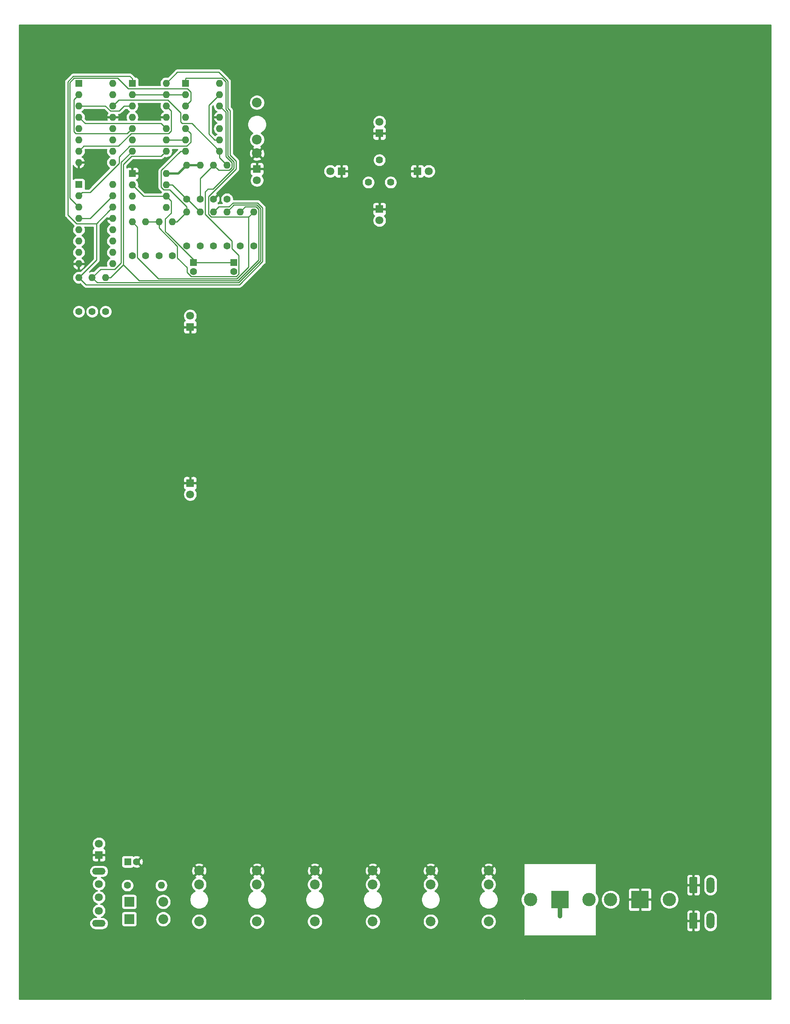
<source format=gbr>
G04 #@! TF.GenerationSoftware,KiCad,Pcbnew,(5.1.2-1)-1*
G04 #@! TF.CreationDate,2020-03-25T22:25:27-05:00*
G04 #@! TF.ProjectId,Knave+Death,4b6e6176-652b-4446-9561-74682e6b6963,rev?*
G04 #@! TF.SameCoordinates,Original*
G04 #@! TF.FileFunction,Copper,L1,Top*
G04 #@! TF.FilePolarity,Positive*
%FSLAX46Y46*%
G04 Gerber Fmt 4.6, Leading zero omitted, Abs format (unit mm)*
G04 Created by KiCad (PCBNEW (5.1.2-1)-1) date 2020-03-25 22:25:27*
%MOMM*%
%LPD*%
G04 APERTURE LIST*
%ADD10C,1.600000*%
%ADD11R,1.600000X1.600000*%
%ADD12C,1.620000*%
%ADD13O,1.600000X1.600000*%
%ADD14C,3.000000*%
%ADD15R,4.000000X4.000000*%
%ADD16R,1.800000X1.800000*%
%ADD17C,1.800000*%
%ADD18O,3.000000X1.500000*%
%ADD19R,2.200000X2.200000*%
%ADD20O,2.200000X2.200000*%
%ADD21C,2.200000*%
%ADD22C,0.100000*%
%ADD23O,1.800000X3.600000*%
%ADD24C,0.800000*%
%ADD25C,1.000000*%
%ADD26C,0.500000*%
%ADD27C,0.250000*%
%ADD28C,0.254000*%
G04 APERTURE END LIST*
D10*
X17000000Y-178500000D03*
D11*
X15000000Y-178500000D03*
D10*
X38800000Y-46000000D03*
D11*
X38800000Y-44000000D03*
D10*
X29750000Y-46000000D03*
D11*
X29750000Y-44000000D03*
D12*
X69000000Y-26000000D03*
X71500000Y-21000000D03*
X74000000Y-26000000D03*
D13*
X23620000Y-3750000D03*
X16000000Y-18990000D03*
X23620000Y-6290000D03*
X16000000Y-16450000D03*
X23620000Y-8830000D03*
X16000000Y-13910000D03*
X23620000Y-11370000D03*
X16000000Y-11370000D03*
X23620000Y-13910000D03*
X16000000Y-8830000D03*
X23620000Y-16450000D03*
X16000000Y-6290000D03*
X23620000Y-18990000D03*
D11*
X16000000Y-3750000D03*
D14*
X118600000Y-187000000D03*
X105400000Y-187000000D03*
D15*
X112000000Y-187000000D03*
X130000000Y-187000000D03*
D14*
X123400000Y-187000000D03*
X136600000Y-187000000D03*
D16*
X71500000Y-32000000D03*
D17*
X71500000Y-34540000D03*
X60460000Y-23500000D03*
D16*
X63000000Y-23500000D03*
X71500000Y-15000000D03*
D17*
X71500000Y-12460000D03*
D16*
X80000000Y-23500000D03*
D17*
X82540000Y-23500000D03*
D16*
X29000000Y-58500000D03*
D17*
X29000000Y-55960000D03*
X29000000Y-96040000D03*
D16*
X29000000Y-93500000D03*
D17*
X8500000Y-174460000D03*
D16*
X8500000Y-177000000D03*
D13*
X4000000Y-47380000D03*
D10*
X4000000Y-55000000D03*
X34250000Y-40250000D03*
D13*
X34250000Y-32630000D03*
X7000000Y-47380000D03*
D10*
X7000000Y-55000000D03*
X37250000Y-40250000D03*
D13*
X37250000Y-32630000D03*
D10*
X10000000Y-55000000D03*
D13*
X10000000Y-47380000D03*
X40250000Y-32630000D03*
D10*
X40250000Y-40250000D03*
D13*
X16000000Y-34880000D03*
D10*
X16000000Y-42500000D03*
X43250000Y-40250000D03*
D13*
X43250000Y-32630000D03*
D10*
X19000000Y-42500000D03*
D13*
X19000000Y-34880000D03*
X22000000Y-34880000D03*
D10*
X22000000Y-42500000D03*
D13*
X25000000Y-34880000D03*
D10*
X25000000Y-42500000D03*
X28250000Y-40250000D03*
D13*
X28250000Y-32630000D03*
D10*
X14895001Y-183825001D03*
D13*
X22515001Y-183825001D03*
X28250000Y-22130000D03*
D10*
X28250000Y-29750000D03*
D13*
X31250000Y-32630000D03*
D10*
X31250000Y-40250000D03*
D17*
X8500000Y-183500000D03*
X8500000Y-186500000D03*
X8500000Y-189500000D03*
D18*
X8500000Y-192350000D03*
X8500000Y-180650000D03*
D13*
X11620000Y-26500000D03*
X4000000Y-44280000D03*
X11620000Y-29040000D03*
X4000000Y-41740000D03*
X11620000Y-31580000D03*
X4000000Y-39200000D03*
X11620000Y-34120000D03*
X4000000Y-36660000D03*
X11620000Y-36660000D03*
X4000000Y-34120000D03*
X11620000Y-39200000D03*
X4000000Y-31580000D03*
X11620000Y-41740000D03*
X4000000Y-29040000D03*
X11620000Y-44280000D03*
D11*
X4000000Y-26500000D03*
X4000000Y-3750000D03*
D13*
X11620000Y-21530000D03*
X4000000Y-6290000D03*
X11620000Y-18990000D03*
X4000000Y-8830000D03*
X11620000Y-16450000D03*
X4000000Y-11370000D03*
X11620000Y-13910000D03*
X4000000Y-13910000D03*
X11620000Y-11370000D03*
X4000000Y-16450000D03*
X11620000Y-8830000D03*
X4000000Y-18990000D03*
X11620000Y-6290000D03*
X4000000Y-21530000D03*
X11620000Y-3750000D03*
D11*
X16000000Y-24000000D03*
D13*
X23620000Y-31620000D03*
X16000000Y-26540000D03*
X23620000Y-29080000D03*
X16000000Y-29080000D03*
X23620000Y-26540000D03*
X16000000Y-31620000D03*
X23620000Y-24000000D03*
D19*
X15325001Y-187500000D03*
D20*
X22945001Y-187500000D03*
X22945001Y-191375001D03*
D19*
X15325001Y-191375001D03*
D21*
X31000000Y-180520000D03*
X31000000Y-183620000D03*
X31000000Y-191920000D03*
X44000000Y-191920000D03*
X44000000Y-183620000D03*
X44000000Y-180520000D03*
X57000000Y-180520000D03*
X57000000Y-183620000D03*
X57000000Y-191920000D03*
X70000000Y-191920000D03*
X70000000Y-183620000D03*
X70000000Y-180520000D03*
X83000000Y-180520000D03*
X83000000Y-183620000D03*
X83000000Y-191920000D03*
X96000000Y-191920000D03*
X96000000Y-183620000D03*
X96000000Y-180520000D03*
D16*
X44000000Y-23000000D03*
D17*
X44000000Y-25540000D03*
D22*
G36*
X142674504Y-189951204D02*
G01*
X142698773Y-189954804D01*
X142722571Y-189960765D01*
X142745671Y-189969030D01*
X142767849Y-189979520D01*
X142788893Y-189992133D01*
X142808598Y-190006747D01*
X142826777Y-190023223D01*
X142843253Y-190041402D01*
X142857867Y-190061107D01*
X142870480Y-190082151D01*
X142880970Y-190104329D01*
X142889235Y-190127429D01*
X142895196Y-190151227D01*
X142898796Y-190175496D01*
X142900000Y-190200000D01*
X142900000Y-193300000D01*
X142898796Y-193324504D01*
X142895196Y-193348773D01*
X142889235Y-193372571D01*
X142880970Y-193395671D01*
X142870480Y-193417849D01*
X142857867Y-193438893D01*
X142843253Y-193458598D01*
X142826777Y-193476777D01*
X142808598Y-193493253D01*
X142788893Y-193507867D01*
X142767849Y-193520480D01*
X142745671Y-193530970D01*
X142722571Y-193539235D01*
X142698773Y-193545196D01*
X142674504Y-193548796D01*
X142650000Y-193550000D01*
X141350000Y-193550000D01*
X141325496Y-193548796D01*
X141301227Y-193545196D01*
X141277429Y-193539235D01*
X141254329Y-193530970D01*
X141232151Y-193520480D01*
X141211107Y-193507867D01*
X141191402Y-193493253D01*
X141173223Y-193476777D01*
X141156747Y-193458598D01*
X141142133Y-193438893D01*
X141129520Y-193417849D01*
X141119030Y-193395671D01*
X141110765Y-193372571D01*
X141104804Y-193348773D01*
X141101204Y-193324504D01*
X141100000Y-193300000D01*
X141100000Y-190200000D01*
X141101204Y-190175496D01*
X141104804Y-190151227D01*
X141110765Y-190127429D01*
X141119030Y-190104329D01*
X141129520Y-190082151D01*
X141142133Y-190061107D01*
X141156747Y-190041402D01*
X141173223Y-190023223D01*
X141191402Y-190006747D01*
X141211107Y-189992133D01*
X141232151Y-189979520D01*
X141254329Y-189969030D01*
X141277429Y-189960765D01*
X141301227Y-189954804D01*
X141325496Y-189951204D01*
X141350000Y-189950000D01*
X142650000Y-189950000D01*
X142674504Y-189951204D01*
X142674504Y-189951204D01*
G37*
D17*
X142000000Y-191750000D03*
D23*
X145810000Y-191750000D03*
D21*
X44000000Y-19480000D03*
X44000000Y-16380000D03*
X44000000Y-8080000D03*
D23*
X145810000Y-183750000D03*
D22*
G36*
X142674504Y-181951204D02*
G01*
X142698773Y-181954804D01*
X142722571Y-181960765D01*
X142745671Y-181969030D01*
X142767849Y-181979520D01*
X142788893Y-181992133D01*
X142808598Y-182006747D01*
X142826777Y-182023223D01*
X142843253Y-182041402D01*
X142857867Y-182061107D01*
X142870480Y-182082151D01*
X142880970Y-182104329D01*
X142889235Y-182127429D01*
X142895196Y-182151227D01*
X142898796Y-182175496D01*
X142900000Y-182200000D01*
X142900000Y-185300000D01*
X142898796Y-185324504D01*
X142895196Y-185348773D01*
X142889235Y-185372571D01*
X142880970Y-185395671D01*
X142870480Y-185417849D01*
X142857867Y-185438893D01*
X142843253Y-185458598D01*
X142826777Y-185476777D01*
X142808598Y-185493253D01*
X142788893Y-185507867D01*
X142767849Y-185520480D01*
X142745671Y-185530970D01*
X142722571Y-185539235D01*
X142698773Y-185545196D01*
X142674504Y-185548796D01*
X142650000Y-185550000D01*
X141350000Y-185550000D01*
X141325496Y-185548796D01*
X141301227Y-185545196D01*
X141277429Y-185539235D01*
X141254329Y-185530970D01*
X141232151Y-185520480D01*
X141211107Y-185507867D01*
X141191402Y-185493253D01*
X141173223Y-185476777D01*
X141156747Y-185458598D01*
X141142133Y-185438893D01*
X141129520Y-185417849D01*
X141119030Y-185395671D01*
X141110765Y-185372571D01*
X141104804Y-185348773D01*
X141101204Y-185324504D01*
X141100000Y-185300000D01*
X141100000Y-182200000D01*
X141101204Y-182175496D01*
X141104804Y-182151227D01*
X141110765Y-182127429D01*
X141119030Y-182104329D01*
X141129520Y-182082151D01*
X141142133Y-182061107D01*
X141156747Y-182041402D01*
X141173223Y-182023223D01*
X141191402Y-182006747D01*
X141211107Y-181992133D01*
X141232151Y-181979520D01*
X141254329Y-181969030D01*
X141277429Y-181960765D01*
X141301227Y-181954804D01*
X141325496Y-181951204D01*
X141350000Y-181950000D01*
X142650000Y-181950000D01*
X142674504Y-181951204D01*
X142674504Y-181951204D01*
G37*
D17*
X142000000Y-183750000D03*
D22*
G36*
X142674504Y-181951204D02*
G01*
X142698773Y-181954804D01*
X142722571Y-181960765D01*
X142745671Y-181969030D01*
X142767849Y-181979520D01*
X142788893Y-181992133D01*
X142808598Y-182006747D01*
X142826777Y-182023223D01*
X142843253Y-182041402D01*
X142857867Y-182061107D01*
X142870480Y-182082151D01*
X142880970Y-182104329D01*
X142889235Y-182127429D01*
X142895196Y-182151227D01*
X142898796Y-182175496D01*
X142900000Y-182200000D01*
X142900000Y-185300000D01*
X142898796Y-185324504D01*
X142895196Y-185348773D01*
X142889235Y-185372571D01*
X142880970Y-185395671D01*
X142870480Y-185417849D01*
X142857867Y-185438893D01*
X142843253Y-185458598D01*
X142826777Y-185476777D01*
X142808598Y-185493253D01*
X142788893Y-185507867D01*
X142767849Y-185520480D01*
X142745671Y-185530970D01*
X142722571Y-185539235D01*
X142698773Y-185545196D01*
X142674504Y-185548796D01*
X142650000Y-185550000D01*
X141350000Y-185550000D01*
X141325496Y-185548796D01*
X141301227Y-185545196D01*
X141277429Y-185539235D01*
X141254329Y-185530970D01*
X141232151Y-185520480D01*
X141211107Y-185507867D01*
X141191402Y-185493253D01*
X141173223Y-185476777D01*
X141156747Y-185458598D01*
X141142133Y-185438893D01*
X141129520Y-185417849D01*
X141119030Y-185395671D01*
X141110765Y-185372571D01*
X141104804Y-185348773D01*
X141101204Y-185324504D01*
X141100000Y-185300000D01*
X141100000Y-182200000D01*
X141101204Y-182175496D01*
X141104804Y-182151227D01*
X141110765Y-182127429D01*
X141119030Y-182104329D01*
X141129520Y-182082151D01*
X141142133Y-182061107D01*
X141156747Y-182041402D01*
X141173223Y-182023223D01*
X141191402Y-182006747D01*
X141211107Y-181992133D01*
X141232151Y-181979520D01*
X141254329Y-181969030D01*
X141277429Y-181960765D01*
X141301227Y-181954804D01*
X141325496Y-181951204D01*
X141350000Y-181950000D01*
X142650000Y-181950000D01*
X142674504Y-181951204D01*
X142674504Y-181951204D01*
G37*
D17*
X142000000Y-183750000D03*
D23*
X145810000Y-183750000D03*
X145810000Y-191750000D03*
D22*
G36*
X142674504Y-189951204D02*
G01*
X142698773Y-189954804D01*
X142722571Y-189960765D01*
X142745671Y-189969030D01*
X142767849Y-189979520D01*
X142788893Y-189992133D01*
X142808598Y-190006747D01*
X142826777Y-190023223D01*
X142843253Y-190041402D01*
X142857867Y-190061107D01*
X142870480Y-190082151D01*
X142880970Y-190104329D01*
X142889235Y-190127429D01*
X142895196Y-190151227D01*
X142898796Y-190175496D01*
X142900000Y-190200000D01*
X142900000Y-193300000D01*
X142898796Y-193324504D01*
X142895196Y-193348773D01*
X142889235Y-193372571D01*
X142880970Y-193395671D01*
X142870480Y-193417849D01*
X142857867Y-193438893D01*
X142843253Y-193458598D01*
X142826777Y-193476777D01*
X142808598Y-193493253D01*
X142788893Y-193507867D01*
X142767849Y-193520480D01*
X142745671Y-193530970D01*
X142722571Y-193539235D01*
X142698773Y-193545196D01*
X142674504Y-193548796D01*
X142650000Y-193550000D01*
X141350000Y-193550000D01*
X141325496Y-193548796D01*
X141301227Y-193545196D01*
X141277429Y-193539235D01*
X141254329Y-193530970D01*
X141232151Y-193520480D01*
X141211107Y-193507867D01*
X141191402Y-193493253D01*
X141173223Y-193476777D01*
X141156747Y-193458598D01*
X141142133Y-193438893D01*
X141129520Y-193417849D01*
X141119030Y-193395671D01*
X141110765Y-193372571D01*
X141104804Y-193348773D01*
X141101204Y-193324504D01*
X141100000Y-193300000D01*
X141100000Y-190200000D01*
X141101204Y-190175496D01*
X141104804Y-190151227D01*
X141110765Y-190127429D01*
X141119030Y-190104329D01*
X141129520Y-190082151D01*
X141142133Y-190061107D01*
X141156747Y-190041402D01*
X141173223Y-190023223D01*
X141191402Y-190006747D01*
X141211107Y-189992133D01*
X141232151Y-189979520D01*
X141254329Y-189969030D01*
X141277429Y-189960765D01*
X141301227Y-189954804D01*
X141325496Y-189951204D01*
X141350000Y-189950000D01*
X142650000Y-189950000D01*
X142674504Y-189951204D01*
X142674504Y-189951204D01*
G37*
D17*
X142000000Y-191750000D03*
D10*
X37250000Y-29750000D03*
D13*
X37250000Y-22130000D03*
D10*
X31250000Y-29750000D03*
D13*
X31250000Y-22130000D03*
X34250000Y-22130000D03*
D10*
X34250000Y-29750000D03*
D11*
X28000000Y-3750000D03*
D13*
X35620000Y-18990000D03*
X28000000Y-6290000D03*
X35620000Y-16450000D03*
X28000000Y-8830000D03*
X35620000Y-13910000D03*
X28000000Y-11370000D03*
X35620000Y-11370000D03*
X28000000Y-13910000D03*
X35620000Y-8830000D03*
X28000000Y-16450000D03*
X35620000Y-6290000D03*
X28000000Y-18990000D03*
X35620000Y-3750000D03*
D24*
X112000000Y-190750000D03*
D25*
X112000000Y-187000000D02*
X112000000Y-190750000D01*
D26*
X26380000Y-24000000D02*
X28250000Y-22130000D01*
X23620000Y-24000000D02*
X26380000Y-24000000D01*
X28250000Y-22130000D02*
X31250000Y-22130000D01*
D27*
X23620000Y-29080000D02*
X24745001Y-30205001D01*
X16000000Y-26540000D02*
X18540000Y-29080000D01*
X18540000Y-29080000D02*
X23620000Y-29080000D01*
X23424989Y-37024989D02*
X24075000Y-37675000D01*
X23424989Y-34188601D02*
X23424989Y-37024989D01*
X24745001Y-32868589D02*
X23424989Y-34188601D01*
X24745001Y-30205001D02*
X24745001Y-32868589D01*
X23874999Y-37474999D02*
X24075000Y-37675000D01*
X29750000Y-43350000D02*
X29750000Y-44000000D01*
X24075000Y-37675000D02*
X29750000Y-43350000D01*
X29750000Y-44000000D02*
X38800000Y-44000000D01*
X1524970Y-33309972D02*
X3459999Y-35245001D01*
X2753598Y-2174990D02*
X1524970Y-3403618D01*
X15474989Y-2174989D02*
X2753598Y-2174990D01*
X3459999Y-35245001D02*
X7954999Y-35245001D01*
X1524970Y-3403618D02*
X1524970Y-33309972D01*
X16000000Y-2700000D02*
X15474989Y-2174989D01*
X10820001Y-32379999D02*
X11620000Y-31580000D01*
X7954999Y-35245001D02*
X10820001Y-32379999D01*
X16000000Y-3750000D02*
X16000000Y-2700000D01*
X7954999Y-43425001D02*
X4000000Y-47380000D01*
X7954999Y-35245001D02*
X7954999Y-43425001D01*
X35375001Y-31504999D02*
X34250000Y-32630000D01*
X37738591Y-31504999D02*
X35375001Y-31504999D01*
X38638612Y-30604980D02*
X37738591Y-31504999D01*
X45275021Y-31717199D02*
X44162803Y-30604981D01*
X45275021Y-43770619D02*
X45275021Y-31717199D01*
X5595028Y-48975028D02*
X40070612Y-48975028D01*
X40070612Y-48975028D02*
X45275021Y-43770619D01*
X44162803Y-30604981D02*
X38638612Y-30604980D01*
X4000000Y-47380000D02*
X5595028Y-48975028D01*
X16000000Y-18990000D02*
X13500000Y-21490000D01*
X13500000Y-44065002D02*
X12065002Y-45500000D01*
X13500000Y-21490000D02*
X13500000Y-44065002D01*
X8880000Y-45500000D02*
X7000000Y-47380000D01*
X12065002Y-45500000D02*
X8880000Y-45500000D01*
X44825011Y-31903599D02*
X43976402Y-31054990D01*
X43976402Y-31054990D02*
X38825011Y-31054989D01*
X44825011Y-43584219D02*
X44825011Y-31903599D01*
X39884211Y-48525019D02*
X44825011Y-43584219D01*
X38825011Y-31054989D02*
X37250000Y-32630000D01*
X8145019Y-48525019D02*
X39884211Y-48525019D01*
X7000000Y-47380000D02*
X8145019Y-48525019D01*
X11131370Y-47380000D02*
X14000000Y-44511370D01*
X10000000Y-47380000D02*
X11131370Y-47380000D01*
X22820001Y-19789999D02*
X23620000Y-18990000D01*
X15884999Y-20115001D02*
X22494999Y-20115001D01*
X22494999Y-20115001D02*
X22820001Y-19789999D01*
X14000000Y-22000000D02*
X15884999Y-20115001D01*
X14000000Y-37600000D02*
X14000000Y-22000000D01*
X14000000Y-44511370D02*
X14000000Y-37600000D01*
X40250000Y-32630000D02*
X41375001Y-31504999D01*
X41375001Y-31504999D02*
X43790001Y-31504999D01*
X43790001Y-31504999D02*
X44375001Y-32089999D01*
X44375001Y-43226411D02*
X44375001Y-43124999D01*
X44375001Y-32089999D02*
X44375001Y-43124999D01*
X44375001Y-43397819D02*
X44375001Y-43124999D01*
X17575010Y-48075010D02*
X39697810Y-48075010D01*
X15025001Y-45525001D02*
X17575010Y-48075010D01*
X15013631Y-45525001D02*
X15025001Y-45525001D01*
X39697810Y-48075010D02*
X44375001Y-43397819D01*
X14000000Y-44511370D02*
X15013631Y-45525001D01*
X43250000Y-32630000D02*
X42124999Y-33755001D01*
X42124999Y-44840003D02*
X42124999Y-33755001D01*
X42124999Y-45011411D02*
X42124999Y-44840003D01*
X39511409Y-47625001D02*
X42124999Y-45011411D01*
X21875001Y-47625001D02*
X39511409Y-47625001D01*
X17125001Y-42875001D02*
X21875001Y-47625001D01*
X17125001Y-36005001D02*
X17125001Y-42875001D01*
X16000000Y-34880000D02*
X17125001Y-36005001D01*
X33709999Y-33755001D02*
X42124999Y-33755001D01*
X33124999Y-29192823D02*
X33124999Y-33170001D01*
X26120000Y-1250000D02*
X35421412Y-1250000D01*
X37920020Y-19862198D02*
X39290716Y-21232894D01*
X23620000Y-3750000D02*
X26120000Y-1250000D01*
X39290716Y-23027106D02*
X33124999Y-29192823D01*
X39290716Y-21232894D02*
X39290716Y-23027106D01*
X37920020Y-9857200D02*
X37920020Y-19862198D01*
X37467511Y-9404691D02*
X37920020Y-9857200D01*
X37467511Y-3296099D02*
X37467511Y-9404691D01*
X35421412Y-1250000D02*
X37467511Y-3296099D01*
X33124999Y-33170001D02*
X33709999Y-33755001D01*
X19000000Y-34880000D02*
X22000000Y-34880000D01*
X28075001Y-2624999D02*
X36160001Y-2624999D01*
X28000000Y-2700000D02*
X28075001Y-2624999D01*
X28000000Y-3750000D02*
X28000000Y-2700000D01*
X37017501Y-9017501D02*
X37017501Y-3482499D01*
X36160001Y-2624999D02*
X37017501Y-3482499D01*
X37470010Y-10043600D02*
X37017501Y-9591091D01*
X37470010Y-20048598D02*
X37470010Y-10043600D01*
X38840706Y-21419294D02*
X37470010Y-20048598D01*
X38840706Y-22840706D02*
X38840706Y-21419294D01*
X33000000Y-27500000D02*
X34181412Y-27500000D01*
X38375001Y-39170001D02*
X32375001Y-33170001D01*
X34181412Y-27500000D02*
X38840706Y-22840706D01*
X28289999Y-46205001D02*
X29209999Y-47125001D01*
X38375001Y-40875001D02*
X38375001Y-39170001D01*
X26125001Y-42960003D02*
X28289999Y-45125001D01*
X39925001Y-46574999D02*
X39925001Y-42425001D01*
X37017501Y-9591091D02*
X37017501Y-9017501D01*
X32375001Y-28124999D02*
X33000000Y-27500000D01*
X32375001Y-33170001D02*
X32375001Y-28124999D01*
X29209999Y-47125001D02*
X39374999Y-47125001D01*
X39374999Y-47125001D02*
X39925001Y-46574999D01*
X26125001Y-40361411D02*
X26125001Y-42960003D01*
X39925001Y-42425001D02*
X38375001Y-40875001D01*
X28289999Y-45125001D02*
X28289999Y-46205001D01*
X22000000Y-34880000D02*
X22000000Y-36236410D01*
X22000000Y-36236410D02*
X26125001Y-40361411D01*
X26000000Y-34880000D02*
X25000000Y-34880000D01*
X28250000Y-32630000D02*
X26000000Y-34880000D01*
X24416371Y-27665001D02*
X23079999Y-27665001D01*
X22494999Y-27080001D02*
X22494999Y-23363631D01*
X23079999Y-27665001D02*
X22494999Y-27080001D01*
X26868630Y-18990000D02*
X28000000Y-18990000D01*
X28250000Y-31498630D02*
X24416371Y-27665001D01*
X22494999Y-23363631D02*
X26868630Y-18990000D01*
X28250000Y-32630000D02*
X28250000Y-31498630D01*
X24419999Y-9629999D02*
X23620000Y-8830000D01*
X24745001Y-9955001D02*
X24419999Y-9629999D01*
X24745001Y-14450001D02*
X24745001Y-9955001D01*
X15749997Y-15035001D02*
X24160001Y-15035001D01*
X24160001Y-15035001D02*
X24745001Y-14450001D01*
X12919999Y-17864999D02*
X15749997Y-15035001D01*
X5125001Y-17864999D02*
X12919999Y-17864999D01*
X4000000Y-18990000D02*
X5125001Y-17864999D01*
X15200001Y-14709999D02*
X16000000Y-13910000D01*
X3285001Y-15035001D02*
X14874999Y-15035001D01*
X14874999Y-15035001D02*
X15200001Y-14709999D01*
X2874999Y-14624999D02*
X3285001Y-15035001D01*
X2874999Y-7415001D02*
X2874999Y-14624999D01*
X4000000Y-6290000D02*
X2874999Y-7415001D01*
X22820001Y-13110001D02*
X23620000Y-13910000D01*
X22494999Y-12784999D02*
X22820001Y-13110001D01*
X5414999Y-12784999D02*
X22494999Y-12784999D01*
X4000000Y-11370000D02*
X5414999Y-12784999D01*
X11079999Y-9955001D02*
X13044999Y-9955001D01*
X9954998Y-8830000D02*
X11079999Y-9955001D01*
X4000000Y-8830000D02*
X9954998Y-8830000D01*
X14170000Y-8830000D02*
X16000000Y-8830000D01*
X13044999Y-9955001D02*
X14170000Y-8830000D01*
X6540000Y-34120000D02*
X11620000Y-29040000D01*
X4000000Y-34120000D02*
X6540000Y-34120000D01*
X12689997Y-2624999D02*
X15064998Y-5000000D01*
X2939999Y-2624999D02*
X12689997Y-2624999D01*
X1974980Y-3590018D02*
X2939999Y-2624999D01*
X1974980Y-29554980D02*
X1974980Y-3590018D01*
X4000000Y-31580000D02*
X1974980Y-29554980D01*
X28799999Y-8030001D02*
X28000000Y-8830000D01*
X29125001Y-7704999D02*
X28799999Y-8030001D01*
X28375002Y-5000000D02*
X29125001Y-5749999D01*
X29125001Y-5749999D02*
X29125001Y-7704999D01*
X15064998Y-5000000D02*
X28375002Y-5000000D01*
X29125001Y-16990001D02*
X29125001Y-15035001D01*
X15459999Y-17864999D02*
X28250003Y-17864999D01*
X13049990Y-20275008D02*
X15459999Y-17864999D01*
X6509999Y-28240001D02*
X13049990Y-21700010D01*
X28799999Y-14709999D02*
X28000000Y-13910000D01*
X29125001Y-15035001D02*
X28799999Y-14709999D01*
X13049990Y-21700010D02*
X13049990Y-20275008D01*
X4799999Y-28240001D02*
X6509999Y-28240001D01*
X28250003Y-17864999D02*
X29125001Y-16990001D01*
X4000000Y-29040000D02*
X4799999Y-28240001D01*
X28370000Y-29750000D02*
X28250000Y-29750000D01*
X31250000Y-32630000D02*
X28370000Y-29750000D01*
X25040000Y-26540000D02*
X23620000Y-26540000D01*
X28250000Y-29750000D02*
X25040000Y-26540000D01*
X35620000Y-18990000D02*
X29414999Y-12784999D01*
X26874999Y-10419997D02*
X26874999Y-12444997D01*
X23955002Y-7500000D02*
X26874999Y-10419997D01*
X12950000Y-7500000D02*
X23955002Y-7500000D01*
X26874999Y-12444997D02*
X27215001Y-12784999D01*
X11620000Y-8830000D02*
X12950000Y-7500000D01*
X29414999Y-12784999D02*
X27215001Y-12784999D01*
X35620000Y-20500000D02*
X37250000Y-22130000D01*
X35620000Y-18990000D02*
X35620000Y-20500000D01*
X16000000Y-6290000D02*
X23620000Y-6290000D01*
X23620000Y-6290000D02*
X28000000Y-6290000D01*
X23620000Y-16450000D02*
X28000000Y-16450000D01*
X34488630Y-16450000D02*
X33200000Y-15161370D01*
X35620000Y-16450000D02*
X34488630Y-16450000D01*
X33200000Y-8710000D02*
X35620000Y-6290000D01*
X33200000Y-15161370D02*
X33200000Y-8710000D01*
X31250000Y-25130000D02*
X34250000Y-22130000D01*
X31250000Y-29750000D02*
X31250000Y-25130000D01*
X35620000Y-8830000D02*
X37020000Y-10230000D01*
X35049999Y-22929999D02*
X34250000Y-22130000D01*
X38375001Y-21589999D02*
X38375001Y-22670001D01*
X35375001Y-23255001D02*
X35049999Y-22929999D01*
X38375001Y-22670001D02*
X37790001Y-23255001D01*
X37020000Y-20234998D02*
X38375001Y-21589999D01*
X37790001Y-23255001D02*
X35375001Y-23255001D01*
X37020000Y-10230000D02*
X37020000Y-20234998D01*
D28*
G36*
X159340000Y-209340000D02*
G01*
X104127000Y-209340000D01*
X104127000Y-195127000D01*
X120000000Y-195127000D01*
X120024776Y-195124560D01*
X120048601Y-195117333D01*
X120070557Y-195105597D01*
X120089803Y-195089803D01*
X120105597Y-195070557D01*
X120117333Y-195048601D01*
X120124560Y-195024776D01*
X120127000Y-195000000D01*
X120127000Y-193550000D01*
X140461928Y-193550000D01*
X140474188Y-193674482D01*
X140510498Y-193794180D01*
X140569463Y-193904494D01*
X140648815Y-194001185D01*
X140745506Y-194080537D01*
X140855820Y-194139502D01*
X140975518Y-194175812D01*
X141100000Y-194188072D01*
X141714250Y-194185000D01*
X141873000Y-194026250D01*
X141873000Y-191877000D01*
X142127000Y-191877000D01*
X142127000Y-194026250D01*
X142285750Y-194185000D01*
X142900000Y-194188072D01*
X143024482Y-194175812D01*
X143144180Y-194139502D01*
X143254494Y-194080537D01*
X143351185Y-194001185D01*
X143430537Y-193904494D01*
X143489502Y-193794180D01*
X143525812Y-193674482D01*
X143538072Y-193550000D01*
X143535000Y-192035750D01*
X143376250Y-191877000D01*
X142127000Y-191877000D01*
X141873000Y-191877000D01*
X140623750Y-191877000D01*
X140465000Y-192035750D01*
X140461928Y-193550000D01*
X120127000Y-193550000D01*
X120127000Y-189950000D01*
X140461928Y-189950000D01*
X140465000Y-191464250D01*
X140623750Y-191623000D01*
X141873000Y-191623000D01*
X141873000Y-189473750D01*
X142127000Y-189473750D01*
X142127000Y-191623000D01*
X143376250Y-191623000D01*
X143535000Y-191464250D01*
X143536399Y-190774593D01*
X144275000Y-190774593D01*
X144275000Y-192725408D01*
X144297211Y-192950913D01*
X144384984Y-193240261D01*
X144527520Y-193506927D01*
X144719340Y-193740661D01*
X144953074Y-193932481D01*
X145219740Y-194075017D01*
X145509088Y-194162790D01*
X145810000Y-194192427D01*
X146110913Y-194162790D01*
X146400261Y-194075017D01*
X146666927Y-193932481D01*
X146900661Y-193740661D01*
X147092481Y-193506927D01*
X147235017Y-193240261D01*
X147322790Y-192950913D01*
X147345000Y-192725408D01*
X147345000Y-190774592D01*
X147322790Y-190549087D01*
X147235017Y-190259739D01*
X147092481Y-189993073D01*
X146900661Y-189759339D01*
X146666926Y-189567519D01*
X146400260Y-189424983D01*
X146110912Y-189337210D01*
X145810000Y-189307573D01*
X145509087Y-189337210D01*
X145219739Y-189424983D01*
X144953073Y-189567519D01*
X144719339Y-189759339D01*
X144527519Y-189993074D01*
X144384983Y-190259740D01*
X144297210Y-190549088D01*
X144275000Y-190774593D01*
X143536399Y-190774593D01*
X143538072Y-189950000D01*
X143525812Y-189825518D01*
X143489502Y-189705820D01*
X143430537Y-189595506D01*
X143351185Y-189498815D01*
X143254494Y-189419463D01*
X143144180Y-189360498D01*
X143024482Y-189324188D01*
X142900000Y-189311928D01*
X142285750Y-189315000D01*
X142127000Y-189473750D01*
X141873000Y-189473750D01*
X141714250Y-189315000D01*
X141100000Y-189311928D01*
X140975518Y-189324188D01*
X140855820Y-189360498D01*
X140745506Y-189419463D01*
X140648815Y-189498815D01*
X140569463Y-189595506D01*
X140510498Y-189705820D01*
X140474188Y-189825518D01*
X140461928Y-189950000D01*
X120127000Y-189950000D01*
X120127000Y-188492346D01*
X120258363Y-188360983D01*
X120492012Y-188011302D01*
X120652953Y-187622756D01*
X120735000Y-187210279D01*
X120735000Y-186789721D01*
X121265000Y-186789721D01*
X121265000Y-187210279D01*
X121347047Y-187622756D01*
X121507988Y-188011302D01*
X121741637Y-188360983D01*
X122039017Y-188658363D01*
X122388698Y-188892012D01*
X122777244Y-189052953D01*
X123189721Y-189135000D01*
X123610279Y-189135000D01*
X124022756Y-189052953D01*
X124150595Y-189000000D01*
X127361928Y-189000000D01*
X127374188Y-189124482D01*
X127410498Y-189244180D01*
X127469463Y-189354494D01*
X127548815Y-189451185D01*
X127645506Y-189530537D01*
X127755820Y-189589502D01*
X127875518Y-189625812D01*
X128000000Y-189638072D01*
X129714250Y-189635000D01*
X129873000Y-189476250D01*
X129873000Y-187127000D01*
X130127000Y-187127000D01*
X130127000Y-189476250D01*
X130285750Y-189635000D01*
X132000000Y-189638072D01*
X132124482Y-189625812D01*
X132244180Y-189589502D01*
X132354494Y-189530537D01*
X132451185Y-189451185D01*
X132530537Y-189354494D01*
X132589502Y-189244180D01*
X132625812Y-189124482D01*
X132638072Y-189000000D01*
X132635000Y-187285750D01*
X132476250Y-187127000D01*
X130127000Y-187127000D01*
X129873000Y-187127000D01*
X127523750Y-187127000D01*
X127365000Y-187285750D01*
X127361928Y-189000000D01*
X124150595Y-189000000D01*
X124411302Y-188892012D01*
X124760983Y-188658363D01*
X125058363Y-188360983D01*
X125292012Y-188011302D01*
X125452953Y-187622756D01*
X125535000Y-187210279D01*
X125535000Y-186789721D01*
X125452953Y-186377244D01*
X125292012Y-185988698D01*
X125058363Y-185639017D01*
X124760983Y-185341637D01*
X124411302Y-185107988D01*
X124150596Y-185000000D01*
X127361928Y-185000000D01*
X127365000Y-186714250D01*
X127523750Y-186873000D01*
X129873000Y-186873000D01*
X129873000Y-184523750D01*
X130127000Y-184523750D01*
X130127000Y-186873000D01*
X132476250Y-186873000D01*
X132559529Y-186789721D01*
X134465000Y-186789721D01*
X134465000Y-187210279D01*
X134547047Y-187622756D01*
X134707988Y-188011302D01*
X134941637Y-188360983D01*
X135239017Y-188658363D01*
X135588698Y-188892012D01*
X135977244Y-189052953D01*
X136389721Y-189135000D01*
X136810279Y-189135000D01*
X137222756Y-189052953D01*
X137611302Y-188892012D01*
X137960983Y-188658363D01*
X138258363Y-188360983D01*
X138492012Y-188011302D01*
X138652953Y-187622756D01*
X138735000Y-187210279D01*
X138735000Y-186789721D01*
X138652953Y-186377244D01*
X138492012Y-185988698D01*
X138258363Y-185639017D01*
X138169346Y-185550000D01*
X140461928Y-185550000D01*
X140474188Y-185674482D01*
X140510498Y-185794180D01*
X140569463Y-185904494D01*
X140648815Y-186001185D01*
X140745506Y-186080537D01*
X140855820Y-186139502D01*
X140975518Y-186175812D01*
X141100000Y-186188072D01*
X141714250Y-186185000D01*
X141873000Y-186026250D01*
X141873000Y-183877000D01*
X142127000Y-183877000D01*
X142127000Y-186026250D01*
X142285750Y-186185000D01*
X142900000Y-186188072D01*
X143024482Y-186175812D01*
X143144180Y-186139502D01*
X143254494Y-186080537D01*
X143351185Y-186001185D01*
X143430537Y-185904494D01*
X143489502Y-185794180D01*
X143525812Y-185674482D01*
X143538072Y-185550000D01*
X143535000Y-184035750D01*
X143376250Y-183877000D01*
X142127000Y-183877000D01*
X141873000Y-183877000D01*
X140623750Y-183877000D01*
X140465000Y-184035750D01*
X140461928Y-185550000D01*
X138169346Y-185550000D01*
X137960983Y-185341637D01*
X137611302Y-185107988D01*
X137222756Y-184947047D01*
X136810279Y-184865000D01*
X136389721Y-184865000D01*
X135977244Y-184947047D01*
X135588698Y-185107988D01*
X135239017Y-185341637D01*
X134941637Y-185639017D01*
X134707988Y-185988698D01*
X134547047Y-186377244D01*
X134465000Y-186789721D01*
X132559529Y-186789721D01*
X132635000Y-186714250D01*
X132638072Y-185000000D01*
X132625812Y-184875518D01*
X132589502Y-184755820D01*
X132530537Y-184645506D01*
X132451185Y-184548815D01*
X132354494Y-184469463D01*
X132244180Y-184410498D01*
X132124482Y-184374188D01*
X132000000Y-184361928D01*
X130285750Y-184365000D01*
X130127000Y-184523750D01*
X129873000Y-184523750D01*
X129714250Y-184365000D01*
X128000000Y-184361928D01*
X127875518Y-184374188D01*
X127755820Y-184410498D01*
X127645506Y-184469463D01*
X127548815Y-184548815D01*
X127469463Y-184645506D01*
X127410498Y-184755820D01*
X127374188Y-184875518D01*
X127361928Y-185000000D01*
X124150596Y-185000000D01*
X124022756Y-184947047D01*
X123610279Y-184865000D01*
X123189721Y-184865000D01*
X122777244Y-184947047D01*
X122388698Y-185107988D01*
X122039017Y-185341637D01*
X121741637Y-185639017D01*
X121507988Y-185988698D01*
X121347047Y-186377244D01*
X121265000Y-186789721D01*
X120735000Y-186789721D01*
X120652953Y-186377244D01*
X120492012Y-185988698D01*
X120258363Y-185639017D01*
X120127000Y-185507654D01*
X120127000Y-181950000D01*
X140461928Y-181950000D01*
X140465000Y-183464250D01*
X140623750Y-183623000D01*
X141873000Y-183623000D01*
X141873000Y-181473750D01*
X142127000Y-181473750D01*
X142127000Y-183623000D01*
X143376250Y-183623000D01*
X143535000Y-183464250D01*
X143536399Y-182774593D01*
X144275000Y-182774593D01*
X144275000Y-184725408D01*
X144297211Y-184950913D01*
X144384984Y-185240261D01*
X144527520Y-185506927D01*
X144719340Y-185740661D01*
X144953074Y-185932481D01*
X145219740Y-186075017D01*
X145509088Y-186162790D01*
X145810000Y-186192427D01*
X146110913Y-186162790D01*
X146400261Y-186075017D01*
X146666927Y-185932481D01*
X146900661Y-185740661D01*
X147092481Y-185506927D01*
X147235017Y-185240261D01*
X147322790Y-184950913D01*
X147345000Y-184725408D01*
X147345000Y-182774592D01*
X147322790Y-182549087D01*
X147235017Y-182259739D01*
X147092481Y-181993073D01*
X146900661Y-181759339D01*
X146666926Y-181567519D01*
X146400260Y-181424983D01*
X146110912Y-181337210D01*
X145810000Y-181307573D01*
X145509087Y-181337210D01*
X145219739Y-181424983D01*
X144953073Y-181567519D01*
X144719339Y-181759339D01*
X144527519Y-181993074D01*
X144384983Y-182259740D01*
X144297210Y-182549088D01*
X144275000Y-182774593D01*
X143536399Y-182774593D01*
X143538072Y-181950000D01*
X143525812Y-181825518D01*
X143489502Y-181705820D01*
X143430537Y-181595506D01*
X143351185Y-181498815D01*
X143254494Y-181419463D01*
X143144180Y-181360498D01*
X143024482Y-181324188D01*
X142900000Y-181311928D01*
X142285750Y-181315000D01*
X142127000Y-181473750D01*
X141873000Y-181473750D01*
X141714250Y-181315000D01*
X141100000Y-181311928D01*
X140975518Y-181324188D01*
X140855820Y-181360498D01*
X140745506Y-181419463D01*
X140648815Y-181498815D01*
X140569463Y-181595506D01*
X140510498Y-181705820D01*
X140474188Y-181825518D01*
X140461928Y-181950000D01*
X120127000Y-181950000D01*
X120127000Y-179000000D01*
X120124560Y-178975224D01*
X120117333Y-178951399D01*
X120105597Y-178929443D01*
X120089803Y-178910197D01*
X120070557Y-178894403D01*
X120048601Y-178882667D01*
X120024776Y-178875440D01*
X120000000Y-178873000D01*
X104000000Y-178873000D01*
X103975224Y-178875440D01*
X103951399Y-178882667D01*
X103929443Y-178894403D01*
X103910197Y-178910197D01*
X103894403Y-178929443D01*
X103882667Y-178951399D01*
X103875440Y-178975224D01*
X103873000Y-179000000D01*
X103873000Y-185507654D01*
X103741637Y-185639017D01*
X103507988Y-185988698D01*
X103347047Y-186377244D01*
X103265000Y-186789721D01*
X103265000Y-187210279D01*
X103347047Y-187622756D01*
X103507988Y-188011302D01*
X103741637Y-188360983D01*
X103873000Y-188492346D01*
X103873000Y-209340000D01*
X-9340000Y-209340000D01*
X-9340000Y-180650000D01*
X6358299Y-180650000D01*
X6385040Y-180921507D01*
X6464236Y-181182581D01*
X6592843Y-181423188D01*
X6765919Y-181634081D01*
X6976812Y-181807157D01*
X7217419Y-181935764D01*
X7478493Y-182014960D01*
X7681963Y-182035000D01*
X8025674Y-182035000D01*
X7772905Y-182139701D01*
X7521495Y-182307688D01*
X7307688Y-182521495D01*
X7139701Y-182772905D01*
X7023989Y-183052257D01*
X6965000Y-183348816D01*
X6965000Y-183651184D01*
X7023989Y-183947743D01*
X7139701Y-184227095D01*
X7307688Y-184478505D01*
X7521495Y-184692312D01*
X7772905Y-184860299D01*
X8052257Y-184976011D01*
X8172858Y-185000000D01*
X8052257Y-185023989D01*
X7772905Y-185139701D01*
X7521495Y-185307688D01*
X7307688Y-185521495D01*
X7139701Y-185772905D01*
X7023989Y-186052257D01*
X6965000Y-186348816D01*
X6965000Y-186651184D01*
X7023989Y-186947743D01*
X7139701Y-187227095D01*
X7307688Y-187478505D01*
X7521495Y-187692312D01*
X7772905Y-187860299D01*
X8052257Y-187976011D01*
X8172858Y-188000000D01*
X8052257Y-188023989D01*
X7772905Y-188139701D01*
X7521495Y-188307688D01*
X7307688Y-188521495D01*
X7139701Y-188772905D01*
X7023989Y-189052257D01*
X6965000Y-189348816D01*
X6965000Y-189651184D01*
X7023989Y-189947743D01*
X7139701Y-190227095D01*
X7307688Y-190478505D01*
X7521495Y-190692312D01*
X7772905Y-190860299D01*
X8025674Y-190965000D01*
X7681963Y-190965000D01*
X7478493Y-190985040D01*
X7217419Y-191064236D01*
X6976812Y-191192843D01*
X6765919Y-191365919D01*
X6592843Y-191576812D01*
X6464236Y-191817419D01*
X6385040Y-192078493D01*
X6358299Y-192350000D01*
X6385040Y-192621507D01*
X6464236Y-192882581D01*
X6592843Y-193123188D01*
X6765919Y-193334081D01*
X6976812Y-193507157D01*
X7217419Y-193635764D01*
X7478493Y-193714960D01*
X7681963Y-193735000D01*
X9318037Y-193735000D01*
X9521507Y-193714960D01*
X9782581Y-193635764D01*
X10023188Y-193507157D01*
X10234081Y-193334081D01*
X10407157Y-193123188D01*
X10535764Y-192882581D01*
X10614960Y-192621507D01*
X10641701Y-192350000D01*
X10614960Y-192078493D01*
X10535764Y-191817419D01*
X10407157Y-191576812D01*
X10234081Y-191365919D01*
X10023188Y-191192843D01*
X9782581Y-191064236D01*
X9521507Y-190985040D01*
X9318037Y-190965000D01*
X8974326Y-190965000D01*
X9227095Y-190860299D01*
X9478505Y-190692312D01*
X9692312Y-190478505D01*
X9828289Y-190275001D01*
X13586929Y-190275001D01*
X13586929Y-192475001D01*
X13599189Y-192599483D01*
X13635499Y-192719181D01*
X13694464Y-192829495D01*
X13773816Y-192926186D01*
X13870507Y-193005538D01*
X13980821Y-193064503D01*
X14100519Y-193100813D01*
X14225001Y-193113073D01*
X16425001Y-193113073D01*
X16549483Y-193100813D01*
X16669181Y-193064503D01*
X16779495Y-193005538D01*
X16876186Y-192926186D01*
X16955538Y-192829495D01*
X17014503Y-192719181D01*
X17050813Y-192599483D01*
X17063073Y-192475001D01*
X17063073Y-191375001D01*
X21201607Y-191375001D01*
X21235106Y-191715120D01*
X21334315Y-192042169D01*
X21495422Y-192343579D01*
X21712235Y-192607767D01*
X21976423Y-192824580D01*
X22277833Y-192985687D01*
X22604882Y-193084896D01*
X22859776Y-193110001D01*
X23030226Y-193110001D01*
X23285120Y-193084896D01*
X23612169Y-192985687D01*
X23913579Y-192824580D01*
X24177767Y-192607767D01*
X24394580Y-192343579D01*
X24555687Y-192042169D01*
X24644583Y-191749117D01*
X29265000Y-191749117D01*
X29265000Y-192090883D01*
X29331675Y-192426081D01*
X29462463Y-192741831D01*
X29652337Y-193025998D01*
X29894002Y-193267663D01*
X30178169Y-193457537D01*
X30493919Y-193588325D01*
X30829117Y-193655000D01*
X31170883Y-193655000D01*
X31506081Y-193588325D01*
X31821831Y-193457537D01*
X32105998Y-193267663D01*
X32347663Y-193025998D01*
X32537537Y-192741831D01*
X32668325Y-192426081D01*
X32735000Y-192090883D01*
X32735000Y-191749117D01*
X42265000Y-191749117D01*
X42265000Y-192090883D01*
X42331675Y-192426081D01*
X42462463Y-192741831D01*
X42652337Y-193025998D01*
X42894002Y-193267663D01*
X43178169Y-193457537D01*
X43493919Y-193588325D01*
X43829117Y-193655000D01*
X44170883Y-193655000D01*
X44506081Y-193588325D01*
X44821831Y-193457537D01*
X45105998Y-193267663D01*
X45347663Y-193025998D01*
X45537537Y-192741831D01*
X45668325Y-192426081D01*
X45735000Y-192090883D01*
X45735000Y-191749117D01*
X55265000Y-191749117D01*
X55265000Y-192090883D01*
X55331675Y-192426081D01*
X55462463Y-192741831D01*
X55652337Y-193025998D01*
X55894002Y-193267663D01*
X56178169Y-193457537D01*
X56493919Y-193588325D01*
X56829117Y-193655000D01*
X57170883Y-193655000D01*
X57506081Y-193588325D01*
X57821831Y-193457537D01*
X58105998Y-193267663D01*
X58347663Y-193025998D01*
X58537537Y-192741831D01*
X58668325Y-192426081D01*
X58735000Y-192090883D01*
X58735000Y-191749117D01*
X68265000Y-191749117D01*
X68265000Y-192090883D01*
X68331675Y-192426081D01*
X68462463Y-192741831D01*
X68652337Y-193025998D01*
X68894002Y-193267663D01*
X69178169Y-193457537D01*
X69493919Y-193588325D01*
X69829117Y-193655000D01*
X70170883Y-193655000D01*
X70506081Y-193588325D01*
X70821831Y-193457537D01*
X71105998Y-193267663D01*
X71347663Y-193025998D01*
X71537537Y-192741831D01*
X71668325Y-192426081D01*
X71735000Y-192090883D01*
X71735000Y-191749117D01*
X81265000Y-191749117D01*
X81265000Y-192090883D01*
X81331675Y-192426081D01*
X81462463Y-192741831D01*
X81652337Y-193025998D01*
X81894002Y-193267663D01*
X82178169Y-193457537D01*
X82493919Y-193588325D01*
X82829117Y-193655000D01*
X83170883Y-193655000D01*
X83506081Y-193588325D01*
X83821831Y-193457537D01*
X84105998Y-193267663D01*
X84347663Y-193025998D01*
X84537537Y-192741831D01*
X84668325Y-192426081D01*
X84735000Y-192090883D01*
X84735000Y-191749117D01*
X94265000Y-191749117D01*
X94265000Y-192090883D01*
X94331675Y-192426081D01*
X94462463Y-192741831D01*
X94652337Y-193025998D01*
X94894002Y-193267663D01*
X95178169Y-193457537D01*
X95493919Y-193588325D01*
X95829117Y-193655000D01*
X96170883Y-193655000D01*
X96506081Y-193588325D01*
X96821831Y-193457537D01*
X97105998Y-193267663D01*
X97347663Y-193025998D01*
X97537537Y-192741831D01*
X97668325Y-192426081D01*
X97735000Y-192090883D01*
X97735000Y-191749117D01*
X97668325Y-191413919D01*
X97537537Y-191098169D01*
X97347663Y-190814002D01*
X97105998Y-190572337D01*
X96821831Y-190382463D01*
X96506081Y-190251675D01*
X96170883Y-190185000D01*
X95829117Y-190185000D01*
X95493919Y-190251675D01*
X95178169Y-190382463D01*
X94894002Y-190572337D01*
X94652337Y-190814002D01*
X94462463Y-191098169D01*
X94331675Y-191413919D01*
X94265000Y-191749117D01*
X84735000Y-191749117D01*
X84668325Y-191413919D01*
X84537537Y-191098169D01*
X84347663Y-190814002D01*
X84105998Y-190572337D01*
X83821831Y-190382463D01*
X83506081Y-190251675D01*
X83170883Y-190185000D01*
X82829117Y-190185000D01*
X82493919Y-190251675D01*
X82178169Y-190382463D01*
X81894002Y-190572337D01*
X81652337Y-190814002D01*
X81462463Y-191098169D01*
X81331675Y-191413919D01*
X81265000Y-191749117D01*
X71735000Y-191749117D01*
X71668325Y-191413919D01*
X71537537Y-191098169D01*
X71347663Y-190814002D01*
X71105998Y-190572337D01*
X70821831Y-190382463D01*
X70506081Y-190251675D01*
X70170883Y-190185000D01*
X69829117Y-190185000D01*
X69493919Y-190251675D01*
X69178169Y-190382463D01*
X68894002Y-190572337D01*
X68652337Y-190814002D01*
X68462463Y-191098169D01*
X68331675Y-191413919D01*
X68265000Y-191749117D01*
X58735000Y-191749117D01*
X58668325Y-191413919D01*
X58537537Y-191098169D01*
X58347663Y-190814002D01*
X58105998Y-190572337D01*
X57821831Y-190382463D01*
X57506081Y-190251675D01*
X57170883Y-190185000D01*
X56829117Y-190185000D01*
X56493919Y-190251675D01*
X56178169Y-190382463D01*
X55894002Y-190572337D01*
X55652337Y-190814002D01*
X55462463Y-191098169D01*
X55331675Y-191413919D01*
X55265000Y-191749117D01*
X45735000Y-191749117D01*
X45668325Y-191413919D01*
X45537537Y-191098169D01*
X45347663Y-190814002D01*
X45105998Y-190572337D01*
X44821831Y-190382463D01*
X44506081Y-190251675D01*
X44170883Y-190185000D01*
X43829117Y-190185000D01*
X43493919Y-190251675D01*
X43178169Y-190382463D01*
X42894002Y-190572337D01*
X42652337Y-190814002D01*
X42462463Y-191098169D01*
X42331675Y-191413919D01*
X42265000Y-191749117D01*
X32735000Y-191749117D01*
X32668325Y-191413919D01*
X32537537Y-191098169D01*
X32347663Y-190814002D01*
X32105998Y-190572337D01*
X31821831Y-190382463D01*
X31506081Y-190251675D01*
X31170883Y-190185000D01*
X30829117Y-190185000D01*
X30493919Y-190251675D01*
X30178169Y-190382463D01*
X29894002Y-190572337D01*
X29652337Y-190814002D01*
X29462463Y-191098169D01*
X29331675Y-191413919D01*
X29265000Y-191749117D01*
X24644583Y-191749117D01*
X24654896Y-191715120D01*
X24688395Y-191375001D01*
X24654896Y-191034882D01*
X24555687Y-190707833D01*
X24394580Y-190406423D01*
X24177767Y-190142235D01*
X23913579Y-189925422D01*
X23612169Y-189764315D01*
X23285120Y-189665106D01*
X23030226Y-189640001D01*
X22859776Y-189640001D01*
X22604882Y-189665106D01*
X22277833Y-189764315D01*
X21976423Y-189925422D01*
X21712235Y-190142235D01*
X21495422Y-190406423D01*
X21334315Y-190707833D01*
X21235106Y-191034882D01*
X21201607Y-191375001D01*
X17063073Y-191375001D01*
X17063073Y-190275001D01*
X17050813Y-190150519D01*
X17014503Y-190030821D01*
X16955538Y-189920507D01*
X16876186Y-189823816D01*
X16779495Y-189744464D01*
X16669181Y-189685499D01*
X16549483Y-189649189D01*
X16425001Y-189636929D01*
X14225001Y-189636929D01*
X14100519Y-189649189D01*
X13980821Y-189685499D01*
X13870507Y-189744464D01*
X13773816Y-189823816D01*
X13694464Y-189920507D01*
X13635499Y-190030821D01*
X13599189Y-190150519D01*
X13586929Y-190275001D01*
X9828289Y-190275001D01*
X9860299Y-190227095D01*
X9976011Y-189947743D01*
X10035000Y-189651184D01*
X10035000Y-189348816D01*
X9976011Y-189052257D01*
X9860299Y-188772905D01*
X9692312Y-188521495D01*
X9478505Y-188307688D01*
X9227095Y-188139701D01*
X8947743Y-188023989D01*
X8827142Y-188000000D01*
X8947743Y-187976011D01*
X9227095Y-187860299D01*
X9478505Y-187692312D01*
X9692312Y-187478505D01*
X9860299Y-187227095D01*
X9976011Y-186947743D01*
X10035000Y-186651184D01*
X10035000Y-186400000D01*
X13586929Y-186400000D01*
X13586929Y-188600000D01*
X13599189Y-188724482D01*
X13635499Y-188844180D01*
X13694464Y-188954494D01*
X13773816Y-189051185D01*
X13870507Y-189130537D01*
X13980821Y-189189502D01*
X14100519Y-189225812D01*
X14225001Y-189238072D01*
X16425001Y-189238072D01*
X16549483Y-189225812D01*
X16669181Y-189189502D01*
X16779495Y-189130537D01*
X16876186Y-189051185D01*
X16955538Y-188954494D01*
X17014503Y-188844180D01*
X17050813Y-188724482D01*
X17063073Y-188600000D01*
X17063073Y-187500000D01*
X21201607Y-187500000D01*
X21235106Y-187840119D01*
X21334315Y-188167168D01*
X21495422Y-188468578D01*
X21712235Y-188732766D01*
X21976423Y-188949579D01*
X22277833Y-189110686D01*
X22604882Y-189209895D01*
X22859776Y-189235000D01*
X23030226Y-189235000D01*
X23285120Y-189209895D01*
X23612169Y-189110686D01*
X23913579Y-188949579D01*
X24177767Y-188732766D01*
X24394580Y-188468578D01*
X24555687Y-188167168D01*
X24654896Y-187840119D01*
X24688395Y-187500000D01*
X24654896Y-187159881D01*
X24555687Y-186832832D01*
X24532644Y-186789721D01*
X28865000Y-186789721D01*
X28865000Y-187210279D01*
X28947047Y-187622756D01*
X29107988Y-188011302D01*
X29341637Y-188360983D01*
X29639017Y-188658363D01*
X29988698Y-188892012D01*
X30377244Y-189052953D01*
X30789721Y-189135000D01*
X31210279Y-189135000D01*
X31622756Y-189052953D01*
X32011302Y-188892012D01*
X32360983Y-188658363D01*
X32658363Y-188360983D01*
X32892012Y-188011302D01*
X33052953Y-187622756D01*
X33135000Y-187210279D01*
X33135000Y-186789721D01*
X41865000Y-186789721D01*
X41865000Y-187210279D01*
X41947047Y-187622756D01*
X42107988Y-188011302D01*
X42341637Y-188360983D01*
X42639017Y-188658363D01*
X42988698Y-188892012D01*
X43377244Y-189052953D01*
X43789721Y-189135000D01*
X44210279Y-189135000D01*
X44622756Y-189052953D01*
X45011302Y-188892012D01*
X45360983Y-188658363D01*
X45658363Y-188360983D01*
X45892012Y-188011302D01*
X46052953Y-187622756D01*
X46135000Y-187210279D01*
X46135000Y-186789721D01*
X54865000Y-186789721D01*
X54865000Y-187210279D01*
X54947047Y-187622756D01*
X55107988Y-188011302D01*
X55341637Y-188360983D01*
X55639017Y-188658363D01*
X55988698Y-188892012D01*
X56377244Y-189052953D01*
X56789721Y-189135000D01*
X57210279Y-189135000D01*
X57622756Y-189052953D01*
X58011302Y-188892012D01*
X58360983Y-188658363D01*
X58658363Y-188360983D01*
X58892012Y-188011302D01*
X59052953Y-187622756D01*
X59135000Y-187210279D01*
X59135000Y-186789721D01*
X67865000Y-186789721D01*
X67865000Y-187210279D01*
X67947047Y-187622756D01*
X68107988Y-188011302D01*
X68341637Y-188360983D01*
X68639017Y-188658363D01*
X68988698Y-188892012D01*
X69377244Y-189052953D01*
X69789721Y-189135000D01*
X70210279Y-189135000D01*
X70622756Y-189052953D01*
X71011302Y-188892012D01*
X71360983Y-188658363D01*
X71658363Y-188360983D01*
X71892012Y-188011302D01*
X72052953Y-187622756D01*
X72135000Y-187210279D01*
X72135000Y-186789721D01*
X80865000Y-186789721D01*
X80865000Y-187210279D01*
X80947047Y-187622756D01*
X81107988Y-188011302D01*
X81341637Y-188360983D01*
X81639017Y-188658363D01*
X81988698Y-188892012D01*
X82377244Y-189052953D01*
X82789721Y-189135000D01*
X83210279Y-189135000D01*
X83622756Y-189052953D01*
X84011302Y-188892012D01*
X84360983Y-188658363D01*
X84658363Y-188360983D01*
X84892012Y-188011302D01*
X85052953Y-187622756D01*
X85135000Y-187210279D01*
X85135000Y-186789721D01*
X93865000Y-186789721D01*
X93865000Y-187210279D01*
X93947047Y-187622756D01*
X94107988Y-188011302D01*
X94341637Y-188360983D01*
X94639017Y-188658363D01*
X94988698Y-188892012D01*
X95377244Y-189052953D01*
X95789721Y-189135000D01*
X96210279Y-189135000D01*
X96622756Y-189052953D01*
X97011302Y-188892012D01*
X97360983Y-188658363D01*
X97658363Y-188360983D01*
X97892012Y-188011302D01*
X98052953Y-187622756D01*
X98135000Y-187210279D01*
X98135000Y-186789721D01*
X98052953Y-186377244D01*
X97892012Y-185988698D01*
X97658363Y-185639017D01*
X97360983Y-185341637D01*
X97011302Y-185107988D01*
X96940116Y-185078502D01*
X97105998Y-184967663D01*
X97347663Y-184725998D01*
X97537537Y-184441831D01*
X97668325Y-184126081D01*
X97735000Y-183790883D01*
X97735000Y-183449117D01*
X97668325Y-183113919D01*
X97537537Y-182798169D01*
X97347663Y-182514002D01*
X97105998Y-182272337D01*
X96821831Y-182082463D01*
X96791221Y-182069784D01*
X96919274Y-182001338D01*
X97027107Y-181726712D01*
X96000000Y-180699605D01*
X94972893Y-181726712D01*
X95080726Y-182001338D01*
X95214785Y-182067296D01*
X95178169Y-182082463D01*
X94894002Y-182272337D01*
X94652337Y-182514002D01*
X94462463Y-182798169D01*
X94331675Y-183113919D01*
X94265000Y-183449117D01*
X94265000Y-183790883D01*
X94331675Y-184126081D01*
X94462463Y-184441831D01*
X94652337Y-184725998D01*
X94894002Y-184967663D01*
X95059884Y-185078502D01*
X94988698Y-185107988D01*
X94639017Y-185341637D01*
X94341637Y-185639017D01*
X94107988Y-185988698D01*
X93947047Y-186377244D01*
X93865000Y-186789721D01*
X85135000Y-186789721D01*
X85052953Y-186377244D01*
X84892012Y-185988698D01*
X84658363Y-185639017D01*
X84360983Y-185341637D01*
X84011302Y-185107988D01*
X83940116Y-185078502D01*
X84105998Y-184967663D01*
X84347663Y-184725998D01*
X84537537Y-184441831D01*
X84668325Y-184126081D01*
X84735000Y-183790883D01*
X84735000Y-183449117D01*
X84668325Y-183113919D01*
X84537537Y-182798169D01*
X84347663Y-182514002D01*
X84105998Y-182272337D01*
X83821831Y-182082463D01*
X83791221Y-182069784D01*
X83919274Y-182001338D01*
X84027107Y-181726712D01*
X83000000Y-180699605D01*
X81972893Y-181726712D01*
X82080726Y-182001338D01*
X82214785Y-182067296D01*
X82178169Y-182082463D01*
X81894002Y-182272337D01*
X81652337Y-182514002D01*
X81462463Y-182798169D01*
X81331675Y-183113919D01*
X81265000Y-183449117D01*
X81265000Y-183790883D01*
X81331675Y-184126081D01*
X81462463Y-184441831D01*
X81652337Y-184725998D01*
X81894002Y-184967663D01*
X82059884Y-185078502D01*
X81988698Y-185107988D01*
X81639017Y-185341637D01*
X81341637Y-185639017D01*
X81107988Y-185988698D01*
X80947047Y-186377244D01*
X80865000Y-186789721D01*
X72135000Y-186789721D01*
X72052953Y-186377244D01*
X71892012Y-185988698D01*
X71658363Y-185639017D01*
X71360983Y-185341637D01*
X71011302Y-185107988D01*
X70940116Y-185078502D01*
X71105998Y-184967663D01*
X71347663Y-184725998D01*
X71537537Y-184441831D01*
X71668325Y-184126081D01*
X71735000Y-183790883D01*
X71735000Y-183449117D01*
X71668325Y-183113919D01*
X71537537Y-182798169D01*
X71347663Y-182514002D01*
X71105998Y-182272337D01*
X70821831Y-182082463D01*
X70791221Y-182069784D01*
X70919274Y-182001338D01*
X71027107Y-181726712D01*
X70000000Y-180699605D01*
X68972893Y-181726712D01*
X69080726Y-182001338D01*
X69214785Y-182067296D01*
X69178169Y-182082463D01*
X68894002Y-182272337D01*
X68652337Y-182514002D01*
X68462463Y-182798169D01*
X68331675Y-183113919D01*
X68265000Y-183449117D01*
X68265000Y-183790883D01*
X68331675Y-184126081D01*
X68462463Y-184441831D01*
X68652337Y-184725998D01*
X68894002Y-184967663D01*
X69059884Y-185078502D01*
X68988698Y-185107988D01*
X68639017Y-185341637D01*
X68341637Y-185639017D01*
X68107988Y-185988698D01*
X67947047Y-186377244D01*
X67865000Y-186789721D01*
X59135000Y-186789721D01*
X59052953Y-186377244D01*
X58892012Y-185988698D01*
X58658363Y-185639017D01*
X58360983Y-185341637D01*
X58011302Y-185107988D01*
X57940116Y-185078502D01*
X58105998Y-184967663D01*
X58347663Y-184725998D01*
X58537537Y-184441831D01*
X58668325Y-184126081D01*
X58735000Y-183790883D01*
X58735000Y-183449117D01*
X58668325Y-183113919D01*
X58537537Y-182798169D01*
X58347663Y-182514002D01*
X58105998Y-182272337D01*
X57821831Y-182082463D01*
X57791221Y-182069784D01*
X57919274Y-182001338D01*
X58027107Y-181726712D01*
X57000000Y-180699605D01*
X55972893Y-181726712D01*
X56080726Y-182001338D01*
X56214785Y-182067296D01*
X56178169Y-182082463D01*
X55894002Y-182272337D01*
X55652337Y-182514002D01*
X55462463Y-182798169D01*
X55331675Y-183113919D01*
X55265000Y-183449117D01*
X55265000Y-183790883D01*
X55331675Y-184126081D01*
X55462463Y-184441831D01*
X55652337Y-184725998D01*
X55894002Y-184967663D01*
X56059884Y-185078502D01*
X55988698Y-185107988D01*
X55639017Y-185341637D01*
X55341637Y-185639017D01*
X55107988Y-185988698D01*
X54947047Y-186377244D01*
X54865000Y-186789721D01*
X46135000Y-186789721D01*
X46052953Y-186377244D01*
X45892012Y-185988698D01*
X45658363Y-185639017D01*
X45360983Y-185341637D01*
X45011302Y-185107988D01*
X44940116Y-185078502D01*
X45105998Y-184967663D01*
X45347663Y-184725998D01*
X45537537Y-184441831D01*
X45668325Y-184126081D01*
X45735000Y-183790883D01*
X45735000Y-183449117D01*
X45668325Y-183113919D01*
X45537537Y-182798169D01*
X45347663Y-182514002D01*
X45105998Y-182272337D01*
X44821831Y-182082463D01*
X44791221Y-182069784D01*
X44919274Y-182001338D01*
X45027107Y-181726712D01*
X44000000Y-180699605D01*
X42972893Y-181726712D01*
X43080726Y-182001338D01*
X43214785Y-182067296D01*
X43178169Y-182082463D01*
X42894002Y-182272337D01*
X42652337Y-182514002D01*
X42462463Y-182798169D01*
X42331675Y-183113919D01*
X42265000Y-183449117D01*
X42265000Y-183790883D01*
X42331675Y-184126081D01*
X42462463Y-184441831D01*
X42652337Y-184725998D01*
X42894002Y-184967663D01*
X43059884Y-185078502D01*
X42988698Y-185107988D01*
X42639017Y-185341637D01*
X42341637Y-185639017D01*
X42107988Y-185988698D01*
X41947047Y-186377244D01*
X41865000Y-186789721D01*
X33135000Y-186789721D01*
X33052953Y-186377244D01*
X32892012Y-185988698D01*
X32658363Y-185639017D01*
X32360983Y-185341637D01*
X32011302Y-185107988D01*
X31940116Y-185078502D01*
X32105998Y-184967663D01*
X32347663Y-184725998D01*
X32537537Y-184441831D01*
X32668325Y-184126081D01*
X32735000Y-183790883D01*
X32735000Y-183449117D01*
X32668325Y-183113919D01*
X32537537Y-182798169D01*
X32347663Y-182514002D01*
X32105998Y-182272337D01*
X31821831Y-182082463D01*
X31791221Y-182069784D01*
X31919274Y-182001338D01*
X32027107Y-181726712D01*
X31000000Y-180699605D01*
X29972893Y-181726712D01*
X30080726Y-182001338D01*
X30214785Y-182067296D01*
X30178169Y-182082463D01*
X29894002Y-182272337D01*
X29652337Y-182514002D01*
X29462463Y-182798169D01*
X29331675Y-183113919D01*
X29265000Y-183449117D01*
X29265000Y-183790883D01*
X29331675Y-184126081D01*
X29462463Y-184441831D01*
X29652337Y-184725998D01*
X29894002Y-184967663D01*
X30059884Y-185078502D01*
X29988698Y-185107988D01*
X29639017Y-185341637D01*
X29341637Y-185639017D01*
X29107988Y-185988698D01*
X28947047Y-186377244D01*
X28865000Y-186789721D01*
X24532644Y-186789721D01*
X24394580Y-186531422D01*
X24177767Y-186267234D01*
X23913579Y-186050421D01*
X23612169Y-185889314D01*
X23285120Y-185790105D01*
X23030226Y-185765000D01*
X22859776Y-185765000D01*
X22604882Y-185790105D01*
X22277833Y-185889314D01*
X21976423Y-186050421D01*
X21712235Y-186267234D01*
X21495422Y-186531422D01*
X21334315Y-186832832D01*
X21235106Y-187159881D01*
X21201607Y-187500000D01*
X17063073Y-187500000D01*
X17063073Y-186400000D01*
X17050813Y-186275518D01*
X17014503Y-186155820D01*
X16955538Y-186045506D01*
X16876186Y-185948815D01*
X16779495Y-185869463D01*
X16669181Y-185810498D01*
X16549483Y-185774188D01*
X16425001Y-185761928D01*
X14225001Y-185761928D01*
X14100519Y-185774188D01*
X13980821Y-185810498D01*
X13870507Y-185869463D01*
X13773816Y-185948815D01*
X13694464Y-186045506D01*
X13635499Y-186155820D01*
X13599189Y-186275518D01*
X13586929Y-186400000D01*
X10035000Y-186400000D01*
X10035000Y-186348816D01*
X9976011Y-186052257D01*
X9860299Y-185772905D01*
X9692312Y-185521495D01*
X9478505Y-185307688D01*
X9227095Y-185139701D01*
X8947743Y-185023989D01*
X8827142Y-185000000D01*
X8947743Y-184976011D01*
X9227095Y-184860299D01*
X9478505Y-184692312D01*
X9692312Y-184478505D01*
X9860299Y-184227095D01*
X9976011Y-183947743D01*
X10028538Y-183683666D01*
X13460001Y-183683666D01*
X13460001Y-183966336D01*
X13515148Y-184243575D01*
X13623321Y-184504728D01*
X13780364Y-184739760D01*
X13980242Y-184939638D01*
X14215274Y-185096681D01*
X14476427Y-185204854D01*
X14753666Y-185260001D01*
X15036336Y-185260001D01*
X15313575Y-185204854D01*
X15574728Y-185096681D01*
X15809760Y-184939638D01*
X16009638Y-184739760D01*
X16166681Y-184504728D01*
X16274854Y-184243575D01*
X16330001Y-183966336D01*
X16330001Y-183825001D01*
X21073058Y-183825001D01*
X21100765Y-184106310D01*
X21182819Y-184376809D01*
X21316069Y-184626102D01*
X21495393Y-184844609D01*
X21713900Y-185023933D01*
X21963193Y-185157183D01*
X22233692Y-185239237D01*
X22444509Y-185260001D01*
X22585493Y-185260001D01*
X22796310Y-185239237D01*
X23066809Y-185157183D01*
X23316102Y-185023933D01*
X23534609Y-184844609D01*
X23713933Y-184626102D01*
X23847183Y-184376809D01*
X23929237Y-184106310D01*
X23956944Y-183825001D01*
X23929237Y-183543692D01*
X23847183Y-183273193D01*
X23713933Y-183023900D01*
X23534609Y-182805393D01*
X23316102Y-182626069D01*
X23066809Y-182492819D01*
X22796310Y-182410765D01*
X22585493Y-182390001D01*
X22444509Y-182390001D01*
X22233692Y-182410765D01*
X21963193Y-182492819D01*
X21713900Y-182626069D01*
X21495393Y-182805393D01*
X21316069Y-183023900D01*
X21182819Y-183273193D01*
X21100765Y-183543692D01*
X21073058Y-183825001D01*
X16330001Y-183825001D01*
X16330001Y-183683666D01*
X16274854Y-183406427D01*
X16166681Y-183145274D01*
X16009638Y-182910242D01*
X15809760Y-182710364D01*
X15574728Y-182553321D01*
X15313575Y-182445148D01*
X15036336Y-182390001D01*
X14753666Y-182390001D01*
X14476427Y-182445148D01*
X14215274Y-182553321D01*
X13980242Y-182710364D01*
X13780364Y-182910242D01*
X13623321Y-183145274D01*
X13515148Y-183406427D01*
X13460001Y-183683666D01*
X10028538Y-183683666D01*
X10035000Y-183651184D01*
X10035000Y-183348816D01*
X9976011Y-183052257D01*
X9860299Y-182772905D01*
X9692312Y-182521495D01*
X9478505Y-182307688D01*
X9227095Y-182139701D01*
X8974326Y-182035000D01*
X9318037Y-182035000D01*
X9521507Y-182014960D01*
X9782581Y-181935764D01*
X10023188Y-181807157D01*
X10234081Y-181634081D01*
X10407157Y-181423188D01*
X10535764Y-181182581D01*
X10614960Y-180921507D01*
X10641701Y-180650000D01*
X10634673Y-180578639D01*
X29257591Y-180578639D01*
X29302511Y-180917439D01*
X29412664Y-181240966D01*
X29518662Y-181439274D01*
X29793288Y-181547107D01*
X30820395Y-180520000D01*
X31179605Y-180520000D01*
X32206712Y-181547107D01*
X32481338Y-181439274D01*
X32632216Y-181132616D01*
X32720369Y-180802415D01*
X32734830Y-180578639D01*
X42257591Y-180578639D01*
X42302511Y-180917439D01*
X42412664Y-181240966D01*
X42518662Y-181439274D01*
X42793288Y-181547107D01*
X43820395Y-180520000D01*
X44179605Y-180520000D01*
X45206712Y-181547107D01*
X45481338Y-181439274D01*
X45632216Y-181132616D01*
X45720369Y-180802415D01*
X45734830Y-180578639D01*
X55257591Y-180578639D01*
X55302511Y-180917439D01*
X55412664Y-181240966D01*
X55518662Y-181439274D01*
X55793288Y-181547107D01*
X56820395Y-180520000D01*
X57179605Y-180520000D01*
X58206712Y-181547107D01*
X58481338Y-181439274D01*
X58632216Y-181132616D01*
X58720369Y-180802415D01*
X58734830Y-180578639D01*
X68257591Y-180578639D01*
X68302511Y-180917439D01*
X68412664Y-181240966D01*
X68518662Y-181439274D01*
X68793288Y-181547107D01*
X69820395Y-180520000D01*
X70179605Y-180520000D01*
X71206712Y-181547107D01*
X71481338Y-181439274D01*
X71632216Y-181132616D01*
X71720369Y-180802415D01*
X71734830Y-180578639D01*
X81257591Y-180578639D01*
X81302511Y-180917439D01*
X81412664Y-181240966D01*
X81518662Y-181439274D01*
X81793288Y-181547107D01*
X82820395Y-180520000D01*
X83179605Y-180520000D01*
X84206712Y-181547107D01*
X84481338Y-181439274D01*
X84632216Y-181132616D01*
X84720369Y-180802415D01*
X84734830Y-180578639D01*
X94257591Y-180578639D01*
X94302511Y-180917439D01*
X94412664Y-181240966D01*
X94518662Y-181439274D01*
X94793288Y-181547107D01*
X95820395Y-180520000D01*
X96179605Y-180520000D01*
X97206712Y-181547107D01*
X97481338Y-181439274D01*
X97632216Y-181132616D01*
X97720369Y-180802415D01*
X97742409Y-180461361D01*
X97697489Y-180122561D01*
X97587336Y-179799034D01*
X97481338Y-179600726D01*
X97206712Y-179492893D01*
X96179605Y-180520000D01*
X95820395Y-180520000D01*
X94793288Y-179492893D01*
X94518662Y-179600726D01*
X94367784Y-179907384D01*
X94279631Y-180237585D01*
X94257591Y-180578639D01*
X84734830Y-180578639D01*
X84742409Y-180461361D01*
X84697489Y-180122561D01*
X84587336Y-179799034D01*
X84481338Y-179600726D01*
X84206712Y-179492893D01*
X83179605Y-180520000D01*
X82820395Y-180520000D01*
X81793288Y-179492893D01*
X81518662Y-179600726D01*
X81367784Y-179907384D01*
X81279631Y-180237585D01*
X81257591Y-180578639D01*
X71734830Y-180578639D01*
X71742409Y-180461361D01*
X71697489Y-180122561D01*
X71587336Y-179799034D01*
X71481338Y-179600726D01*
X71206712Y-179492893D01*
X70179605Y-180520000D01*
X69820395Y-180520000D01*
X68793288Y-179492893D01*
X68518662Y-179600726D01*
X68367784Y-179907384D01*
X68279631Y-180237585D01*
X68257591Y-180578639D01*
X58734830Y-180578639D01*
X58742409Y-180461361D01*
X58697489Y-180122561D01*
X58587336Y-179799034D01*
X58481338Y-179600726D01*
X58206712Y-179492893D01*
X57179605Y-180520000D01*
X56820395Y-180520000D01*
X55793288Y-179492893D01*
X55518662Y-179600726D01*
X55367784Y-179907384D01*
X55279631Y-180237585D01*
X55257591Y-180578639D01*
X45734830Y-180578639D01*
X45742409Y-180461361D01*
X45697489Y-180122561D01*
X45587336Y-179799034D01*
X45481338Y-179600726D01*
X45206712Y-179492893D01*
X44179605Y-180520000D01*
X43820395Y-180520000D01*
X42793288Y-179492893D01*
X42518662Y-179600726D01*
X42367784Y-179907384D01*
X42279631Y-180237585D01*
X42257591Y-180578639D01*
X32734830Y-180578639D01*
X32742409Y-180461361D01*
X32697489Y-180122561D01*
X32587336Y-179799034D01*
X32481338Y-179600726D01*
X32206712Y-179492893D01*
X31179605Y-180520000D01*
X30820395Y-180520000D01*
X29793288Y-179492893D01*
X29518662Y-179600726D01*
X29367784Y-179907384D01*
X29279631Y-180237585D01*
X29257591Y-180578639D01*
X10634673Y-180578639D01*
X10614960Y-180378493D01*
X10535764Y-180117419D01*
X10407157Y-179876812D01*
X10234081Y-179665919D01*
X10023188Y-179492843D01*
X9782581Y-179364236D01*
X9521507Y-179285040D01*
X9318037Y-179265000D01*
X7681963Y-179265000D01*
X7478493Y-179285040D01*
X7217419Y-179364236D01*
X6976812Y-179492843D01*
X6765919Y-179665919D01*
X6592843Y-179876812D01*
X6464236Y-180117419D01*
X6385040Y-180378493D01*
X6358299Y-180650000D01*
X-9340000Y-180650000D01*
X-9340000Y-177900000D01*
X6961928Y-177900000D01*
X6974188Y-178024482D01*
X7010498Y-178144180D01*
X7069463Y-178254494D01*
X7148815Y-178351185D01*
X7245506Y-178430537D01*
X7355820Y-178489502D01*
X7475518Y-178525812D01*
X7600000Y-178538072D01*
X8214250Y-178535000D01*
X8373000Y-178376250D01*
X8373000Y-177127000D01*
X8627000Y-177127000D01*
X8627000Y-178376250D01*
X8785750Y-178535000D01*
X9400000Y-178538072D01*
X9524482Y-178525812D01*
X9644180Y-178489502D01*
X9754494Y-178430537D01*
X9851185Y-178351185D01*
X9930537Y-178254494D01*
X9989502Y-178144180D01*
X10025812Y-178024482D01*
X10038072Y-177900000D01*
X10037072Y-177700000D01*
X13561928Y-177700000D01*
X13561928Y-179300000D01*
X13574188Y-179424482D01*
X13610498Y-179544180D01*
X13669463Y-179654494D01*
X13748815Y-179751185D01*
X13845506Y-179830537D01*
X13955820Y-179889502D01*
X14075518Y-179925812D01*
X14200000Y-179938072D01*
X15800000Y-179938072D01*
X15924482Y-179925812D01*
X16044180Y-179889502D01*
X16154494Y-179830537D01*
X16251185Y-179751185D01*
X16261807Y-179738242D01*
X16513996Y-179857571D01*
X16788184Y-179926300D01*
X17070512Y-179940217D01*
X17350130Y-179898787D01*
X17616292Y-179803603D01*
X17741514Y-179736671D01*
X17813097Y-179492702D01*
X17633683Y-179313288D01*
X29972893Y-179313288D01*
X31000000Y-180340395D01*
X32027107Y-179313288D01*
X42972893Y-179313288D01*
X44000000Y-180340395D01*
X45027107Y-179313288D01*
X55972893Y-179313288D01*
X57000000Y-180340395D01*
X58027107Y-179313288D01*
X68972893Y-179313288D01*
X70000000Y-180340395D01*
X71027107Y-179313288D01*
X81972893Y-179313288D01*
X83000000Y-180340395D01*
X84027107Y-179313288D01*
X94972893Y-179313288D01*
X96000000Y-180340395D01*
X97027107Y-179313288D01*
X96919274Y-179038662D01*
X96612616Y-178887784D01*
X96282415Y-178799631D01*
X95941361Y-178777591D01*
X95602561Y-178822511D01*
X95279034Y-178932664D01*
X95080726Y-179038662D01*
X94972893Y-179313288D01*
X84027107Y-179313288D01*
X83919274Y-179038662D01*
X83612616Y-178887784D01*
X83282415Y-178799631D01*
X82941361Y-178777591D01*
X82602561Y-178822511D01*
X82279034Y-178932664D01*
X82080726Y-179038662D01*
X81972893Y-179313288D01*
X71027107Y-179313288D01*
X70919274Y-179038662D01*
X70612616Y-178887784D01*
X70282415Y-178799631D01*
X69941361Y-178777591D01*
X69602561Y-178822511D01*
X69279034Y-178932664D01*
X69080726Y-179038662D01*
X68972893Y-179313288D01*
X58027107Y-179313288D01*
X57919274Y-179038662D01*
X57612616Y-178887784D01*
X57282415Y-178799631D01*
X56941361Y-178777591D01*
X56602561Y-178822511D01*
X56279034Y-178932664D01*
X56080726Y-179038662D01*
X55972893Y-179313288D01*
X45027107Y-179313288D01*
X44919274Y-179038662D01*
X44612616Y-178887784D01*
X44282415Y-178799631D01*
X43941361Y-178777591D01*
X43602561Y-178822511D01*
X43279034Y-178932664D01*
X43080726Y-179038662D01*
X42972893Y-179313288D01*
X32027107Y-179313288D01*
X31919274Y-179038662D01*
X31612616Y-178887784D01*
X31282415Y-178799631D01*
X30941361Y-178777591D01*
X30602561Y-178822511D01*
X30279034Y-178932664D01*
X30080726Y-179038662D01*
X29972893Y-179313288D01*
X17633683Y-179313288D01*
X17000000Y-178679605D01*
X16985858Y-178693748D01*
X16806253Y-178514143D01*
X16820395Y-178500000D01*
X17179605Y-178500000D01*
X17992702Y-179313097D01*
X18236671Y-179241514D01*
X18357571Y-178986004D01*
X18426300Y-178711816D01*
X18440217Y-178429488D01*
X18398787Y-178149870D01*
X18303603Y-177883708D01*
X18236671Y-177758486D01*
X17992702Y-177686903D01*
X17179605Y-178500000D01*
X16820395Y-178500000D01*
X16806253Y-178485858D01*
X16985858Y-178306253D01*
X17000000Y-178320395D01*
X17813097Y-177507298D01*
X17741514Y-177263329D01*
X17486004Y-177142429D01*
X17211816Y-177073700D01*
X16929488Y-177059783D01*
X16649870Y-177101213D01*
X16383708Y-177196397D01*
X16261691Y-177261616D01*
X16251185Y-177248815D01*
X16154494Y-177169463D01*
X16044180Y-177110498D01*
X15924482Y-177074188D01*
X15800000Y-177061928D01*
X14200000Y-177061928D01*
X14075518Y-177074188D01*
X13955820Y-177110498D01*
X13845506Y-177169463D01*
X13748815Y-177248815D01*
X13669463Y-177345506D01*
X13610498Y-177455820D01*
X13574188Y-177575518D01*
X13561928Y-177700000D01*
X10037072Y-177700000D01*
X10035000Y-177285750D01*
X9876250Y-177127000D01*
X8627000Y-177127000D01*
X8373000Y-177127000D01*
X7123750Y-177127000D01*
X6965000Y-177285750D01*
X6961928Y-177900000D01*
X-9340000Y-177900000D01*
X-9340000Y-176100000D01*
X6961928Y-176100000D01*
X6965000Y-176714250D01*
X7123750Y-176873000D01*
X8373000Y-176873000D01*
X8373000Y-176853000D01*
X8627000Y-176853000D01*
X8627000Y-176873000D01*
X9876250Y-176873000D01*
X10035000Y-176714250D01*
X10038072Y-176100000D01*
X10025812Y-175975518D01*
X9989502Y-175855820D01*
X9930537Y-175745506D01*
X9851185Y-175648815D01*
X9754494Y-175569463D01*
X9644180Y-175510498D01*
X9625873Y-175504944D01*
X9692312Y-175438505D01*
X9860299Y-175187095D01*
X9976011Y-174907743D01*
X10035000Y-174611184D01*
X10035000Y-174308816D01*
X9976011Y-174012257D01*
X9860299Y-173732905D01*
X9692312Y-173481495D01*
X9478505Y-173267688D01*
X9227095Y-173099701D01*
X8947743Y-172983989D01*
X8651184Y-172925000D01*
X8348816Y-172925000D01*
X8052257Y-172983989D01*
X7772905Y-173099701D01*
X7521495Y-173267688D01*
X7307688Y-173481495D01*
X7139701Y-173732905D01*
X7023989Y-174012257D01*
X6965000Y-174308816D01*
X6965000Y-174611184D01*
X7023989Y-174907743D01*
X7139701Y-175187095D01*
X7307688Y-175438505D01*
X7374127Y-175504944D01*
X7355820Y-175510498D01*
X7245506Y-175569463D01*
X7148815Y-175648815D01*
X7069463Y-175745506D01*
X7010498Y-175855820D01*
X6974188Y-175975518D01*
X6961928Y-176100000D01*
X-9340000Y-176100000D01*
X-9340000Y-94400000D01*
X27461928Y-94400000D01*
X27474188Y-94524482D01*
X27510498Y-94644180D01*
X27569463Y-94754494D01*
X27648815Y-94851185D01*
X27745506Y-94930537D01*
X27855820Y-94989502D01*
X27874127Y-94995056D01*
X27807688Y-95061495D01*
X27639701Y-95312905D01*
X27523989Y-95592257D01*
X27465000Y-95888816D01*
X27465000Y-96191184D01*
X27523989Y-96487743D01*
X27639701Y-96767095D01*
X27807688Y-97018505D01*
X28021495Y-97232312D01*
X28272905Y-97400299D01*
X28552257Y-97516011D01*
X28848816Y-97575000D01*
X29151184Y-97575000D01*
X29447743Y-97516011D01*
X29727095Y-97400299D01*
X29978505Y-97232312D01*
X30192312Y-97018505D01*
X30360299Y-96767095D01*
X30476011Y-96487743D01*
X30535000Y-96191184D01*
X30535000Y-95888816D01*
X30476011Y-95592257D01*
X30360299Y-95312905D01*
X30192312Y-95061495D01*
X30125873Y-94995056D01*
X30144180Y-94989502D01*
X30254494Y-94930537D01*
X30351185Y-94851185D01*
X30430537Y-94754494D01*
X30489502Y-94644180D01*
X30525812Y-94524482D01*
X30538072Y-94400000D01*
X30535000Y-93785750D01*
X30376250Y-93627000D01*
X29127000Y-93627000D01*
X29127000Y-93647000D01*
X28873000Y-93647000D01*
X28873000Y-93627000D01*
X27623750Y-93627000D01*
X27465000Y-93785750D01*
X27461928Y-94400000D01*
X-9340000Y-94400000D01*
X-9340000Y-92600000D01*
X27461928Y-92600000D01*
X27465000Y-93214250D01*
X27623750Y-93373000D01*
X28873000Y-93373000D01*
X28873000Y-92123750D01*
X29127000Y-92123750D01*
X29127000Y-93373000D01*
X30376250Y-93373000D01*
X30535000Y-93214250D01*
X30538072Y-92600000D01*
X30525812Y-92475518D01*
X30489502Y-92355820D01*
X30430537Y-92245506D01*
X30351185Y-92148815D01*
X30254494Y-92069463D01*
X30144180Y-92010498D01*
X30024482Y-91974188D01*
X29900000Y-91961928D01*
X29285750Y-91965000D01*
X29127000Y-92123750D01*
X28873000Y-92123750D01*
X28714250Y-91965000D01*
X28100000Y-91961928D01*
X27975518Y-91974188D01*
X27855820Y-92010498D01*
X27745506Y-92069463D01*
X27648815Y-92148815D01*
X27569463Y-92245506D01*
X27510498Y-92355820D01*
X27474188Y-92475518D01*
X27461928Y-92600000D01*
X-9340000Y-92600000D01*
X-9340000Y-59400000D01*
X27461928Y-59400000D01*
X27474188Y-59524482D01*
X27510498Y-59644180D01*
X27569463Y-59754494D01*
X27648815Y-59851185D01*
X27745506Y-59930537D01*
X27855820Y-59989502D01*
X27975518Y-60025812D01*
X28100000Y-60038072D01*
X28714250Y-60035000D01*
X28873000Y-59876250D01*
X28873000Y-58627000D01*
X29127000Y-58627000D01*
X29127000Y-59876250D01*
X29285750Y-60035000D01*
X29900000Y-60038072D01*
X30024482Y-60025812D01*
X30144180Y-59989502D01*
X30254494Y-59930537D01*
X30351185Y-59851185D01*
X30430537Y-59754494D01*
X30489502Y-59644180D01*
X30525812Y-59524482D01*
X30538072Y-59400000D01*
X30535000Y-58785750D01*
X30376250Y-58627000D01*
X29127000Y-58627000D01*
X28873000Y-58627000D01*
X27623750Y-58627000D01*
X27465000Y-58785750D01*
X27461928Y-59400000D01*
X-9340000Y-59400000D01*
X-9340000Y-57600000D01*
X27461928Y-57600000D01*
X27465000Y-58214250D01*
X27623750Y-58373000D01*
X28873000Y-58373000D01*
X28873000Y-58353000D01*
X29127000Y-58353000D01*
X29127000Y-58373000D01*
X30376250Y-58373000D01*
X30535000Y-58214250D01*
X30538072Y-57600000D01*
X30525812Y-57475518D01*
X30489502Y-57355820D01*
X30430537Y-57245506D01*
X30351185Y-57148815D01*
X30254494Y-57069463D01*
X30144180Y-57010498D01*
X30125873Y-57004944D01*
X30192312Y-56938505D01*
X30360299Y-56687095D01*
X30476011Y-56407743D01*
X30535000Y-56111184D01*
X30535000Y-55808816D01*
X30476011Y-55512257D01*
X30360299Y-55232905D01*
X30192312Y-54981495D01*
X29978505Y-54767688D01*
X29727095Y-54599701D01*
X29447743Y-54483989D01*
X29151184Y-54425000D01*
X28848816Y-54425000D01*
X28552257Y-54483989D01*
X28272905Y-54599701D01*
X28021495Y-54767688D01*
X27807688Y-54981495D01*
X27639701Y-55232905D01*
X27523989Y-55512257D01*
X27465000Y-55808816D01*
X27465000Y-56111184D01*
X27523989Y-56407743D01*
X27639701Y-56687095D01*
X27807688Y-56938505D01*
X27874127Y-57004944D01*
X27855820Y-57010498D01*
X27745506Y-57069463D01*
X27648815Y-57148815D01*
X27569463Y-57245506D01*
X27510498Y-57355820D01*
X27474188Y-57475518D01*
X27461928Y-57600000D01*
X-9340000Y-57600000D01*
X-9340000Y-54858665D01*
X2565000Y-54858665D01*
X2565000Y-55141335D01*
X2620147Y-55418574D01*
X2728320Y-55679727D01*
X2885363Y-55914759D01*
X3085241Y-56114637D01*
X3320273Y-56271680D01*
X3581426Y-56379853D01*
X3858665Y-56435000D01*
X4141335Y-56435000D01*
X4418574Y-56379853D01*
X4679727Y-56271680D01*
X4914759Y-56114637D01*
X5114637Y-55914759D01*
X5271680Y-55679727D01*
X5379853Y-55418574D01*
X5435000Y-55141335D01*
X5435000Y-54858665D01*
X5565000Y-54858665D01*
X5565000Y-55141335D01*
X5620147Y-55418574D01*
X5728320Y-55679727D01*
X5885363Y-55914759D01*
X6085241Y-56114637D01*
X6320273Y-56271680D01*
X6581426Y-56379853D01*
X6858665Y-56435000D01*
X7141335Y-56435000D01*
X7418574Y-56379853D01*
X7679727Y-56271680D01*
X7914759Y-56114637D01*
X8114637Y-55914759D01*
X8271680Y-55679727D01*
X8379853Y-55418574D01*
X8435000Y-55141335D01*
X8435000Y-54858665D01*
X8565000Y-54858665D01*
X8565000Y-55141335D01*
X8620147Y-55418574D01*
X8728320Y-55679727D01*
X8885363Y-55914759D01*
X9085241Y-56114637D01*
X9320273Y-56271680D01*
X9581426Y-56379853D01*
X9858665Y-56435000D01*
X10141335Y-56435000D01*
X10418574Y-56379853D01*
X10679727Y-56271680D01*
X10914759Y-56114637D01*
X11114637Y-55914759D01*
X11271680Y-55679727D01*
X11379853Y-55418574D01*
X11435000Y-55141335D01*
X11435000Y-54858665D01*
X11379853Y-54581426D01*
X11271680Y-54320273D01*
X11114637Y-54085241D01*
X10914759Y-53885363D01*
X10679727Y-53728320D01*
X10418574Y-53620147D01*
X10141335Y-53565000D01*
X9858665Y-53565000D01*
X9581426Y-53620147D01*
X9320273Y-53728320D01*
X9085241Y-53885363D01*
X8885363Y-54085241D01*
X8728320Y-54320273D01*
X8620147Y-54581426D01*
X8565000Y-54858665D01*
X8435000Y-54858665D01*
X8379853Y-54581426D01*
X8271680Y-54320273D01*
X8114637Y-54085241D01*
X7914759Y-53885363D01*
X7679727Y-53728320D01*
X7418574Y-53620147D01*
X7141335Y-53565000D01*
X6858665Y-53565000D01*
X6581426Y-53620147D01*
X6320273Y-53728320D01*
X6085241Y-53885363D01*
X5885363Y-54085241D01*
X5728320Y-54320273D01*
X5620147Y-54581426D01*
X5565000Y-54858665D01*
X5435000Y-54858665D01*
X5379853Y-54581426D01*
X5271680Y-54320273D01*
X5114637Y-54085241D01*
X4914759Y-53885363D01*
X4679727Y-53728320D01*
X4418574Y-53620147D01*
X4141335Y-53565000D01*
X3858665Y-53565000D01*
X3581426Y-53620147D01*
X3320273Y-53728320D01*
X3085241Y-53885363D01*
X2885363Y-54085241D01*
X2728320Y-54320273D01*
X2620147Y-54581426D01*
X2565000Y-54858665D01*
X-9340000Y-54858665D01*
X-9340000Y-44629039D01*
X2608096Y-44629039D01*
X2648754Y-44763087D01*
X2768963Y-45017420D01*
X2936481Y-45243414D01*
X3144869Y-45432385D01*
X3386119Y-45577070D01*
X3650960Y-45671909D01*
X3873000Y-45550624D01*
X3873000Y-44407000D01*
X2730085Y-44407000D01*
X2608096Y-44629039D01*
X-9340000Y-44629039D01*
X-9340000Y-3403618D01*
X761294Y-3403618D01*
X764970Y-3440940D01*
X764971Y-33272639D01*
X761294Y-33309972D01*
X764971Y-33347305D01*
X775968Y-33458958D01*
X777120Y-33462755D01*
X819424Y-33602218D01*
X889996Y-33734248D01*
X948041Y-33804975D01*
X984970Y-33849973D01*
X1013968Y-33873771D01*
X2890330Y-35750133D01*
X2801068Y-35858899D01*
X2667818Y-36108192D01*
X2585764Y-36378691D01*
X2558057Y-36660000D01*
X2585764Y-36941309D01*
X2667818Y-37211808D01*
X2801068Y-37461101D01*
X2980392Y-37679608D01*
X3198899Y-37858932D01*
X3331858Y-37930000D01*
X3198899Y-38001068D01*
X2980392Y-38180392D01*
X2801068Y-38398899D01*
X2667818Y-38648192D01*
X2585764Y-38918691D01*
X2558057Y-39200000D01*
X2585764Y-39481309D01*
X2667818Y-39751808D01*
X2801068Y-40001101D01*
X2980392Y-40219608D01*
X3198899Y-40398932D01*
X3331858Y-40470000D01*
X3198899Y-40541068D01*
X2980392Y-40720392D01*
X2801068Y-40938899D01*
X2667818Y-41188192D01*
X2585764Y-41458691D01*
X2558057Y-41740000D01*
X2585764Y-42021309D01*
X2667818Y-42291808D01*
X2801068Y-42541101D01*
X2980392Y-42759608D01*
X3198899Y-42938932D01*
X3336682Y-43012579D01*
X3144869Y-43127615D01*
X2936481Y-43316586D01*
X2768963Y-43542580D01*
X2648754Y-43796913D01*
X2608096Y-43930961D01*
X2730085Y-44153000D01*
X3873000Y-44153000D01*
X3873000Y-44133000D01*
X4127000Y-44133000D01*
X4127000Y-44153000D01*
X5269915Y-44153000D01*
X5391904Y-43930961D01*
X5351246Y-43796913D01*
X5231037Y-43542580D01*
X5063519Y-43316586D01*
X4855131Y-43127615D01*
X4663318Y-43012579D01*
X4801101Y-42938932D01*
X5019608Y-42759608D01*
X5198932Y-42541101D01*
X5332182Y-42291808D01*
X5414236Y-42021309D01*
X5441943Y-41740000D01*
X5414236Y-41458691D01*
X5332182Y-41188192D01*
X5198932Y-40938899D01*
X5019608Y-40720392D01*
X4801101Y-40541068D01*
X4668142Y-40470000D01*
X4801101Y-40398932D01*
X5019608Y-40219608D01*
X5198932Y-40001101D01*
X5332182Y-39751808D01*
X5414236Y-39481309D01*
X5441943Y-39200000D01*
X5414236Y-38918691D01*
X5332182Y-38648192D01*
X5198932Y-38398899D01*
X5019608Y-38180392D01*
X4801101Y-38001068D01*
X4668142Y-37930000D01*
X4801101Y-37858932D01*
X5019608Y-37679608D01*
X5198932Y-37461101D01*
X5332182Y-37211808D01*
X5414236Y-36941309D01*
X5441943Y-36660000D01*
X5414236Y-36378691D01*
X5332182Y-36108192D01*
X5277025Y-36005001D01*
X7194999Y-36005001D01*
X7195000Y-43110198D01*
X5068488Y-45236711D01*
X5231037Y-45017420D01*
X5351246Y-44763087D01*
X5391904Y-44629039D01*
X5269915Y-44407000D01*
X4127000Y-44407000D01*
X4127000Y-45550624D01*
X4349040Y-45671909D01*
X4613881Y-45577070D01*
X4855131Y-45432385D01*
X5044905Y-45260294D01*
X4325906Y-45979292D01*
X4281309Y-45965764D01*
X4070492Y-45945000D01*
X3929508Y-45945000D01*
X3718691Y-45965764D01*
X3448192Y-46047818D01*
X3198899Y-46181068D01*
X2980392Y-46360392D01*
X2801068Y-46578899D01*
X2667818Y-46828192D01*
X2585764Y-47098691D01*
X2558057Y-47380000D01*
X2585764Y-47661309D01*
X2667818Y-47931808D01*
X2801068Y-48181101D01*
X2980392Y-48399608D01*
X3198899Y-48578932D01*
X3448192Y-48712182D01*
X3718691Y-48794236D01*
X3929508Y-48815000D01*
X4070492Y-48815000D01*
X4281309Y-48794236D01*
X4325906Y-48780708D01*
X5031229Y-49486031D01*
X5055027Y-49515029D01*
X5170752Y-49610002D01*
X5302781Y-49680574D01*
X5446042Y-49724031D01*
X5557695Y-49735028D01*
X5557704Y-49735028D01*
X5595027Y-49738704D01*
X5632350Y-49735028D01*
X40033290Y-49735028D01*
X40070612Y-49738704D01*
X40107934Y-49735028D01*
X40107945Y-49735028D01*
X40219598Y-49724031D01*
X40362859Y-49680574D01*
X40494888Y-49610002D01*
X40610613Y-49515029D01*
X40634416Y-49486025D01*
X45786025Y-44334417D01*
X45815022Y-44310620D01*
X45909995Y-44194895D01*
X45980567Y-44062866D01*
X46024024Y-43919605D01*
X46035021Y-43807952D01*
X46035021Y-43807944D01*
X46038697Y-43770619D01*
X46035021Y-43733294D01*
X46035021Y-32900000D01*
X69961928Y-32900000D01*
X69974188Y-33024482D01*
X70010498Y-33144180D01*
X70069463Y-33254494D01*
X70148815Y-33351185D01*
X70245506Y-33430537D01*
X70355820Y-33489502D01*
X70374127Y-33495056D01*
X70307688Y-33561495D01*
X70139701Y-33812905D01*
X70023989Y-34092257D01*
X69965000Y-34388816D01*
X69965000Y-34691184D01*
X70023989Y-34987743D01*
X70139701Y-35267095D01*
X70307688Y-35518505D01*
X70521495Y-35732312D01*
X70772905Y-35900299D01*
X71052257Y-36016011D01*
X71348816Y-36075000D01*
X71651184Y-36075000D01*
X71947743Y-36016011D01*
X72227095Y-35900299D01*
X72478505Y-35732312D01*
X72692312Y-35518505D01*
X72860299Y-35267095D01*
X72976011Y-34987743D01*
X73035000Y-34691184D01*
X73035000Y-34388816D01*
X72976011Y-34092257D01*
X72860299Y-33812905D01*
X72692312Y-33561495D01*
X72625873Y-33495056D01*
X72644180Y-33489502D01*
X72754494Y-33430537D01*
X72851185Y-33351185D01*
X72930537Y-33254494D01*
X72989502Y-33144180D01*
X73025812Y-33024482D01*
X73038072Y-32900000D01*
X73035000Y-32285750D01*
X72876250Y-32127000D01*
X71627000Y-32127000D01*
X71627000Y-32147000D01*
X71373000Y-32147000D01*
X71373000Y-32127000D01*
X70123750Y-32127000D01*
X69965000Y-32285750D01*
X69961928Y-32900000D01*
X46035021Y-32900000D01*
X46035021Y-31754524D01*
X46038697Y-31717199D01*
X46035021Y-31679874D01*
X46035021Y-31679866D01*
X46024024Y-31568213D01*
X45980567Y-31424952D01*
X45909995Y-31292923D01*
X45815022Y-31177198D01*
X45786024Y-31153400D01*
X45732624Y-31100000D01*
X69961928Y-31100000D01*
X69965000Y-31714250D01*
X70123750Y-31873000D01*
X71373000Y-31873000D01*
X71373000Y-30623750D01*
X71627000Y-30623750D01*
X71627000Y-31873000D01*
X72876250Y-31873000D01*
X73035000Y-31714250D01*
X73038072Y-31100000D01*
X73025812Y-30975518D01*
X72989502Y-30855820D01*
X72930537Y-30745506D01*
X72851185Y-30648815D01*
X72754494Y-30569463D01*
X72644180Y-30510498D01*
X72524482Y-30474188D01*
X72400000Y-30461928D01*
X71785750Y-30465000D01*
X71627000Y-30623750D01*
X71373000Y-30623750D01*
X71214250Y-30465000D01*
X70600000Y-30461928D01*
X70475518Y-30474188D01*
X70355820Y-30510498D01*
X70245506Y-30569463D01*
X70148815Y-30648815D01*
X70069463Y-30745506D01*
X70010498Y-30855820D01*
X69974188Y-30975518D01*
X69961928Y-31100000D01*
X45732624Y-31100000D01*
X44726602Y-30093979D01*
X44702804Y-30064981D01*
X44673804Y-30041181D01*
X44587079Y-29970007D01*
X44455049Y-29899435D01*
X44355245Y-29869161D01*
X44311789Y-29855979D01*
X44200136Y-29844982D01*
X44162803Y-29841305D01*
X44125471Y-29844982D01*
X38685000Y-29844980D01*
X38685000Y-29608665D01*
X38629853Y-29331426D01*
X38521680Y-29070273D01*
X38364637Y-28835241D01*
X38164759Y-28635363D01*
X37929727Y-28478320D01*
X37668574Y-28370147D01*
X37391335Y-28315000D01*
X37108665Y-28315000D01*
X36831426Y-28370147D01*
X36570273Y-28478320D01*
X36335241Y-28635363D01*
X36135363Y-28835241D01*
X35978320Y-29070273D01*
X35870147Y-29331426D01*
X35815000Y-29608665D01*
X35815000Y-29891335D01*
X35870147Y-30168574D01*
X35978320Y-30429727D01*
X36135363Y-30664759D01*
X36215603Y-30744999D01*
X35412326Y-30744999D01*
X35375001Y-30741323D01*
X35337676Y-30744999D01*
X35337668Y-30744999D01*
X35288506Y-30749841D01*
X35358977Y-30679370D01*
X35242704Y-30563097D01*
X35486671Y-30491514D01*
X35607571Y-30236004D01*
X35676300Y-29961816D01*
X35690217Y-29679488D01*
X35648787Y-29399870D01*
X35553603Y-29133708D01*
X35486671Y-29008486D01*
X35242702Y-28936903D01*
X34429605Y-29750000D01*
X34443748Y-29764143D01*
X34264143Y-29943748D01*
X34250000Y-29929605D01*
X34235858Y-29943748D01*
X34056253Y-29764143D01*
X34070395Y-29750000D01*
X34056253Y-29735858D01*
X34235858Y-29556253D01*
X34250000Y-29570395D01*
X35063097Y-28757298D01*
X34991514Y-28513329D01*
X34915338Y-28477285D01*
X39492623Y-23900000D01*
X42461928Y-23900000D01*
X42474188Y-24024482D01*
X42510498Y-24144180D01*
X42569463Y-24254494D01*
X42648815Y-24351185D01*
X42745506Y-24430537D01*
X42855820Y-24489502D01*
X42874127Y-24495056D01*
X42807688Y-24561495D01*
X42639701Y-24812905D01*
X42523989Y-25092257D01*
X42465000Y-25388816D01*
X42465000Y-25691184D01*
X42523989Y-25987743D01*
X42639701Y-26267095D01*
X42807688Y-26518505D01*
X43021495Y-26732312D01*
X43272905Y-26900299D01*
X43552257Y-27016011D01*
X43848816Y-27075000D01*
X44151184Y-27075000D01*
X44447743Y-27016011D01*
X44727095Y-26900299D01*
X44978505Y-26732312D01*
X45192312Y-26518505D01*
X45360299Y-26267095D01*
X45476011Y-25987743D01*
X45501882Y-25857680D01*
X67555000Y-25857680D01*
X67555000Y-26142320D01*
X67610530Y-26421491D01*
X67719457Y-26684464D01*
X67877595Y-26921134D01*
X68078866Y-27122405D01*
X68315536Y-27280543D01*
X68578509Y-27389470D01*
X68857680Y-27445000D01*
X69142320Y-27445000D01*
X69421491Y-27389470D01*
X69684464Y-27280543D01*
X69921134Y-27122405D01*
X70122405Y-26921134D01*
X70280543Y-26684464D01*
X70389470Y-26421491D01*
X70445000Y-26142320D01*
X70445000Y-25857680D01*
X72555000Y-25857680D01*
X72555000Y-26142320D01*
X72610530Y-26421491D01*
X72719457Y-26684464D01*
X72877595Y-26921134D01*
X73078866Y-27122405D01*
X73315536Y-27280543D01*
X73578509Y-27389470D01*
X73857680Y-27445000D01*
X74142320Y-27445000D01*
X74421491Y-27389470D01*
X74684464Y-27280543D01*
X74921134Y-27122405D01*
X75122405Y-26921134D01*
X75280543Y-26684464D01*
X75389470Y-26421491D01*
X75445000Y-26142320D01*
X75445000Y-25857680D01*
X75389470Y-25578509D01*
X75280543Y-25315536D01*
X75122405Y-25078866D01*
X74921134Y-24877595D01*
X74684464Y-24719457D01*
X74421491Y-24610530D01*
X74142320Y-24555000D01*
X73857680Y-24555000D01*
X73578509Y-24610530D01*
X73315536Y-24719457D01*
X73078866Y-24877595D01*
X72877595Y-25078866D01*
X72719457Y-25315536D01*
X72610530Y-25578509D01*
X72555000Y-25857680D01*
X70445000Y-25857680D01*
X70389470Y-25578509D01*
X70280543Y-25315536D01*
X70122405Y-25078866D01*
X69921134Y-24877595D01*
X69684464Y-24719457D01*
X69421491Y-24610530D01*
X69142320Y-24555000D01*
X68857680Y-24555000D01*
X68578509Y-24610530D01*
X68315536Y-24719457D01*
X68078866Y-24877595D01*
X67877595Y-25078866D01*
X67719457Y-25315536D01*
X67610530Y-25578509D01*
X67555000Y-25857680D01*
X45501882Y-25857680D01*
X45535000Y-25691184D01*
X45535000Y-25388816D01*
X45476011Y-25092257D01*
X45360299Y-24812905D01*
X45192312Y-24561495D01*
X45125873Y-24495056D01*
X45144180Y-24489502D01*
X45254494Y-24430537D01*
X45351185Y-24351185D01*
X45430537Y-24254494D01*
X45489502Y-24144180D01*
X45525812Y-24024482D01*
X45538072Y-23900000D01*
X45535316Y-23348816D01*
X58925000Y-23348816D01*
X58925000Y-23651184D01*
X58983989Y-23947743D01*
X59099701Y-24227095D01*
X59267688Y-24478505D01*
X59481495Y-24692312D01*
X59732905Y-24860299D01*
X60012257Y-24976011D01*
X60308816Y-25035000D01*
X60611184Y-25035000D01*
X60907743Y-24976011D01*
X61187095Y-24860299D01*
X61438505Y-24692312D01*
X61504944Y-24625873D01*
X61510498Y-24644180D01*
X61569463Y-24754494D01*
X61648815Y-24851185D01*
X61745506Y-24930537D01*
X61855820Y-24989502D01*
X61975518Y-25025812D01*
X62100000Y-25038072D01*
X62714250Y-25035000D01*
X62873000Y-24876250D01*
X62873000Y-23627000D01*
X63127000Y-23627000D01*
X63127000Y-24876250D01*
X63285750Y-25035000D01*
X63900000Y-25038072D01*
X64024482Y-25025812D01*
X64144180Y-24989502D01*
X64254494Y-24930537D01*
X64351185Y-24851185D01*
X64430537Y-24754494D01*
X64489502Y-24644180D01*
X64525812Y-24524482D01*
X64538072Y-24400000D01*
X78461928Y-24400000D01*
X78474188Y-24524482D01*
X78510498Y-24644180D01*
X78569463Y-24754494D01*
X78648815Y-24851185D01*
X78745506Y-24930537D01*
X78855820Y-24989502D01*
X78975518Y-25025812D01*
X79100000Y-25038072D01*
X79714250Y-25035000D01*
X79873000Y-24876250D01*
X79873000Y-23627000D01*
X78623750Y-23627000D01*
X78465000Y-23785750D01*
X78461928Y-24400000D01*
X64538072Y-24400000D01*
X64535000Y-23785750D01*
X64376250Y-23627000D01*
X63127000Y-23627000D01*
X62873000Y-23627000D01*
X62853000Y-23627000D01*
X62853000Y-23373000D01*
X62873000Y-23373000D01*
X62873000Y-22123750D01*
X63127000Y-22123750D01*
X63127000Y-23373000D01*
X64376250Y-23373000D01*
X64535000Y-23214250D01*
X64538072Y-22600000D01*
X78461928Y-22600000D01*
X78465000Y-23214250D01*
X78623750Y-23373000D01*
X79873000Y-23373000D01*
X79873000Y-22123750D01*
X80127000Y-22123750D01*
X80127000Y-23373000D01*
X80147000Y-23373000D01*
X80147000Y-23627000D01*
X80127000Y-23627000D01*
X80127000Y-24876250D01*
X80285750Y-25035000D01*
X80900000Y-25038072D01*
X81024482Y-25025812D01*
X81144180Y-24989502D01*
X81254494Y-24930537D01*
X81351185Y-24851185D01*
X81430537Y-24754494D01*
X81489502Y-24644180D01*
X81495056Y-24625873D01*
X81561495Y-24692312D01*
X81812905Y-24860299D01*
X82092257Y-24976011D01*
X82388816Y-25035000D01*
X82691184Y-25035000D01*
X82987743Y-24976011D01*
X83267095Y-24860299D01*
X83518505Y-24692312D01*
X83732312Y-24478505D01*
X83900299Y-24227095D01*
X84016011Y-23947743D01*
X84075000Y-23651184D01*
X84075000Y-23348816D01*
X84016011Y-23052257D01*
X83900299Y-22772905D01*
X83732312Y-22521495D01*
X83518505Y-22307688D01*
X83267095Y-22139701D01*
X82987743Y-22023989D01*
X82691184Y-21965000D01*
X82388816Y-21965000D01*
X82092257Y-22023989D01*
X81812905Y-22139701D01*
X81561495Y-22307688D01*
X81495056Y-22374127D01*
X81489502Y-22355820D01*
X81430537Y-22245506D01*
X81351185Y-22148815D01*
X81254494Y-22069463D01*
X81144180Y-22010498D01*
X81024482Y-21974188D01*
X80900000Y-21961928D01*
X80285750Y-21965000D01*
X80127000Y-22123750D01*
X79873000Y-22123750D01*
X79714250Y-21965000D01*
X79100000Y-21961928D01*
X78975518Y-21974188D01*
X78855820Y-22010498D01*
X78745506Y-22069463D01*
X78648815Y-22148815D01*
X78569463Y-22245506D01*
X78510498Y-22355820D01*
X78474188Y-22475518D01*
X78461928Y-22600000D01*
X64538072Y-22600000D01*
X64525812Y-22475518D01*
X64489502Y-22355820D01*
X64430537Y-22245506D01*
X64351185Y-22148815D01*
X64254494Y-22069463D01*
X64144180Y-22010498D01*
X64024482Y-21974188D01*
X63900000Y-21961928D01*
X63285750Y-21965000D01*
X63127000Y-22123750D01*
X62873000Y-22123750D01*
X62714250Y-21965000D01*
X62100000Y-21961928D01*
X61975518Y-21974188D01*
X61855820Y-22010498D01*
X61745506Y-22069463D01*
X61648815Y-22148815D01*
X61569463Y-22245506D01*
X61510498Y-22355820D01*
X61504944Y-22374127D01*
X61438505Y-22307688D01*
X61187095Y-22139701D01*
X60907743Y-22023989D01*
X60611184Y-21965000D01*
X60308816Y-21965000D01*
X60012257Y-22023989D01*
X59732905Y-22139701D01*
X59481495Y-22307688D01*
X59267688Y-22521495D01*
X59099701Y-22772905D01*
X58983989Y-23052257D01*
X58925000Y-23348816D01*
X45535316Y-23348816D01*
X45535000Y-23285750D01*
X45376250Y-23127000D01*
X44127000Y-23127000D01*
X44127000Y-23147000D01*
X43873000Y-23147000D01*
X43873000Y-23127000D01*
X42623750Y-23127000D01*
X42465000Y-23285750D01*
X42461928Y-23900000D01*
X39492623Y-23900000D01*
X39801719Y-23590905D01*
X39830717Y-23567107D01*
X39925690Y-23451382D01*
X39996262Y-23319353D01*
X40039719Y-23176092D01*
X40050716Y-23064439D01*
X40054393Y-23027106D01*
X40050716Y-22989773D01*
X40050716Y-22100000D01*
X42461928Y-22100000D01*
X42465000Y-22714250D01*
X42623750Y-22873000D01*
X43873000Y-22873000D01*
X43873000Y-21623750D01*
X44127000Y-21623750D01*
X44127000Y-22873000D01*
X45376250Y-22873000D01*
X45535000Y-22714250D01*
X45538072Y-22100000D01*
X45525812Y-21975518D01*
X45489502Y-21855820D01*
X45430537Y-21745506D01*
X45351185Y-21648815D01*
X45254494Y-21569463D01*
X45144180Y-21510498D01*
X45024482Y-21474188D01*
X44900000Y-21461928D01*
X44285750Y-21465000D01*
X44127000Y-21623750D01*
X43873000Y-21623750D01*
X43714250Y-21465000D01*
X43100000Y-21461928D01*
X42975518Y-21474188D01*
X42855820Y-21510498D01*
X42745506Y-21569463D01*
X42648815Y-21648815D01*
X42569463Y-21745506D01*
X42510498Y-21855820D01*
X42474188Y-21975518D01*
X42461928Y-22100000D01*
X40050716Y-22100000D01*
X40050716Y-21270217D01*
X40054392Y-21232894D01*
X40050716Y-21195571D01*
X40050716Y-21195561D01*
X40039719Y-21083908D01*
X39996262Y-20940647D01*
X39925690Y-20808618D01*
X39830717Y-20692893D01*
X39823186Y-20686712D01*
X42972893Y-20686712D01*
X43080726Y-20961338D01*
X43387384Y-21112216D01*
X43717585Y-21200369D01*
X44058639Y-21222409D01*
X44397439Y-21177489D01*
X44720966Y-21067336D01*
X44919274Y-20961338D01*
X44959975Y-20857680D01*
X70055000Y-20857680D01*
X70055000Y-21142320D01*
X70110530Y-21421491D01*
X70219457Y-21684464D01*
X70377595Y-21921134D01*
X70578866Y-22122405D01*
X70815536Y-22280543D01*
X71078509Y-22389470D01*
X71357680Y-22445000D01*
X71642320Y-22445000D01*
X71921491Y-22389470D01*
X72184464Y-22280543D01*
X72421134Y-22122405D01*
X72622405Y-21921134D01*
X72780543Y-21684464D01*
X72889470Y-21421491D01*
X72945000Y-21142320D01*
X72945000Y-20857680D01*
X72889470Y-20578509D01*
X72780543Y-20315536D01*
X72622405Y-20078866D01*
X72421134Y-19877595D01*
X72184464Y-19719457D01*
X71921491Y-19610530D01*
X71642320Y-19555000D01*
X71357680Y-19555000D01*
X71078509Y-19610530D01*
X70815536Y-19719457D01*
X70578866Y-19877595D01*
X70377595Y-20078866D01*
X70219457Y-20315536D01*
X70110530Y-20578509D01*
X70055000Y-20857680D01*
X44959975Y-20857680D01*
X45027107Y-20686712D01*
X44000000Y-19659605D01*
X42972893Y-20686712D01*
X39823186Y-20686712D01*
X39801720Y-20669096D01*
X38680020Y-19547397D01*
X38680020Y-19538639D01*
X42257591Y-19538639D01*
X42302511Y-19877439D01*
X42412664Y-20200966D01*
X42518662Y-20399274D01*
X42793288Y-20507107D01*
X43820395Y-19480000D01*
X44179605Y-19480000D01*
X45206712Y-20507107D01*
X45481338Y-20399274D01*
X45632216Y-20092616D01*
X45720369Y-19762415D01*
X45742409Y-19421361D01*
X45697489Y-19082561D01*
X45587336Y-18759034D01*
X45481338Y-18560726D01*
X45206712Y-18452893D01*
X44179605Y-19480000D01*
X43820395Y-19480000D01*
X42793288Y-18452893D01*
X42518662Y-18560726D01*
X42367784Y-18867384D01*
X42279631Y-19197585D01*
X42257591Y-19538639D01*
X38680020Y-19538639D01*
X38680020Y-12789721D01*
X41865000Y-12789721D01*
X41865000Y-13210279D01*
X41947047Y-13622756D01*
X42107988Y-14011302D01*
X42341637Y-14360983D01*
X42639017Y-14658363D01*
X42988698Y-14892012D01*
X43059884Y-14921498D01*
X42894002Y-15032337D01*
X42652337Y-15274002D01*
X42462463Y-15558169D01*
X42331675Y-15873919D01*
X42265000Y-16209117D01*
X42265000Y-16550883D01*
X42331675Y-16886081D01*
X42462463Y-17201831D01*
X42652337Y-17485998D01*
X42894002Y-17727663D01*
X43178169Y-17917537D01*
X43208779Y-17930216D01*
X43080726Y-17998662D01*
X42972893Y-18273288D01*
X44000000Y-19300395D01*
X45027107Y-18273288D01*
X44919274Y-17998662D01*
X44785215Y-17932704D01*
X44821831Y-17917537D01*
X45105998Y-17727663D01*
X45347663Y-17485998D01*
X45537537Y-17201831D01*
X45668325Y-16886081D01*
X45735000Y-16550883D01*
X45735000Y-16209117D01*
X45673513Y-15900000D01*
X69961928Y-15900000D01*
X69974188Y-16024482D01*
X70010498Y-16144180D01*
X70069463Y-16254494D01*
X70148815Y-16351185D01*
X70245506Y-16430537D01*
X70355820Y-16489502D01*
X70475518Y-16525812D01*
X70600000Y-16538072D01*
X71214250Y-16535000D01*
X71373000Y-16376250D01*
X71373000Y-15127000D01*
X71627000Y-15127000D01*
X71627000Y-16376250D01*
X71785750Y-16535000D01*
X72400000Y-16538072D01*
X72524482Y-16525812D01*
X72644180Y-16489502D01*
X72754494Y-16430537D01*
X72851185Y-16351185D01*
X72930537Y-16254494D01*
X72989502Y-16144180D01*
X73025812Y-16024482D01*
X73038072Y-15900000D01*
X73035000Y-15285750D01*
X72876250Y-15127000D01*
X71627000Y-15127000D01*
X71373000Y-15127000D01*
X70123750Y-15127000D01*
X69965000Y-15285750D01*
X69961928Y-15900000D01*
X45673513Y-15900000D01*
X45668325Y-15873919D01*
X45537537Y-15558169D01*
X45347663Y-15274002D01*
X45105998Y-15032337D01*
X44940116Y-14921498D01*
X45011302Y-14892012D01*
X45360983Y-14658363D01*
X45658363Y-14360983D01*
X45832745Y-14100000D01*
X69961928Y-14100000D01*
X69965000Y-14714250D01*
X70123750Y-14873000D01*
X71373000Y-14873000D01*
X71373000Y-14853000D01*
X71627000Y-14853000D01*
X71627000Y-14873000D01*
X72876250Y-14873000D01*
X73035000Y-14714250D01*
X73038072Y-14100000D01*
X73025812Y-13975518D01*
X72989502Y-13855820D01*
X72930537Y-13745506D01*
X72851185Y-13648815D01*
X72754494Y-13569463D01*
X72644180Y-13510498D01*
X72625873Y-13504944D01*
X72692312Y-13438505D01*
X72860299Y-13187095D01*
X72976011Y-12907743D01*
X73035000Y-12611184D01*
X73035000Y-12308816D01*
X72976011Y-12012257D01*
X72860299Y-11732905D01*
X72692312Y-11481495D01*
X72478505Y-11267688D01*
X72227095Y-11099701D01*
X71947743Y-10983989D01*
X71651184Y-10925000D01*
X71348816Y-10925000D01*
X71052257Y-10983989D01*
X70772905Y-11099701D01*
X70521495Y-11267688D01*
X70307688Y-11481495D01*
X70139701Y-11732905D01*
X70023989Y-12012257D01*
X69965000Y-12308816D01*
X69965000Y-12611184D01*
X70023989Y-12907743D01*
X70139701Y-13187095D01*
X70307688Y-13438505D01*
X70374127Y-13504944D01*
X70355820Y-13510498D01*
X70245506Y-13569463D01*
X70148815Y-13648815D01*
X70069463Y-13745506D01*
X70010498Y-13855820D01*
X69974188Y-13975518D01*
X69961928Y-14100000D01*
X45832745Y-14100000D01*
X45892012Y-14011302D01*
X46052953Y-13622756D01*
X46135000Y-13210279D01*
X46135000Y-12789721D01*
X46052953Y-12377244D01*
X45892012Y-11988698D01*
X45658363Y-11639017D01*
X45360983Y-11341637D01*
X45011302Y-11107988D01*
X44622756Y-10947047D01*
X44210279Y-10865000D01*
X43789721Y-10865000D01*
X43377244Y-10947047D01*
X42988698Y-11107988D01*
X42639017Y-11341637D01*
X42341637Y-11639017D01*
X42107988Y-11988698D01*
X41947047Y-12377244D01*
X41865000Y-12789721D01*
X38680020Y-12789721D01*
X38680020Y-9894522D01*
X38683696Y-9857199D01*
X38680020Y-9819876D01*
X38680020Y-9819867D01*
X38669023Y-9708214D01*
X38625566Y-9564953D01*
X38554994Y-9432924D01*
X38460021Y-9317199D01*
X38431018Y-9293397D01*
X38227511Y-9089890D01*
X38227511Y-7909117D01*
X42265000Y-7909117D01*
X42265000Y-8250883D01*
X42331675Y-8586081D01*
X42462463Y-8901831D01*
X42652337Y-9185998D01*
X42894002Y-9427663D01*
X43178169Y-9617537D01*
X43493919Y-9748325D01*
X43829117Y-9815000D01*
X44170883Y-9815000D01*
X44506081Y-9748325D01*
X44821831Y-9617537D01*
X45105998Y-9427663D01*
X45347663Y-9185998D01*
X45537537Y-8901831D01*
X45668325Y-8586081D01*
X45735000Y-8250883D01*
X45735000Y-7909117D01*
X45668325Y-7573919D01*
X45537537Y-7258169D01*
X45347663Y-6974002D01*
X45105998Y-6732337D01*
X44821831Y-6542463D01*
X44506081Y-6411675D01*
X44170883Y-6345000D01*
X43829117Y-6345000D01*
X43493919Y-6411675D01*
X43178169Y-6542463D01*
X42894002Y-6732337D01*
X42652337Y-6974002D01*
X42462463Y-7258169D01*
X42331675Y-7573919D01*
X42265000Y-7909117D01*
X38227511Y-7909117D01*
X38227511Y-3333422D01*
X38231187Y-3296099D01*
X38227511Y-3258776D01*
X38227511Y-3258766D01*
X38216514Y-3147113D01*
X38173057Y-3003852D01*
X38166853Y-2992246D01*
X38102485Y-2871822D01*
X38031310Y-2785096D01*
X38007512Y-2756098D01*
X37978515Y-2732301D01*
X35985216Y-739003D01*
X35961413Y-709999D01*
X35845688Y-615026D01*
X35713659Y-544454D01*
X35570398Y-500997D01*
X35458745Y-490000D01*
X35458734Y-490000D01*
X35421412Y-486324D01*
X35384090Y-490000D01*
X26157323Y-490000D01*
X26120000Y-486324D01*
X26082677Y-490000D01*
X26082667Y-490000D01*
X25971014Y-500997D01*
X25827753Y-544454D01*
X25695723Y-615026D01*
X25612083Y-683668D01*
X25579999Y-709999D01*
X25556201Y-738997D01*
X23945906Y-2349292D01*
X23901309Y-2335764D01*
X23690492Y-2315000D01*
X23549508Y-2315000D01*
X23338691Y-2335764D01*
X23068192Y-2417818D01*
X22818899Y-2551068D01*
X22600392Y-2730392D01*
X22421068Y-2948899D01*
X22287818Y-3198192D01*
X22205764Y-3468691D01*
X22178057Y-3750000D01*
X22205764Y-4031309D01*
X22269069Y-4240000D01*
X17438072Y-4240000D01*
X17438072Y-2950000D01*
X17425812Y-2825518D01*
X17389502Y-2705820D01*
X17330537Y-2595506D01*
X17251185Y-2498815D01*
X17154494Y-2419463D01*
X17044180Y-2360498D01*
X16924482Y-2324188D01*
X16800000Y-2311928D01*
X16654326Y-2311928D01*
X16634974Y-2275724D01*
X16540001Y-2159999D01*
X16511002Y-2136200D01*
X16038787Y-1663986D01*
X16014989Y-1634988D01*
X15982905Y-1608657D01*
X15899265Y-1540015D01*
X15767235Y-1469443D01*
X15623974Y-1425986D01*
X15512321Y-1414989D01*
X15512311Y-1414989D01*
X15474989Y-1411313D01*
X15437666Y-1414989D01*
X2790930Y-1414991D01*
X2753597Y-1411314D01*
X2604611Y-1425988D01*
X2461351Y-1469445D01*
X2329321Y-1540017D01*
X2242594Y-1611191D01*
X2242584Y-1611201D01*
X2213597Y-1634990D01*
X2189808Y-1663977D01*
X1013972Y-2839815D01*
X984969Y-2863617D01*
X940958Y-2917245D01*
X889996Y-2979342D01*
X847833Y-3058223D01*
X819424Y-3111372D01*
X775967Y-3254633D01*
X764970Y-3366286D01*
X764970Y-3366296D01*
X761294Y-3403618D01*
X-9340000Y-3403618D01*
X-9340000Y9340000D01*
X159340001Y9340000D01*
X159340000Y-209340000D01*
X159340000Y-209340000D01*
G37*
X159340000Y-209340000D02*
X104127000Y-209340000D01*
X104127000Y-195127000D01*
X120000000Y-195127000D01*
X120024776Y-195124560D01*
X120048601Y-195117333D01*
X120070557Y-195105597D01*
X120089803Y-195089803D01*
X120105597Y-195070557D01*
X120117333Y-195048601D01*
X120124560Y-195024776D01*
X120127000Y-195000000D01*
X120127000Y-193550000D01*
X140461928Y-193550000D01*
X140474188Y-193674482D01*
X140510498Y-193794180D01*
X140569463Y-193904494D01*
X140648815Y-194001185D01*
X140745506Y-194080537D01*
X140855820Y-194139502D01*
X140975518Y-194175812D01*
X141100000Y-194188072D01*
X141714250Y-194185000D01*
X141873000Y-194026250D01*
X141873000Y-191877000D01*
X142127000Y-191877000D01*
X142127000Y-194026250D01*
X142285750Y-194185000D01*
X142900000Y-194188072D01*
X143024482Y-194175812D01*
X143144180Y-194139502D01*
X143254494Y-194080537D01*
X143351185Y-194001185D01*
X143430537Y-193904494D01*
X143489502Y-193794180D01*
X143525812Y-193674482D01*
X143538072Y-193550000D01*
X143535000Y-192035750D01*
X143376250Y-191877000D01*
X142127000Y-191877000D01*
X141873000Y-191877000D01*
X140623750Y-191877000D01*
X140465000Y-192035750D01*
X140461928Y-193550000D01*
X120127000Y-193550000D01*
X120127000Y-189950000D01*
X140461928Y-189950000D01*
X140465000Y-191464250D01*
X140623750Y-191623000D01*
X141873000Y-191623000D01*
X141873000Y-189473750D01*
X142127000Y-189473750D01*
X142127000Y-191623000D01*
X143376250Y-191623000D01*
X143535000Y-191464250D01*
X143536399Y-190774593D01*
X144275000Y-190774593D01*
X144275000Y-192725408D01*
X144297211Y-192950913D01*
X144384984Y-193240261D01*
X144527520Y-193506927D01*
X144719340Y-193740661D01*
X144953074Y-193932481D01*
X145219740Y-194075017D01*
X145509088Y-194162790D01*
X145810000Y-194192427D01*
X146110913Y-194162790D01*
X146400261Y-194075017D01*
X146666927Y-193932481D01*
X146900661Y-193740661D01*
X147092481Y-193506927D01*
X147235017Y-193240261D01*
X147322790Y-192950913D01*
X147345000Y-192725408D01*
X147345000Y-190774592D01*
X147322790Y-190549087D01*
X147235017Y-190259739D01*
X147092481Y-189993073D01*
X146900661Y-189759339D01*
X146666926Y-189567519D01*
X146400260Y-189424983D01*
X146110912Y-189337210D01*
X145810000Y-189307573D01*
X145509087Y-189337210D01*
X145219739Y-189424983D01*
X144953073Y-189567519D01*
X144719339Y-189759339D01*
X144527519Y-189993074D01*
X144384983Y-190259740D01*
X144297210Y-190549088D01*
X144275000Y-190774593D01*
X143536399Y-190774593D01*
X143538072Y-189950000D01*
X143525812Y-189825518D01*
X143489502Y-189705820D01*
X143430537Y-189595506D01*
X143351185Y-189498815D01*
X143254494Y-189419463D01*
X143144180Y-189360498D01*
X143024482Y-189324188D01*
X142900000Y-189311928D01*
X142285750Y-189315000D01*
X142127000Y-189473750D01*
X141873000Y-189473750D01*
X141714250Y-189315000D01*
X141100000Y-189311928D01*
X140975518Y-189324188D01*
X140855820Y-189360498D01*
X140745506Y-189419463D01*
X140648815Y-189498815D01*
X140569463Y-189595506D01*
X140510498Y-189705820D01*
X140474188Y-189825518D01*
X140461928Y-189950000D01*
X120127000Y-189950000D01*
X120127000Y-188492346D01*
X120258363Y-188360983D01*
X120492012Y-188011302D01*
X120652953Y-187622756D01*
X120735000Y-187210279D01*
X120735000Y-186789721D01*
X121265000Y-186789721D01*
X121265000Y-187210279D01*
X121347047Y-187622756D01*
X121507988Y-188011302D01*
X121741637Y-188360983D01*
X122039017Y-188658363D01*
X122388698Y-188892012D01*
X122777244Y-189052953D01*
X123189721Y-189135000D01*
X123610279Y-189135000D01*
X124022756Y-189052953D01*
X124150595Y-189000000D01*
X127361928Y-189000000D01*
X127374188Y-189124482D01*
X127410498Y-189244180D01*
X127469463Y-189354494D01*
X127548815Y-189451185D01*
X127645506Y-189530537D01*
X127755820Y-189589502D01*
X127875518Y-189625812D01*
X128000000Y-189638072D01*
X129714250Y-189635000D01*
X129873000Y-189476250D01*
X129873000Y-187127000D01*
X130127000Y-187127000D01*
X130127000Y-189476250D01*
X130285750Y-189635000D01*
X132000000Y-189638072D01*
X132124482Y-189625812D01*
X132244180Y-189589502D01*
X132354494Y-189530537D01*
X132451185Y-189451185D01*
X132530537Y-189354494D01*
X132589502Y-189244180D01*
X132625812Y-189124482D01*
X132638072Y-189000000D01*
X132635000Y-187285750D01*
X132476250Y-187127000D01*
X130127000Y-187127000D01*
X129873000Y-187127000D01*
X127523750Y-187127000D01*
X127365000Y-187285750D01*
X127361928Y-189000000D01*
X124150595Y-189000000D01*
X124411302Y-188892012D01*
X124760983Y-188658363D01*
X125058363Y-188360983D01*
X125292012Y-188011302D01*
X125452953Y-187622756D01*
X125535000Y-187210279D01*
X125535000Y-186789721D01*
X125452953Y-186377244D01*
X125292012Y-185988698D01*
X125058363Y-185639017D01*
X124760983Y-185341637D01*
X124411302Y-185107988D01*
X124150596Y-185000000D01*
X127361928Y-185000000D01*
X127365000Y-186714250D01*
X127523750Y-186873000D01*
X129873000Y-186873000D01*
X129873000Y-184523750D01*
X130127000Y-184523750D01*
X130127000Y-186873000D01*
X132476250Y-186873000D01*
X132559529Y-186789721D01*
X134465000Y-186789721D01*
X134465000Y-187210279D01*
X134547047Y-187622756D01*
X134707988Y-188011302D01*
X134941637Y-188360983D01*
X135239017Y-188658363D01*
X135588698Y-188892012D01*
X135977244Y-189052953D01*
X136389721Y-189135000D01*
X136810279Y-189135000D01*
X137222756Y-189052953D01*
X137611302Y-188892012D01*
X137960983Y-188658363D01*
X138258363Y-188360983D01*
X138492012Y-188011302D01*
X138652953Y-187622756D01*
X138735000Y-187210279D01*
X138735000Y-186789721D01*
X138652953Y-186377244D01*
X138492012Y-185988698D01*
X138258363Y-185639017D01*
X138169346Y-185550000D01*
X140461928Y-185550000D01*
X140474188Y-185674482D01*
X140510498Y-185794180D01*
X140569463Y-185904494D01*
X140648815Y-186001185D01*
X140745506Y-186080537D01*
X140855820Y-186139502D01*
X140975518Y-186175812D01*
X141100000Y-186188072D01*
X141714250Y-186185000D01*
X141873000Y-186026250D01*
X141873000Y-183877000D01*
X142127000Y-183877000D01*
X142127000Y-186026250D01*
X142285750Y-186185000D01*
X142900000Y-186188072D01*
X143024482Y-186175812D01*
X143144180Y-186139502D01*
X143254494Y-186080537D01*
X143351185Y-186001185D01*
X143430537Y-185904494D01*
X143489502Y-185794180D01*
X143525812Y-185674482D01*
X143538072Y-185550000D01*
X143535000Y-184035750D01*
X143376250Y-183877000D01*
X142127000Y-183877000D01*
X141873000Y-183877000D01*
X140623750Y-183877000D01*
X140465000Y-184035750D01*
X140461928Y-185550000D01*
X138169346Y-185550000D01*
X137960983Y-185341637D01*
X137611302Y-185107988D01*
X137222756Y-184947047D01*
X136810279Y-184865000D01*
X136389721Y-184865000D01*
X135977244Y-184947047D01*
X135588698Y-185107988D01*
X135239017Y-185341637D01*
X134941637Y-185639017D01*
X134707988Y-185988698D01*
X134547047Y-186377244D01*
X134465000Y-186789721D01*
X132559529Y-186789721D01*
X132635000Y-186714250D01*
X132638072Y-185000000D01*
X132625812Y-184875518D01*
X132589502Y-184755820D01*
X132530537Y-184645506D01*
X132451185Y-184548815D01*
X132354494Y-184469463D01*
X132244180Y-184410498D01*
X132124482Y-184374188D01*
X132000000Y-184361928D01*
X130285750Y-184365000D01*
X130127000Y-184523750D01*
X129873000Y-184523750D01*
X129714250Y-184365000D01*
X128000000Y-184361928D01*
X127875518Y-184374188D01*
X127755820Y-184410498D01*
X127645506Y-184469463D01*
X127548815Y-184548815D01*
X127469463Y-184645506D01*
X127410498Y-184755820D01*
X127374188Y-184875518D01*
X127361928Y-185000000D01*
X124150596Y-185000000D01*
X124022756Y-184947047D01*
X123610279Y-184865000D01*
X123189721Y-184865000D01*
X122777244Y-184947047D01*
X122388698Y-185107988D01*
X122039017Y-185341637D01*
X121741637Y-185639017D01*
X121507988Y-185988698D01*
X121347047Y-186377244D01*
X121265000Y-186789721D01*
X120735000Y-186789721D01*
X120652953Y-186377244D01*
X120492012Y-185988698D01*
X120258363Y-185639017D01*
X120127000Y-185507654D01*
X120127000Y-181950000D01*
X140461928Y-181950000D01*
X140465000Y-183464250D01*
X140623750Y-183623000D01*
X141873000Y-183623000D01*
X141873000Y-181473750D01*
X142127000Y-181473750D01*
X142127000Y-183623000D01*
X143376250Y-183623000D01*
X143535000Y-183464250D01*
X143536399Y-182774593D01*
X144275000Y-182774593D01*
X144275000Y-184725408D01*
X144297211Y-184950913D01*
X144384984Y-185240261D01*
X144527520Y-185506927D01*
X144719340Y-185740661D01*
X144953074Y-185932481D01*
X145219740Y-186075017D01*
X145509088Y-186162790D01*
X145810000Y-186192427D01*
X146110913Y-186162790D01*
X146400261Y-186075017D01*
X146666927Y-185932481D01*
X146900661Y-185740661D01*
X147092481Y-185506927D01*
X147235017Y-185240261D01*
X147322790Y-184950913D01*
X147345000Y-184725408D01*
X147345000Y-182774592D01*
X147322790Y-182549087D01*
X147235017Y-182259739D01*
X147092481Y-181993073D01*
X146900661Y-181759339D01*
X146666926Y-181567519D01*
X146400260Y-181424983D01*
X146110912Y-181337210D01*
X145810000Y-181307573D01*
X145509087Y-181337210D01*
X145219739Y-181424983D01*
X144953073Y-181567519D01*
X144719339Y-181759339D01*
X144527519Y-181993074D01*
X144384983Y-182259740D01*
X144297210Y-182549088D01*
X144275000Y-182774593D01*
X143536399Y-182774593D01*
X143538072Y-181950000D01*
X143525812Y-181825518D01*
X143489502Y-181705820D01*
X143430537Y-181595506D01*
X143351185Y-181498815D01*
X143254494Y-181419463D01*
X143144180Y-181360498D01*
X143024482Y-181324188D01*
X142900000Y-181311928D01*
X142285750Y-181315000D01*
X142127000Y-181473750D01*
X141873000Y-181473750D01*
X141714250Y-181315000D01*
X141100000Y-181311928D01*
X140975518Y-181324188D01*
X140855820Y-181360498D01*
X140745506Y-181419463D01*
X140648815Y-181498815D01*
X140569463Y-181595506D01*
X140510498Y-181705820D01*
X140474188Y-181825518D01*
X140461928Y-181950000D01*
X120127000Y-181950000D01*
X120127000Y-179000000D01*
X120124560Y-178975224D01*
X120117333Y-178951399D01*
X120105597Y-178929443D01*
X120089803Y-178910197D01*
X120070557Y-178894403D01*
X120048601Y-178882667D01*
X120024776Y-178875440D01*
X120000000Y-178873000D01*
X104000000Y-178873000D01*
X103975224Y-178875440D01*
X103951399Y-178882667D01*
X103929443Y-178894403D01*
X103910197Y-178910197D01*
X103894403Y-178929443D01*
X103882667Y-178951399D01*
X103875440Y-178975224D01*
X103873000Y-179000000D01*
X103873000Y-185507654D01*
X103741637Y-185639017D01*
X103507988Y-185988698D01*
X103347047Y-186377244D01*
X103265000Y-186789721D01*
X103265000Y-187210279D01*
X103347047Y-187622756D01*
X103507988Y-188011302D01*
X103741637Y-188360983D01*
X103873000Y-188492346D01*
X103873000Y-209340000D01*
X-9340000Y-209340000D01*
X-9340000Y-180650000D01*
X6358299Y-180650000D01*
X6385040Y-180921507D01*
X6464236Y-181182581D01*
X6592843Y-181423188D01*
X6765919Y-181634081D01*
X6976812Y-181807157D01*
X7217419Y-181935764D01*
X7478493Y-182014960D01*
X7681963Y-182035000D01*
X8025674Y-182035000D01*
X7772905Y-182139701D01*
X7521495Y-182307688D01*
X7307688Y-182521495D01*
X7139701Y-182772905D01*
X7023989Y-183052257D01*
X6965000Y-183348816D01*
X6965000Y-183651184D01*
X7023989Y-183947743D01*
X7139701Y-184227095D01*
X7307688Y-184478505D01*
X7521495Y-184692312D01*
X7772905Y-184860299D01*
X8052257Y-184976011D01*
X8172858Y-185000000D01*
X8052257Y-185023989D01*
X7772905Y-185139701D01*
X7521495Y-185307688D01*
X7307688Y-185521495D01*
X7139701Y-185772905D01*
X7023989Y-186052257D01*
X6965000Y-186348816D01*
X6965000Y-186651184D01*
X7023989Y-186947743D01*
X7139701Y-187227095D01*
X7307688Y-187478505D01*
X7521495Y-187692312D01*
X7772905Y-187860299D01*
X8052257Y-187976011D01*
X8172858Y-188000000D01*
X8052257Y-188023989D01*
X7772905Y-188139701D01*
X7521495Y-188307688D01*
X7307688Y-188521495D01*
X7139701Y-188772905D01*
X7023989Y-189052257D01*
X6965000Y-189348816D01*
X6965000Y-189651184D01*
X7023989Y-189947743D01*
X7139701Y-190227095D01*
X7307688Y-190478505D01*
X7521495Y-190692312D01*
X7772905Y-190860299D01*
X8025674Y-190965000D01*
X7681963Y-190965000D01*
X7478493Y-190985040D01*
X7217419Y-191064236D01*
X6976812Y-191192843D01*
X6765919Y-191365919D01*
X6592843Y-191576812D01*
X6464236Y-191817419D01*
X6385040Y-192078493D01*
X6358299Y-192350000D01*
X6385040Y-192621507D01*
X6464236Y-192882581D01*
X6592843Y-193123188D01*
X6765919Y-193334081D01*
X6976812Y-193507157D01*
X7217419Y-193635764D01*
X7478493Y-193714960D01*
X7681963Y-193735000D01*
X9318037Y-193735000D01*
X9521507Y-193714960D01*
X9782581Y-193635764D01*
X10023188Y-193507157D01*
X10234081Y-193334081D01*
X10407157Y-193123188D01*
X10535764Y-192882581D01*
X10614960Y-192621507D01*
X10641701Y-192350000D01*
X10614960Y-192078493D01*
X10535764Y-191817419D01*
X10407157Y-191576812D01*
X10234081Y-191365919D01*
X10023188Y-191192843D01*
X9782581Y-191064236D01*
X9521507Y-190985040D01*
X9318037Y-190965000D01*
X8974326Y-190965000D01*
X9227095Y-190860299D01*
X9478505Y-190692312D01*
X9692312Y-190478505D01*
X9828289Y-190275001D01*
X13586929Y-190275001D01*
X13586929Y-192475001D01*
X13599189Y-192599483D01*
X13635499Y-192719181D01*
X13694464Y-192829495D01*
X13773816Y-192926186D01*
X13870507Y-193005538D01*
X13980821Y-193064503D01*
X14100519Y-193100813D01*
X14225001Y-193113073D01*
X16425001Y-193113073D01*
X16549483Y-193100813D01*
X16669181Y-193064503D01*
X16779495Y-193005538D01*
X16876186Y-192926186D01*
X16955538Y-192829495D01*
X17014503Y-192719181D01*
X17050813Y-192599483D01*
X17063073Y-192475001D01*
X17063073Y-191375001D01*
X21201607Y-191375001D01*
X21235106Y-191715120D01*
X21334315Y-192042169D01*
X21495422Y-192343579D01*
X21712235Y-192607767D01*
X21976423Y-192824580D01*
X22277833Y-192985687D01*
X22604882Y-193084896D01*
X22859776Y-193110001D01*
X23030226Y-193110001D01*
X23285120Y-193084896D01*
X23612169Y-192985687D01*
X23913579Y-192824580D01*
X24177767Y-192607767D01*
X24394580Y-192343579D01*
X24555687Y-192042169D01*
X24644583Y-191749117D01*
X29265000Y-191749117D01*
X29265000Y-192090883D01*
X29331675Y-192426081D01*
X29462463Y-192741831D01*
X29652337Y-193025998D01*
X29894002Y-193267663D01*
X30178169Y-193457537D01*
X30493919Y-193588325D01*
X30829117Y-193655000D01*
X31170883Y-193655000D01*
X31506081Y-193588325D01*
X31821831Y-193457537D01*
X32105998Y-193267663D01*
X32347663Y-193025998D01*
X32537537Y-192741831D01*
X32668325Y-192426081D01*
X32735000Y-192090883D01*
X32735000Y-191749117D01*
X42265000Y-191749117D01*
X42265000Y-192090883D01*
X42331675Y-192426081D01*
X42462463Y-192741831D01*
X42652337Y-193025998D01*
X42894002Y-193267663D01*
X43178169Y-193457537D01*
X43493919Y-193588325D01*
X43829117Y-193655000D01*
X44170883Y-193655000D01*
X44506081Y-193588325D01*
X44821831Y-193457537D01*
X45105998Y-193267663D01*
X45347663Y-193025998D01*
X45537537Y-192741831D01*
X45668325Y-192426081D01*
X45735000Y-192090883D01*
X45735000Y-191749117D01*
X55265000Y-191749117D01*
X55265000Y-192090883D01*
X55331675Y-192426081D01*
X55462463Y-192741831D01*
X55652337Y-193025998D01*
X55894002Y-193267663D01*
X56178169Y-193457537D01*
X56493919Y-193588325D01*
X56829117Y-193655000D01*
X57170883Y-193655000D01*
X57506081Y-193588325D01*
X57821831Y-193457537D01*
X58105998Y-193267663D01*
X58347663Y-193025998D01*
X58537537Y-192741831D01*
X58668325Y-192426081D01*
X58735000Y-192090883D01*
X58735000Y-191749117D01*
X68265000Y-191749117D01*
X68265000Y-192090883D01*
X68331675Y-192426081D01*
X68462463Y-192741831D01*
X68652337Y-193025998D01*
X68894002Y-193267663D01*
X69178169Y-193457537D01*
X69493919Y-193588325D01*
X69829117Y-193655000D01*
X70170883Y-193655000D01*
X70506081Y-193588325D01*
X70821831Y-193457537D01*
X71105998Y-193267663D01*
X71347663Y-193025998D01*
X71537537Y-192741831D01*
X71668325Y-192426081D01*
X71735000Y-192090883D01*
X71735000Y-191749117D01*
X81265000Y-191749117D01*
X81265000Y-192090883D01*
X81331675Y-192426081D01*
X81462463Y-192741831D01*
X81652337Y-193025998D01*
X81894002Y-193267663D01*
X82178169Y-193457537D01*
X82493919Y-193588325D01*
X82829117Y-193655000D01*
X83170883Y-193655000D01*
X83506081Y-193588325D01*
X83821831Y-193457537D01*
X84105998Y-193267663D01*
X84347663Y-193025998D01*
X84537537Y-192741831D01*
X84668325Y-192426081D01*
X84735000Y-192090883D01*
X84735000Y-191749117D01*
X94265000Y-191749117D01*
X94265000Y-192090883D01*
X94331675Y-192426081D01*
X94462463Y-192741831D01*
X94652337Y-193025998D01*
X94894002Y-193267663D01*
X95178169Y-193457537D01*
X95493919Y-193588325D01*
X95829117Y-193655000D01*
X96170883Y-193655000D01*
X96506081Y-193588325D01*
X96821831Y-193457537D01*
X97105998Y-193267663D01*
X97347663Y-193025998D01*
X97537537Y-192741831D01*
X97668325Y-192426081D01*
X97735000Y-192090883D01*
X97735000Y-191749117D01*
X97668325Y-191413919D01*
X97537537Y-191098169D01*
X97347663Y-190814002D01*
X97105998Y-190572337D01*
X96821831Y-190382463D01*
X96506081Y-190251675D01*
X96170883Y-190185000D01*
X95829117Y-190185000D01*
X95493919Y-190251675D01*
X95178169Y-190382463D01*
X94894002Y-190572337D01*
X94652337Y-190814002D01*
X94462463Y-191098169D01*
X94331675Y-191413919D01*
X94265000Y-191749117D01*
X84735000Y-191749117D01*
X84668325Y-191413919D01*
X84537537Y-191098169D01*
X84347663Y-190814002D01*
X84105998Y-190572337D01*
X83821831Y-190382463D01*
X83506081Y-190251675D01*
X83170883Y-190185000D01*
X82829117Y-190185000D01*
X82493919Y-190251675D01*
X82178169Y-190382463D01*
X81894002Y-190572337D01*
X81652337Y-190814002D01*
X81462463Y-191098169D01*
X81331675Y-191413919D01*
X81265000Y-191749117D01*
X71735000Y-191749117D01*
X71668325Y-191413919D01*
X71537537Y-191098169D01*
X71347663Y-190814002D01*
X71105998Y-190572337D01*
X70821831Y-190382463D01*
X70506081Y-190251675D01*
X70170883Y-190185000D01*
X69829117Y-190185000D01*
X69493919Y-190251675D01*
X69178169Y-190382463D01*
X68894002Y-190572337D01*
X68652337Y-190814002D01*
X68462463Y-191098169D01*
X68331675Y-191413919D01*
X68265000Y-191749117D01*
X58735000Y-191749117D01*
X58668325Y-191413919D01*
X58537537Y-191098169D01*
X58347663Y-190814002D01*
X58105998Y-190572337D01*
X57821831Y-190382463D01*
X57506081Y-190251675D01*
X57170883Y-190185000D01*
X56829117Y-190185000D01*
X56493919Y-190251675D01*
X56178169Y-190382463D01*
X55894002Y-190572337D01*
X55652337Y-190814002D01*
X55462463Y-191098169D01*
X55331675Y-191413919D01*
X55265000Y-191749117D01*
X45735000Y-191749117D01*
X45668325Y-191413919D01*
X45537537Y-191098169D01*
X45347663Y-190814002D01*
X45105998Y-190572337D01*
X44821831Y-190382463D01*
X44506081Y-190251675D01*
X44170883Y-190185000D01*
X43829117Y-190185000D01*
X43493919Y-190251675D01*
X43178169Y-190382463D01*
X42894002Y-190572337D01*
X42652337Y-190814002D01*
X42462463Y-191098169D01*
X42331675Y-191413919D01*
X42265000Y-191749117D01*
X32735000Y-191749117D01*
X32668325Y-191413919D01*
X32537537Y-191098169D01*
X32347663Y-190814002D01*
X32105998Y-190572337D01*
X31821831Y-190382463D01*
X31506081Y-190251675D01*
X31170883Y-190185000D01*
X30829117Y-190185000D01*
X30493919Y-190251675D01*
X30178169Y-190382463D01*
X29894002Y-190572337D01*
X29652337Y-190814002D01*
X29462463Y-191098169D01*
X29331675Y-191413919D01*
X29265000Y-191749117D01*
X24644583Y-191749117D01*
X24654896Y-191715120D01*
X24688395Y-191375001D01*
X24654896Y-191034882D01*
X24555687Y-190707833D01*
X24394580Y-190406423D01*
X24177767Y-190142235D01*
X23913579Y-189925422D01*
X23612169Y-189764315D01*
X23285120Y-189665106D01*
X23030226Y-189640001D01*
X22859776Y-189640001D01*
X22604882Y-189665106D01*
X22277833Y-189764315D01*
X21976423Y-189925422D01*
X21712235Y-190142235D01*
X21495422Y-190406423D01*
X21334315Y-190707833D01*
X21235106Y-191034882D01*
X21201607Y-191375001D01*
X17063073Y-191375001D01*
X17063073Y-190275001D01*
X17050813Y-190150519D01*
X17014503Y-190030821D01*
X16955538Y-189920507D01*
X16876186Y-189823816D01*
X16779495Y-189744464D01*
X16669181Y-189685499D01*
X16549483Y-189649189D01*
X16425001Y-189636929D01*
X14225001Y-189636929D01*
X14100519Y-189649189D01*
X13980821Y-189685499D01*
X13870507Y-189744464D01*
X13773816Y-189823816D01*
X13694464Y-189920507D01*
X13635499Y-190030821D01*
X13599189Y-190150519D01*
X13586929Y-190275001D01*
X9828289Y-190275001D01*
X9860299Y-190227095D01*
X9976011Y-189947743D01*
X10035000Y-189651184D01*
X10035000Y-189348816D01*
X9976011Y-189052257D01*
X9860299Y-188772905D01*
X9692312Y-188521495D01*
X9478505Y-188307688D01*
X9227095Y-188139701D01*
X8947743Y-188023989D01*
X8827142Y-188000000D01*
X8947743Y-187976011D01*
X9227095Y-187860299D01*
X9478505Y-187692312D01*
X9692312Y-187478505D01*
X9860299Y-187227095D01*
X9976011Y-186947743D01*
X10035000Y-186651184D01*
X10035000Y-186400000D01*
X13586929Y-186400000D01*
X13586929Y-188600000D01*
X13599189Y-188724482D01*
X13635499Y-188844180D01*
X13694464Y-188954494D01*
X13773816Y-189051185D01*
X13870507Y-189130537D01*
X13980821Y-189189502D01*
X14100519Y-189225812D01*
X14225001Y-189238072D01*
X16425001Y-189238072D01*
X16549483Y-189225812D01*
X16669181Y-189189502D01*
X16779495Y-189130537D01*
X16876186Y-189051185D01*
X16955538Y-188954494D01*
X17014503Y-188844180D01*
X17050813Y-188724482D01*
X17063073Y-188600000D01*
X17063073Y-187500000D01*
X21201607Y-187500000D01*
X21235106Y-187840119D01*
X21334315Y-188167168D01*
X21495422Y-188468578D01*
X21712235Y-188732766D01*
X21976423Y-188949579D01*
X22277833Y-189110686D01*
X22604882Y-189209895D01*
X22859776Y-189235000D01*
X23030226Y-189235000D01*
X23285120Y-189209895D01*
X23612169Y-189110686D01*
X23913579Y-188949579D01*
X24177767Y-188732766D01*
X24394580Y-188468578D01*
X24555687Y-188167168D01*
X24654896Y-187840119D01*
X24688395Y-187500000D01*
X24654896Y-187159881D01*
X24555687Y-186832832D01*
X24532644Y-186789721D01*
X28865000Y-186789721D01*
X28865000Y-187210279D01*
X28947047Y-187622756D01*
X29107988Y-188011302D01*
X29341637Y-188360983D01*
X29639017Y-188658363D01*
X29988698Y-188892012D01*
X30377244Y-189052953D01*
X30789721Y-189135000D01*
X31210279Y-189135000D01*
X31622756Y-189052953D01*
X32011302Y-188892012D01*
X32360983Y-188658363D01*
X32658363Y-188360983D01*
X32892012Y-188011302D01*
X33052953Y-187622756D01*
X33135000Y-187210279D01*
X33135000Y-186789721D01*
X41865000Y-186789721D01*
X41865000Y-187210279D01*
X41947047Y-187622756D01*
X42107988Y-188011302D01*
X42341637Y-188360983D01*
X42639017Y-188658363D01*
X42988698Y-188892012D01*
X43377244Y-189052953D01*
X43789721Y-189135000D01*
X44210279Y-189135000D01*
X44622756Y-189052953D01*
X45011302Y-188892012D01*
X45360983Y-188658363D01*
X45658363Y-188360983D01*
X45892012Y-188011302D01*
X46052953Y-187622756D01*
X46135000Y-187210279D01*
X46135000Y-186789721D01*
X54865000Y-186789721D01*
X54865000Y-187210279D01*
X54947047Y-187622756D01*
X55107988Y-188011302D01*
X55341637Y-188360983D01*
X55639017Y-188658363D01*
X55988698Y-188892012D01*
X56377244Y-189052953D01*
X56789721Y-189135000D01*
X57210279Y-189135000D01*
X57622756Y-189052953D01*
X58011302Y-188892012D01*
X58360983Y-188658363D01*
X58658363Y-188360983D01*
X58892012Y-188011302D01*
X59052953Y-187622756D01*
X59135000Y-187210279D01*
X59135000Y-186789721D01*
X67865000Y-186789721D01*
X67865000Y-187210279D01*
X67947047Y-187622756D01*
X68107988Y-188011302D01*
X68341637Y-188360983D01*
X68639017Y-188658363D01*
X68988698Y-188892012D01*
X69377244Y-189052953D01*
X69789721Y-189135000D01*
X70210279Y-189135000D01*
X70622756Y-189052953D01*
X71011302Y-188892012D01*
X71360983Y-188658363D01*
X71658363Y-188360983D01*
X71892012Y-188011302D01*
X72052953Y-187622756D01*
X72135000Y-187210279D01*
X72135000Y-186789721D01*
X80865000Y-186789721D01*
X80865000Y-187210279D01*
X80947047Y-187622756D01*
X81107988Y-188011302D01*
X81341637Y-188360983D01*
X81639017Y-188658363D01*
X81988698Y-188892012D01*
X82377244Y-189052953D01*
X82789721Y-189135000D01*
X83210279Y-189135000D01*
X83622756Y-189052953D01*
X84011302Y-188892012D01*
X84360983Y-188658363D01*
X84658363Y-188360983D01*
X84892012Y-188011302D01*
X85052953Y-187622756D01*
X85135000Y-187210279D01*
X85135000Y-186789721D01*
X93865000Y-186789721D01*
X93865000Y-187210279D01*
X93947047Y-187622756D01*
X94107988Y-188011302D01*
X94341637Y-188360983D01*
X94639017Y-188658363D01*
X94988698Y-188892012D01*
X95377244Y-189052953D01*
X95789721Y-189135000D01*
X96210279Y-189135000D01*
X96622756Y-189052953D01*
X97011302Y-188892012D01*
X97360983Y-188658363D01*
X97658363Y-188360983D01*
X97892012Y-188011302D01*
X98052953Y-187622756D01*
X98135000Y-187210279D01*
X98135000Y-186789721D01*
X98052953Y-186377244D01*
X97892012Y-185988698D01*
X97658363Y-185639017D01*
X97360983Y-185341637D01*
X97011302Y-185107988D01*
X96940116Y-185078502D01*
X97105998Y-184967663D01*
X97347663Y-184725998D01*
X97537537Y-184441831D01*
X97668325Y-184126081D01*
X97735000Y-183790883D01*
X97735000Y-183449117D01*
X97668325Y-183113919D01*
X97537537Y-182798169D01*
X97347663Y-182514002D01*
X97105998Y-182272337D01*
X96821831Y-182082463D01*
X96791221Y-182069784D01*
X96919274Y-182001338D01*
X97027107Y-181726712D01*
X96000000Y-180699605D01*
X94972893Y-181726712D01*
X95080726Y-182001338D01*
X95214785Y-182067296D01*
X95178169Y-182082463D01*
X94894002Y-182272337D01*
X94652337Y-182514002D01*
X94462463Y-182798169D01*
X94331675Y-183113919D01*
X94265000Y-183449117D01*
X94265000Y-183790883D01*
X94331675Y-184126081D01*
X94462463Y-184441831D01*
X94652337Y-184725998D01*
X94894002Y-184967663D01*
X95059884Y-185078502D01*
X94988698Y-185107988D01*
X94639017Y-185341637D01*
X94341637Y-185639017D01*
X94107988Y-185988698D01*
X93947047Y-186377244D01*
X93865000Y-186789721D01*
X85135000Y-186789721D01*
X85052953Y-186377244D01*
X84892012Y-185988698D01*
X84658363Y-185639017D01*
X84360983Y-185341637D01*
X84011302Y-185107988D01*
X83940116Y-185078502D01*
X84105998Y-184967663D01*
X84347663Y-184725998D01*
X84537537Y-184441831D01*
X84668325Y-184126081D01*
X84735000Y-183790883D01*
X84735000Y-183449117D01*
X84668325Y-183113919D01*
X84537537Y-182798169D01*
X84347663Y-182514002D01*
X84105998Y-182272337D01*
X83821831Y-182082463D01*
X83791221Y-182069784D01*
X83919274Y-182001338D01*
X84027107Y-181726712D01*
X83000000Y-180699605D01*
X81972893Y-181726712D01*
X82080726Y-182001338D01*
X82214785Y-182067296D01*
X82178169Y-182082463D01*
X81894002Y-182272337D01*
X81652337Y-182514002D01*
X81462463Y-182798169D01*
X81331675Y-183113919D01*
X81265000Y-183449117D01*
X81265000Y-183790883D01*
X81331675Y-184126081D01*
X81462463Y-184441831D01*
X81652337Y-184725998D01*
X81894002Y-184967663D01*
X82059884Y-185078502D01*
X81988698Y-185107988D01*
X81639017Y-185341637D01*
X81341637Y-185639017D01*
X81107988Y-185988698D01*
X80947047Y-186377244D01*
X80865000Y-186789721D01*
X72135000Y-186789721D01*
X72052953Y-186377244D01*
X71892012Y-185988698D01*
X71658363Y-185639017D01*
X71360983Y-185341637D01*
X71011302Y-185107988D01*
X70940116Y-185078502D01*
X71105998Y-184967663D01*
X71347663Y-184725998D01*
X71537537Y-184441831D01*
X71668325Y-184126081D01*
X71735000Y-183790883D01*
X71735000Y-183449117D01*
X71668325Y-183113919D01*
X71537537Y-182798169D01*
X71347663Y-182514002D01*
X71105998Y-182272337D01*
X70821831Y-182082463D01*
X70791221Y-182069784D01*
X70919274Y-182001338D01*
X71027107Y-181726712D01*
X70000000Y-180699605D01*
X68972893Y-181726712D01*
X69080726Y-182001338D01*
X69214785Y-182067296D01*
X69178169Y-182082463D01*
X68894002Y-182272337D01*
X68652337Y-182514002D01*
X68462463Y-182798169D01*
X68331675Y-183113919D01*
X68265000Y-183449117D01*
X68265000Y-183790883D01*
X68331675Y-184126081D01*
X68462463Y-184441831D01*
X68652337Y-184725998D01*
X68894002Y-184967663D01*
X69059884Y-185078502D01*
X68988698Y-185107988D01*
X68639017Y-185341637D01*
X68341637Y-185639017D01*
X68107988Y-185988698D01*
X67947047Y-186377244D01*
X67865000Y-186789721D01*
X59135000Y-186789721D01*
X59052953Y-186377244D01*
X58892012Y-185988698D01*
X58658363Y-185639017D01*
X58360983Y-185341637D01*
X58011302Y-185107988D01*
X57940116Y-185078502D01*
X58105998Y-184967663D01*
X58347663Y-184725998D01*
X58537537Y-184441831D01*
X58668325Y-184126081D01*
X58735000Y-183790883D01*
X58735000Y-183449117D01*
X58668325Y-183113919D01*
X58537537Y-182798169D01*
X58347663Y-182514002D01*
X58105998Y-182272337D01*
X57821831Y-182082463D01*
X57791221Y-182069784D01*
X57919274Y-182001338D01*
X58027107Y-181726712D01*
X57000000Y-180699605D01*
X55972893Y-181726712D01*
X56080726Y-182001338D01*
X56214785Y-182067296D01*
X56178169Y-182082463D01*
X55894002Y-182272337D01*
X55652337Y-182514002D01*
X55462463Y-182798169D01*
X55331675Y-183113919D01*
X55265000Y-183449117D01*
X55265000Y-183790883D01*
X55331675Y-184126081D01*
X55462463Y-184441831D01*
X55652337Y-184725998D01*
X55894002Y-184967663D01*
X56059884Y-185078502D01*
X55988698Y-185107988D01*
X55639017Y-185341637D01*
X55341637Y-185639017D01*
X55107988Y-185988698D01*
X54947047Y-186377244D01*
X54865000Y-186789721D01*
X46135000Y-186789721D01*
X46052953Y-186377244D01*
X45892012Y-185988698D01*
X45658363Y-185639017D01*
X45360983Y-185341637D01*
X45011302Y-185107988D01*
X44940116Y-185078502D01*
X45105998Y-184967663D01*
X45347663Y-184725998D01*
X45537537Y-184441831D01*
X45668325Y-184126081D01*
X45735000Y-183790883D01*
X45735000Y-183449117D01*
X45668325Y-183113919D01*
X45537537Y-182798169D01*
X45347663Y-182514002D01*
X45105998Y-182272337D01*
X44821831Y-182082463D01*
X44791221Y-182069784D01*
X44919274Y-182001338D01*
X45027107Y-181726712D01*
X44000000Y-180699605D01*
X42972893Y-181726712D01*
X43080726Y-182001338D01*
X43214785Y-182067296D01*
X43178169Y-182082463D01*
X42894002Y-182272337D01*
X42652337Y-182514002D01*
X42462463Y-182798169D01*
X42331675Y-183113919D01*
X42265000Y-183449117D01*
X42265000Y-183790883D01*
X42331675Y-184126081D01*
X42462463Y-184441831D01*
X42652337Y-184725998D01*
X42894002Y-184967663D01*
X43059884Y-185078502D01*
X42988698Y-185107988D01*
X42639017Y-185341637D01*
X42341637Y-185639017D01*
X42107988Y-185988698D01*
X41947047Y-186377244D01*
X41865000Y-186789721D01*
X33135000Y-186789721D01*
X33052953Y-186377244D01*
X32892012Y-185988698D01*
X32658363Y-185639017D01*
X32360983Y-185341637D01*
X32011302Y-185107988D01*
X31940116Y-185078502D01*
X32105998Y-184967663D01*
X32347663Y-184725998D01*
X32537537Y-184441831D01*
X32668325Y-184126081D01*
X32735000Y-183790883D01*
X32735000Y-183449117D01*
X32668325Y-183113919D01*
X32537537Y-182798169D01*
X32347663Y-182514002D01*
X32105998Y-182272337D01*
X31821831Y-182082463D01*
X31791221Y-182069784D01*
X31919274Y-182001338D01*
X32027107Y-181726712D01*
X31000000Y-180699605D01*
X29972893Y-181726712D01*
X30080726Y-182001338D01*
X30214785Y-182067296D01*
X30178169Y-182082463D01*
X29894002Y-182272337D01*
X29652337Y-182514002D01*
X29462463Y-182798169D01*
X29331675Y-183113919D01*
X29265000Y-183449117D01*
X29265000Y-183790883D01*
X29331675Y-184126081D01*
X29462463Y-184441831D01*
X29652337Y-184725998D01*
X29894002Y-184967663D01*
X30059884Y-185078502D01*
X29988698Y-185107988D01*
X29639017Y-185341637D01*
X29341637Y-185639017D01*
X29107988Y-185988698D01*
X28947047Y-186377244D01*
X28865000Y-186789721D01*
X24532644Y-186789721D01*
X24394580Y-186531422D01*
X24177767Y-186267234D01*
X23913579Y-186050421D01*
X23612169Y-185889314D01*
X23285120Y-185790105D01*
X23030226Y-185765000D01*
X22859776Y-185765000D01*
X22604882Y-185790105D01*
X22277833Y-185889314D01*
X21976423Y-186050421D01*
X21712235Y-186267234D01*
X21495422Y-186531422D01*
X21334315Y-186832832D01*
X21235106Y-187159881D01*
X21201607Y-187500000D01*
X17063073Y-187500000D01*
X17063073Y-186400000D01*
X17050813Y-186275518D01*
X17014503Y-186155820D01*
X16955538Y-186045506D01*
X16876186Y-185948815D01*
X16779495Y-185869463D01*
X16669181Y-185810498D01*
X16549483Y-185774188D01*
X16425001Y-185761928D01*
X14225001Y-185761928D01*
X14100519Y-185774188D01*
X13980821Y-185810498D01*
X13870507Y-185869463D01*
X13773816Y-185948815D01*
X13694464Y-186045506D01*
X13635499Y-186155820D01*
X13599189Y-186275518D01*
X13586929Y-186400000D01*
X10035000Y-186400000D01*
X10035000Y-186348816D01*
X9976011Y-186052257D01*
X9860299Y-185772905D01*
X9692312Y-185521495D01*
X9478505Y-185307688D01*
X9227095Y-185139701D01*
X8947743Y-185023989D01*
X8827142Y-185000000D01*
X8947743Y-184976011D01*
X9227095Y-184860299D01*
X9478505Y-184692312D01*
X9692312Y-184478505D01*
X9860299Y-184227095D01*
X9976011Y-183947743D01*
X10028538Y-183683666D01*
X13460001Y-183683666D01*
X13460001Y-183966336D01*
X13515148Y-184243575D01*
X13623321Y-184504728D01*
X13780364Y-184739760D01*
X13980242Y-184939638D01*
X14215274Y-185096681D01*
X14476427Y-185204854D01*
X14753666Y-185260001D01*
X15036336Y-185260001D01*
X15313575Y-185204854D01*
X15574728Y-185096681D01*
X15809760Y-184939638D01*
X16009638Y-184739760D01*
X16166681Y-184504728D01*
X16274854Y-184243575D01*
X16330001Y-183966336D01*
X16330001Y-183825001D01*
X21073058Y-183825001D01*
X21100765Y-184106310D01*
X21182819Y-184376809D01*
X21316069Y-184626102D01*
X21495393Y-184844609D01*
X21713900Y-185023933D01*
X21963193Y-185157183D01*
X22233692Y-185239237D01*
X22444509Y-185260001D01*
X22585493Y-185260001D01*
X22796310Y-185239237D01*
X23066809Y-185157183D01*
X23316102Y-185023933D01*
X23534609Y-184844609D01*
X23713933Y-184626102D01*
X23847183Y-184376809D01*
X23929237Y-184106310D01*
X23956944Y-183825001D01*
X23929237Y-183543692D01*
X23847183Y-183273193D01*
X23713933Y-183023900D01*
X23534609Y-182805393D01*
X23316102Y-182626069D01*
X23066809Y-182492819D01*
X22796310Y-182410765D01*
X22585493Y-182390001D01*
X22444509Y-182390001D01*
X22233692Y-182410765D01*
X21963193Y-182492819D01*
X21713900Y-182626069D01*
X21495393Y-182805393D01*
X21316069Y-183023900D01*
X21182819Y-183273193D01*
X21100765Y-183543692D01*
X21073058Y-183825001D01*
X16330001Y-183825001D01*
X16330001Y-183683666D01*
X16274854Y-183406427D01*
X16166681Y-183145274D01*
X16009638Y-182910242D01*
X15809760Y-182710364D01*
X15574728Y-182553321D01*
X15313575Y-182445148D01*
X15036336Y-182390001D01*
X14753666Y-182390001D01*
X14476427Y-182445148D01*
X14215274Y-182553321D01*
X13980242Y-182710364D01*
X13780364Y-182910242D01*
X13623321Y-183145274D01*
X13515148Y-183406427D01*
X13460001Y-183683666D01*
X10028538Y-183683666D01*
X10035000Y-183651184D01*
X10035000Y-183348816D01*
X9976011Y-183052257D01*
X9860299Y-182772905D01*
X9692312Y-182521495D01*
X9478505Y-182307688D01*
X9227095Y-182139701D01*
X8974326Y-182035000D01*
X9318037Y-182035000D01*
X9521507Y-182014960D01*
X9782581Y-181935764D01*
X10023188Y-181807157D01*
X10234081Y-181634081D01*
X10407157Y-181423188D01*
X10535764Y-181182581D01*
X10614960Y-180921507D01*
X10641701Y-180650000D01*
X10634673Y-180578639D01*
X29257591Y-180578639D01*
X29302511Y-180917439D01*
X29412664Y-181240966D01*
X29518662Y-181439274D01*
X29793288Y-181547107D01*
X30820395Y-180520000D01*
X31179605Y-180520000D01*
X32206712Y-181547107D01*
X32481338Y-181439274D01*
X32632216Y-181132616D01*
X32720369Y-180802415D01*
X32734830Y-180578639D01*
X42257591Y-180578639D01*
X42302511Y-180917439D01*
X42412664Y-181240966D01*
X42518662Y-181439274D01*
X42793288Y-181547107D01*
X43820395Y-180520000D01*
X44179605Y-180520000D01*
X45206712Y-181547107D01*
X45481338Y-181439274D01*
X45632216Y-181132616D01*
X45720369Y-180802415D01*
X45734830Y-180578639D01*
X55257591Y-180578639D01*
X55302511Y-180917439D01*
X55412664Y-181240966D01*
X55518662Y-181439274D01*
X55793288Y-181547107D01*
X56820395Y-180520000D01*
X57179605Y-180520000D01*
X58206712Y-181547107D01*
X58481338Y-181439274D01*
X58632216Y-181132616D01*
X58720369Y-180802415D01*
X58734830Y-180578639D01*
X68257591Y-180578639D01*
X68302511Y-180917439D01*
X68412664Y-181240966D01*
X68518662Y-181439274D01*
X68793288Y-181547107D01*
X69820395Y-180520000D01*
X70179605Y-180520000D01*
X71206712Y-181547107D01*
X71481338Y-181439274D01*
X71632216Y-181132616D01*
X71720369Y-180802415D01*
X71734830Y-180578639D01*
X81257591Y-180578639D01*
X81302511Y-180917439D01*
X81412664Y-181240966D01*
X81518662Y-181439274D01*
X81793288Y-181547107D01*
X82820395Y-180520000D01*
X83179605Y-180520000D01*
X84206712Y-181547107D01*
X84481338Y-181439274D01*
X84632216Y-181132616D01*
X84720369Y-180802415D01*
X84734830Y-180578639D01*
X94257591Y-180578639D01*
X94302511Y-180917439D01*
X94412664Y-181240966D01*
X94518662Y-181439274D01*
X94793288Y-181547107D01*
X95820395Y-180520000D01*
X96179605Y-180520000D01*
X97206712Y-181547107D01*
X97481338Y-181439274D01*
X97632216Y-181132616D01*
X97720369Y-180802415D01*
X97742409Y-180461361D01*
X97697489Y-180122561D01*
X97587336Y-179799034D01*
X97481338Y-179600726D01*
X97206712Y-179492893D01*
X96179605Y-180520000D01*
X95820395Y-180520000D01*
X94793288Y-179492893D01*
X94518662Y-179600726D01*
X94367784Y-179907384D01*
X94279631Y-180237585D01*
X94257591Y-180578639D01*
X84734830Y-180578639D01*
X84742409Y-180461361D01*
X84697489Y-180122561D01*
X84587336Y-179799034D01*
X84481338Y-179600726D01*
X84206712Y-179492893D01*
X83179605Y-180520000D01*
X82820395Y-180520000D01*
X81793288Y-179492893D01*
X81518662Y-179600726D01*
X81367784Y-179907384D01*
X81279631Y-180237585D01*
X81257591Y-180578639D01*
X71734830Y-180578639D01*
X71742409Y-180461361D01*
X71697489Y-180122561D01*
X71587336Y-179799034D01*
X71481338Y-179600726D01*
X71206712Y-179492893D01*
X70179605Y-180520000D01*
X69820395Y-180520000D01*
X68793288Y-179492893D01*
X68518662Y-179600726D01*
X68367784Y-179907384D01*
X68279631Y-180237585D01*
X68257591Y-180578639D01*
X58734830Y-180578639D01*
X58742409Y-180461361D01*
X58697489Y-180122561D01*
X58587336Y-179799034D01*
X58481338Y-179600726D01*
X58206712Y-179492893D01*
X57179605Y-180520000D01*
X56820395Y-180520000D01*
X55793288Y-179492893D01*
X55518662Y-179600726D01*
X55367784Y-179907384D01*
X55279631Y-180237585D01*
X55257591Y-180578639D01*
X45734830Y-180578639D01*
X45742409Y-180461361D01*
X45697489Y-180122561D01*
X45587336Y-179799034D01*
X45481338Y-179600726D01*
X45206712Y-179492893D01*
X44179605Y-180520000D01*
X43820395Y-180520000D01*
X42793288Y-179492893D01*
X42518662Y-179600726D01*
X42367784Y-179907384D01*
X42279631Y-180237585D01*
X42257591Y-180578639D01*
X32734830Y-180578639D01*
X32742409Y-180461361D01*
X32697489Y-180122561D01*
X32587336Y-179799034D01*
X32481338Y-179600726D01*
X32206712Y-179492893D01*
X31179605Y-180520000D01*
X30820395Y-180520000D01*
X29793288Y-179492893D01*
X29518662Y-179600726D01*
X29367784Y-179907384D01*
X29279631Y-180237585D01*
X29257591Y-180578639D01*
X10634673Y-180578639D01*
X10614960Y-180378493D01*
X10535764Y-180117419D01*
X10407157Y-179876812D01*
X10234081Y-179665919D01*
X10023188Y-179492843D01*
X9782581Y-179364236D01*
X9521507Y-179285040D01*
X9318037Y-179265000D01*
X7681963Y-179265000D01*
X7478493Y-179285040D01*
X7217419Y-179364236D01*
X6976812Y-179492843D01*
X6765919Y-179665919D01*
X6592843Y-179876812D01*
X6464236Y-180117419D01*
X6385040Y-180378493D01*
X6358299Y-180650000D01*
X-9340000Y-180650000D01*
X-9340000Y-177900000D01*
X6961928Y-177900000D01*
X6974188Y-178024482D01*
X7010498Y-178144180D01*
X7069463Y-178254494D01*
X7148815Y-178351185D01*
X7245506Y-178430537D01*
X7355820Y-178489502D01*
X7475518Y-178525812D01*
X7600000Y-178538072D01*
X8214250Y-178535000D01*
X8373000Y-178376250D01*
X8373000Y-177127000D01*
X8627000Y-177127000D01*
X8627000Y-178376250D01*
X8785750Y-178535000D01*
X9400000Y-178538072D01*
X9524482Y-178525812D01*
X9644180Y-178489502D01*
X9754494Y-178430537D01*
X9851185Y-178351185D01*
X9930537Y-178254494D01*
X9989502Y-178144180D01*
X10025812Y-178024482D01*
X10038072Y-177900000D01*
X10037072Y-177700000D01*
X13561928Y-177700000D01*
X13561928Y-179300000D01*
X13574188Y-179424482D01*
X13610498Y-179544180D01*
X13669463Y-179654494D01*
X13748815Y-179751185D01*
X13845506Y-179830537D01*
X13955820Y-179889502D01*
X14075518Y-179925812D01*
X14200000Y-179938072D01*
X15800000Y-179938072D01*
X15924482Y-179925812D01*
X16044180Y-179889502D01*
X16154494Y-179830537D01*
X16251185Y-179751185D01*
X16261807Y-179738242D01*
X16513996Y-179857571D01*
X16788184Y-179926300D01*
X17070512Y-179940217D01*
X17350130Y-179898787D01*
X17616292Y-179803603D01*
X17741514Y-179736671D01*
X17813097Y-179492702D01*
X17633683Y-179313288D01*
X29972893Y-179313288D01*
X31000000Y-180340395D01*
X32027107Y-179313288D01*
X42972893Y-179313288D01*
X44000000Y-180340395D01*
X45027107Y-179313288D01*
X55972893Y-179313288D01*
X57000000Y-180340395D01*
X58027107Y-179313288D01*
X68972893Y-179313288D01*
X70000000Y-180340395D01*
X71027107Y-179313288D01*
X81972893Y-179313288D01*
X83000000Y-180340395D01*
X84027107Y-179313288D01*
X94972893Y-179313288D01*
X96000000Y-180340395D01*
X97027107Y-179313288D01*
X96919274Y-179038662D01*
X96612616Y-178887784D01*
X96282415Y-178799631D01*
X95941361Y-178777591D01*
X95602561Y-178822511D01*
X95279034Y-178932664D01*
X95080726Y-179038662D01*
X94972893Y-179313288D01*
X84027107Y-179313288D01*
X83919274Y-179038662D01*
X83612616Y-178887784D01*
X83282415Y-178799631D01*
X82941361Y-178777591D01*
X82602561Y-178822511D01*
X82279034Y-178932664D01*
X82080726Y-179038662D01*
X81972893Y-179313288D01*
X71027107Y-179313288D01*
X70919274Y-179038662D01*
X70612616Y-178887784D01*
X70282415Y-178799631D01*
X69941361Y-178777591D01*
X69602561Y-178822511D01*
X69279034Y-178932664D01*
X69080726Y-179038662D01*
X68972893Y-179313288D01*
X58027107Y-179313288D01*
X57919274Y-179038662D01*
X57612616Y-178887784D01*
X57282415Y-178799631D01*
X56941361Y-178777591D01*
X56602561Y-178822511D01*
X56279034Y-178932664D01*
X56080726Y-179038662D01*
X55972893Y-179313288D01*
X45027107Y-179313288D01*
X44919274Y-179038662D01*
X44612616Y-178887784D01*
X44282415Y-178799631D01*
X43941361Y-178777591D01*
X43602561Y-178822511D01*
X43279034Y-178932664D01*
X43080726Y-179038662D01*
X42972893Y-179313288D01*
X32027107Y-179313288D01*
X31919274Y-179038662D01*
X31612616Y-178887784D01*
X31282415Y-178799631D01*
X30941361Y-178777591D01*
X30602561Y-178822511D01*
X30279034Y-178932664D01*
X30080726Y-179038662D01*
X29972893Y-179313288D01*
X17633683Y-179313288D01*
X17000000Y-178679605D01*
X16985858Y-178693748D01*
X16806253Y-178514143D01*
X16820395Y-178500000D01*
X17179605Y-178500000D01*
X17992702Y-179313097D01*
X18236671Y-179241514D01*
X18357571Y-178986004D01*
X18426300Y-178711816D01*
X18440217Y-178429488D01*
X18398787Y-178149870D01*
X18303603Y-177883708D01*
X18236671Y-177758486D01*
X17992702Y-177686903D01*
X17179605Y-178500000D01*
X16820395Y-178500000D01*
X16806253Y-178485858D01*
X16985858Y-178306253D01*
X17000000Y-178320395D01*
X17813097Y-177507298D01*
X17741514Y-177263329D01*
X17486004Y-177142429D01*
X17211816Y-177073700D01*
X16929488Y-177059783D01*
X16649870Y-177101213D01*
X16383708Y-177196397D01*
X16261691Y-177261616D01*
X16251185Y-177248815D01*
X16154494Y-177169463D01*
X16044180Y-177110498D01*
X15924482Y-177074188D01*
X15800000Y-177061928D01*
X14200000Y-177061928D01*
X14075518Y-177074188D01*
X13955820Y-177110498D01*
X13845506Y-177169463D01*
X13748815Y-177248815D01*
X13669463Y-177345506D01*
X13610498Y-177455820D01*
X13574188Y-177575518D01*
X13561928Y-177700000D01*
X10037072Y-177700000D01*
X10035000Y-177285750D01*
X9876250Y-177127000D01*
X8627000Y-177127000D01*
X8373000Y-177127000D01*
X7123750Y-177127000D01*
X6965000Y-177285750D01*
X6961928Y-177900000D01*
X-9340000Y-177900000D01*
X-9340000Y-176100000D01*
X6961928Y-176100000D01*
X6965000Y-176714250D01*
X7123750Y-176873000D01*
X8373000Y-176873000D01*
X8373000Y-176853000D01*
X8627000Y-176853000D01*
X8627000Y-176873000D01*
X9876250Y-176873000D01*
X10035000Y-176714250D01*
X10038072Y-176100000D01*
X10025812Y-175975518D01*
X9989502Y-175855820D01*
X9930537Y-175745506D01*
X9851185Y-175648815D01*
X9754494Y-175569463D01*
X9644180Y-175510498D01*
X9625873Y-175504944D01*
X9692312Y-175438505D01*
X9860299Y-175187095D01*
X9976011Y-174907743D01*
X10035000Y-174611184D01*
X10035000Y-174308816D01*
X9976011Y-174012257D01*
X9860299Y-173732905D01*
X9692312Y-173481495D01*
X9478505Y-173267688D01*
X9227095Y-173099701D01*
X8947743Y-172983989D01*
X8651184Y-172925000D01*
X8348816Y-172925000D01*
X8052257Y-172983989D01*
X7772905Y-173099701D01*
X7521495Y-173267688D01*
X7307688Y-173481495D01*
X7139701Y-173732905D01*
X7023989Y-174012257D01*
X6965000Y-174308816D01*
X6965000Y-174611184D01*
X7023989Y-174907743D01*
X7139701Y-175187095D01*
X7307688Y-175438505D01*
X7374127Y-175504944D01*
X7355820Y-175510498D01*
X7245506Y-175569463D01*
X7148815Y-175648815D01*
X7069463Y-175745506D01*
X7010498Y-175855820D01*
X6974188Y-175975518D01*
X6961928Y-176100000D01*
X-9340000Y-176100000D01*
X-9340000Y-94400000D01*
X27461928Y-94400000D01*
X27474188Y-94524482D01*
X27510498Y-94644180D01*
X27569463Y-94754494D01*
X27648815Y-94851185D01*
X27745506Y-94930537D01*
X27855820Y-94989502D01*
X27874127Y-94995056D01*
X27807688Y-95061495D01*
X27639701Y-95312905D01*
X27523989Y-95592257D01*
X27465000Y-95888816D01*
X27465000Y-96191184D01*
X27523989Y-96487743D01*
X27639701Y-96767095D01*
X27807688Y-97018505D01*
X28021495Y-97232312D01*
X28272905Y-97400299D01*
X28552257Y-97516011D01*
X28848816Y-97575000D01*
X29151184Y-97575000D01*
X29447743Y-97516011D01*
X29727095Y-97400299D01*
X29978505Y-97232312D01*
X30192312Y-97018505D01*
X30360299Y-96767095D01*
X30476011Y-96487743D01*
X30535000Y-96191184D01*
X30535000Y-95888816D01*
X30476011Y-95592257D01*
X30360299Y-95312905D01*
X30192312Y-95061495D01*
X30125873Y-94995056D01*
X30144180Y-94989502D01*
X30254494Y-94930537D01*
X30351185Y-94851185D01*
X30430537Y-94754494D01*
X30489502Y-94644180D01*
X30525812Y-94524482D01*
X30538072Y-94400000D01*
X30535000Y-93785750D01*
X30376250Y-93627000D01*
X29127000Y-93627000D01*
X29127000Y-93647000D01*
X28873000Y-93647000D01*
X28873000Y-93627000D01*
X27623750Y-93627000D01*
X27465000Y-93785750D01*
X27461928Y-94400000D01*
X-9340000Y-94400000D01*
X-9340000Y-92600000D01*
X27461928Y-92600000D01*
X27465000Y-93214250D01*
X27623750Y-93373000D01*
X28873000Y-93373000D01*
X28873000Y-92123750D01*
X29127000Y-92123750D01*
X29127000Y-93373000D01*
X30376250Y-93373000D01*
X30535000Y-93214250D01*
X30538072Y-92600000D01*
X30525812Y-92475518D01*
X30489502Y-92355820D01*
X30430537Y-92245506D01*
X30351185Y-92148815D01*
X30254494Y-92069463D01*
X30144180Y-92010498D01*
X30024482Y-91974188D01*
X29900000Y-91961928D01*
X29285750Y-91965000D01*
X29127000Y-92123750D01*
X28873000Y-92123750D01*
X28714250Y-91965000D01*
X28100000Y-91961928D01*
X27975518Y-91974188D01*
X27855820Y-92010498D01*
X27745506Y-92069463D01*
X27648815Y-92148815D01*
X27569463Y-92245506D01*
X27510498Y-92355820D01*
X27474188Y-92475518D01*
X27461928Y-92600000D01*
X-9340000Y-92600000D01*
X-9340000Y-59400000D01*
X27461928Y-59400000D01*
X27474188Y-59524482D01*
X27510498Y-59644180D01*
X27569463Y-59754494D01*
X27648815Y-59851185D01*
X27745506Y-59930537D01*
X27855820Y-59989502D01*
X27975518Y-60025812D01*
X28100000Y-60038072D01*
X28714250Y-60035000D01*
X28873000Y-59876250D01*
X28873000Y-58627000D01*
X29127000Y-58627000D01*
X29127000Y-59876250D01*
X29285750Y-60035000D01*
X29900000Y-60038072D01*
X30024482Y-60025812D01*
X30144180Y-59989502D01*
X30254494Y-59930537D01*
X30351185Y-59851185D01*
X30430537Y-59754494D01*
X30489502Y-59644180D01*
X30525812Y-59524482D01*
X30538072Y-59400000D01*
X30535000Y-58785750D01*
X30376250Y-58627000D01*
X29127000Y-58627000D01*
X28873000Y-58627000D01*
X27623750Y-58627000D01*
X27465000Y-58785750D01*
X27461928Y-59400000D01*
X-9340000Y-59400000D01*
X-9340000Y-57600000D01*
X27461928Y-57600000D01*
X27465000Y-58214250D01*
X27623750Y-58373000D01*
X28873000Y-58373000D01*
X28873000Y-58353000D01*
X29127000Y-58353000D01*
X29127000Y-58373000D01*
X30376250Y-58373000D01*
X30535000Y-58214250D01*
X30538072Y-57600000D01*
X30525812Y-57475518D01*
X30489502Y-57355820D01*
X30430537Y-57245506D01*
X30351185Y-57148815D01*
X30254494Y-57069463D01*
X30144180Y-57010498D01*
X30125873Y-57004944D01*
X30192312Y-56938505D01*
X30360299Y-56687095D01*
X30476011Y-56407743D01*
X30535000Y-56111184D01*
X30535000Y-55808816D01*
X30476011Y-55512257D01*
X30360299Y-55232905D01*
X30192312Y-54981495D01*
X29978505Y-54767688D01*
X29727095Y-54599701D01*
X29447743Y-54483989D01*
X29151184Y-54425000D01*
X28848816Y-54425000D01*
X28552257Y-54483989D01*
X28272905Y-54599701D01*
X28021495Y-54767688D01*
X27807688Y-54981495D01*
X27639701Y-55232905D01*
X27523989Y-55512257D01*
X27465000Y-55808816D01*
X27465000Y-56111184D01*
X27523989Y-56407743D01*
X27639701Y-56687095D01*
X27807688Y-56938505D01*
X27874127Y-57004944D01*
X27855820Y-57010498D01*
X27745506Y-57069463D01*
X27648815Y-57148815D01*
X27569463Y-57245506D01*
X27510498Y-57355820D01*
X27474188Y-57475518D01*
X27461928Y-57600000D01*
X-9340000Y-57600000D01*
X-9340000Y-54858665D01*
X2565000Y-54858665D01*
X2565000Y-55141335D01*
X2620147Y-55418574D01*
X2728320Y-55679727D01*
X2885363Y-55914759D01*
X3085241Y-56114637D01*
X3320273Y-56271680D01*
X3581426Y-56379853D01*
X3858665Y-56435000D01*
X4141335Y-56435000D01*
X4418574Y-56379853D01*
X4679727Y-56271680D01*
X4914759Y-56114637D01*
X5114637Y-55914759D01*
X5271680Y-55679727D01*
X5379853Y-55418574D01*
X5435000Y-55141335D01*
X5435000Y-54858665D01*
X5565000Y-54858665D01*
X5565000Y-55141335D01*
X5620147Y-55418574D01*
X5728320Y-55679727D01*
X5885363Y-55914759D01*
X6085241Y-56114637D01*
X6320273Y-56271680D01*
X6581426Y-56379853D01*
X6858665Y-56435000D01*
X7141335Y-56435000D01*
X7418574Y-56379853D01*
X7679727Y-56271680D01*
X7914759Y-56114637D01*
X8114637Y-55914759D01*
X8271680Y-55679727D01*
X8379853Y-55418574D01*
X8435000Y-55141335D01*
X8435000Y-54858665D01*
X8565000Y-54858665D01*
X8565000Y-55141335D01*
X8620147Y-55418574D01*
X8728320Y-55679727D01*
X8885363Y-55914759D01*
X9085241Y-56114637D01*
X9320273Y-56271680D01*
X9581426Y-56379853D01*
X9858665Y-56435000D01*
X10141335Y-56435000D01*
X10418574Y-56379853D01*
X10679727Y-56271680D01*
X10914759Y-56114637D01*
X11114637Y-55914759D01*
X11271680Y-55679727D01*
X11379853Y-55418574D01*
X11435000Y-55141335D01*
X11435000Y-54858665D01*
X11379853Y-54581426D01*
X11271680Y-54320273D01*
X11114637Y-54085241D01*
X10914759Y-53885363D01*
X10679727Y-53728320D01*
X10418574Y-53620147D01*
X10141335Y-53565000D01*
X9858665Y-53565000D01*
X9581426Y-53620147D01*
X9320273Y-53728320D01*
X9085241Y-53885363D01*
X8885363Y-54085241D01*
X8728320Y-54320273D01*
X8620147Y-54581426D01*
X8565000Y-54858665D01*
X8435000Y-54858665D01*
X8379853Y-54581426D01*
X8271680Y-54320273D01*
X8114637Y-54085241D01*
X7914759Y-53885363D01*
X7679727Y-53728320D01*
X7418574Y-53620147D01*
X7141335Y-53565000D01*
X6858665Y-53565000D01*
X6581426Y-53620147D01*
X6320273Y-53728320D01*
X6085241Y-53885363D01*
X5885363Y-54085241D01*
X5728320Y-54320273D01*
X5620147Y-54581426D01*
X5565000Y-54858665D01*
X5435000Y-54858665D01*
X5379853Y-54581426D01*
X5271680Y-54320273D01*
X5114637Y-54085241D01*
X4914759Y-53885363D01*
X4679727Y-53728320D01*
X4418574Y-53620147D01*
X4141335Y-53565000D01*
X3858665Y-53565000D01*
X3581426Y-53620147D01*
X3320273Y-53728320D01*
X3085241Y-53885363D01*
X2885363Y-54085241D01*
X2728320Y-54320273D01*
X2620147Y-54581426D01*
X2565000Y-54858665D01*
X-9340000Y-54858665D01*
X-9340000Y-44629039D01*
X2608096Y-44629039D01*
X2648754Y-44763087D01*
X2768963Y-45017420D01*
X2936481Y-45243414D01*
X3144869Y-45432385D01*
X3386119Y-45577070D01*
X3650960Y-45671909D01*
X3873000Y-45550624D01*
X3873000Y-44407000D01*
X2730085Y-44407000D01*
X2608096Y-44629039D01*
X-9340000Y-44629039D01*
X-9340000Y-3403618D01*
X761294Y-3403618D01*
X764970Y-3440940D01*
X764971Y-33272639D01*
X761294Y-33309972D01*
X764971Y-33347305D01*
X775968Y-33458958D01*
X777120Y-33462755D01*
X819424Y-33602218D01*
X889996Y-33734248D01*
X948041Y-33804975D01*
X984970Y-33849973D01*
X1013968Y-33873771D01*
X2890330Y-35750133D01*
X2801068Y-35858899D01*
X2667818Y-36108192D01*
X2585764Y-36378691D01*
X2558057Y-36660000D01*
X2585764Y-36941309D01*
X2667818Y-37211808D01*
X2801068Y-37461101D01*
X2980392Y-37679608D01*
X3198899Y-37858932D01*
X3331858Y-37930000D01*
X3198899Y-38001068D01*
X2980392Y-38180392D01*
X2801068Y-38398899D01*
X2667818Y-38648192D01*
X2585764Y-38918691D01*
X2558057Y-39200000D01*
X2585764Y-39481309D01*
X2667818Y-39751808D01*
X2801068Y-40001101D01*
X2980392Y-40219608D01*
X3198899Y-40398932D01*
X3331858Y-40470000D01*
X3198899Y-40541068D01*
X2980392Y-40720392D01*
X2801068Y-40938899D01*
X2667818Y-41188192D01*
X2585764Y-41458691D01*
X2558057Y-41740000D01*
X2585764Y-42021309D01*
X2667818Y-42291808D01*
X2801068Y-42541101D01*
X2980392Y-42759608D01*
X3198899Y-42938932D01*
X3336682Y-43012579D01*
X3144869Y-43127615D01*
X2936481Y-43316586D01*
X2768963Y-43542580D01*
X2648754Y-43796913D01*
X2608096Y-43930961D01*
X2730085Y-44153000D01*
X3873000Y-44153000D01*
X3873000Y-44133000D01*
X4127000Y-44133000D01*
X4127000Y-44153000D01*
X5269915Y-44153000D01*
X5391904Y-43930961D01*
X5351246Y-43796913D01*
X5231037Y-43542580D01*
X5063519Y-43316586D01*
X4855131Y-43127615D01*
X4663318Y-43012579D01*
X4801101Y-42938932D01*
X5019608Y-42759608D01*
X5198932Y-42541101D01*
X5332182Y-42291808D01*
X5414236Y-42021309D01*
X5441943Y-41740000D01*
X5414236Y-41458691D01*
X5332182Y-41188192D01*
X5198932Y-40938899D01*
X5019608Y-40720392D01*
X4801101Y-40541068D01*
X4668142Y-40470000D01*
X4801101Y-40398932D01*
X5019608Y-40219608D01*
X5198932Y-40001101D01*
X5332182Y-39751808D01*
X5414236Y-39481309D01*
X5441943Y-39200000D01*
X5414236Y-38918691D01*
X5332182Y-38648192D01*
X5198932Y-38398899D01*
X5019608Y-38180392D01*
X4801101Y-38001068D01*
X4668142Y-37930000D01*
X4801101Y-37858932D01*
X5019608Y-37679608D01*
X5198932Y-37461101D01*
X5332182Y-37211808D01*
X5414236Y-36941309D01*
X5441943Y-36660000D01*
X5414236Y-36378691D01*
X5332182Y-36108192D01*
X5277025Y-36005001D01*
X7194999Y-36005001D01*
X7195000Y-43110198D01*
X5068488Y-45236711D01*
X5231037Y-45017420D01*
X5351246Y-44763087D01*
X5391904Y-44629039D01*
X5269915Y-44407000D01*
X4127000Y-44407000D01*
X4127000Y-45550624D01*
X4349040Y-45671909D01*
X4613881Y-45577070D01*
X4855131Y-45432385D01*
X5044905Y-45260294D01*
X4325906Y-45979292D01*
X4281309Y-45965764D01*
X4070492Y-45945000D01*
X3929508Y-45945000D01*
X3718691Y-45965764D01*
X3448192Y-46047818D01*
X3198899Y-46181068D01*
X2980392Y-46360392D01*
X2801068Y-46578899D01*
X2667818Y-46828192D01*
X2585764Y-47098691D01*
X2558057Y-47380000D01*
X2585764Y-47661309D01*
X2667818Y-47931808D01*
X2801068Y-48181101D01*
X2980392Y-48399608D01*
X3198899Y-48578932D01*
X3448192Y-48712182D01*
X3718691Y-48794236D01*
X3929508Y-48815000D01*
X4070492Y-48815000D01*
X4281309Y-48794236D01*
X4325906Y-48780708D01*
X5031229Y-49486031D01*
X5055027Y-49515029D01*
X5170752Y-49610002D01*
X5302781Y-49680574D01*
X5446042Y-49724031D01*
X5557695Y-49735028D01*
X5557704Y-49735028D01*
X5595027Y-49738704D01*
X5632350Y-49735028D01*
X40033290Y-49735028D01*
X40070612Y-49738704D01*
X40107934Y-49735028D01*
X40107945Y-49735028D01*
X40219598Y-49724031D01*
X40362859Y-49680574D01*
X40494888Y-49610002D01*
X40610613Y-49515029D01*
X40634416Y-49486025D01*
X45786025Y-44334417D01*
X45815022Y-44310620D01*
X45909995Y-44194895D01*
X45980567Y-44062866D01*
X46024024Y-43919605D01*
X46035021Y-43807952D01*
X46035021Y-43807944D01*
X46038697Y-43770619D01*
X46035021Y-43733294D01*
X46035021Y-32900000D01*
X69961928Y-32900000D01*
X69974188Y-33024482D01*
X70010498Y-33144180D01*
X70069463Y-33254494D01*
X70148815Y-33351185D01*
X70245506Y-33430537D01*
X70355820Y-33489502D01*
X70374127Y-33495056D01*
X70307688Y-33561495D01*
X70139701Y-33812905D01*
X70023989Y-34092257D01*
X69965000Y-34388816D01*
X69965000Y-34691184D01*
X70023989Y-34987743D01*
X70139701Y-35267095D01*
X70307688Y-35518505D01*
X70521495Y-35732312D01*
X70772905Y-35900299D01*
X71052257Y-36016011D01*
X71348816Y-36075000D01*
X71651184Y-36075000D01*
X71947743Y-36016011D01*
X72227095Y-35900299D01*
X72478505Y-35732312D01*
X72692312Y-35518505D01*
X72860299Y-35267095D01*
X72976011Y-34987743D01*
X73035000Y-34691184D01*
X73035000Y-34388816D01*
X72976011Y-34092257D01*
X72860299Y-33812905D01*
X72692312Y-33561495D01*
X72625873Y-33495056D01*
X72644180Y-33489502D01*
X72754494Y-33430537D01*
X72851185Y-33351185D01*
X72930537Y-33254494D01*
X72989502Y-33144180D01*
X73025812Y-33024482D01*
X73038072Y-32900000D01*
X73035000Y-32285750D01*
X72876250Y-32127000D01*
X71627000Y-32127000D01*
X71627000Y-32147000D01*
X71373000Y-32147000D01*
X71373000Y-32127000D01*
X70123750Y-32127000D01*
X69965000Y-32285750D01*
X69961928Y-32900000D01*
X46035021Y-32900000D01*
X46035021Y-31754524D01*
X46038697Y-31717199D01*
X46035021Y-31679874D01*
X46035021Y-31679866D01*
X46024024Y-31568213D01*
X45980567Y-31424952D01*
X45909995Y-31292923D01*
X45815022Y-31177198D01*
X45786024Y-31153400D01*
X45732624Y-31100000D01*
X69961928Y-31100000D01*
X69965000Y-31714250D01*
X70123750Y-31873000D01*
X71373000Y-31873000D01*
X71373000Y-30623750D01*
X71627000Y-30623750D01*
X71627000Y-31873000D01*
X72876250Y-31873000D01*
X73035000Y-31714250D01*
X73038072Y-31100000D01*
X73025812Y-30975518D01*
X72989502Y-30855820D01*
X72930537Y-30745506D01*
X72851185Y-30648815D01*
X72754494Y-30569463D01*
X72644180Y-30510498D01*
X72524482Y-30474188D01*
X72400000Y-30461928D01*
X71785750Y-30465000D01*
X71627000Y-30623750D01*
X71373000Y-30623750D01*
X71214250Y-30465000D01*
X70600000Y-30461928D01*
X70475518Y-30474188D01*
X70355820Y-30510498D01*
X70245506Y-30569463D01*
X70148815Y-30648815D01*
X70069463Y-30745506D01*
X70010498Y-30855820D01*
X69974188Y-30975518D01*
X69961928Y-31100000D01*
X45732624Y-31100000D01*
X44726602Y-30093979D01*
X44702804Y-30064981D01*
X44673804Y-30041181D01*
X44587079Y-29970007D01*
X44455049Y-29899435D01*
X44355245Y-29869161D01*
X44311789Y-29855979D01*
X44200136Y-29844982D01*
X44162803Y-29841305D01*
X44125471Y-29844982D01*
X38685000Y-29844980D01*
X38685000Y-29608665D01*
X38629853Y-29331426D01*
X38521680Y-29070273D01*
X38364637Y-28835241D01*
X38164759Y-28635363D01*
X37929727Y-28478320D01*
X37668574Y-28370147D01*
X37391335Y-28315000D01*
X37108665Y-28315000D01*
X36831426Y-28370147D01*
X36570273Y-28478320D01*
X36335241Y-28635363D01*
X36135363Y-28835241D01*
X35978320Y-29070273D01*
X35870147Y-29331426D01*
X35815000Y-29608665D01*
X35815000Y-29891335D01*
X35870147Y-30168574D01*
X35978320Y-30429727D01*
X36135363Y-30664759D01*
X36215603Y-30744999D01*
X35412326Y-30744999D01*
X35375001Y-30741323D01*
X35337676Y-30744999D01*
X35337668Y-30744999D01*
X35288506Y-30749841D01*
X35358977Y-30679370D01*
X35242704Y-30563097D01*
X35486671Y-30491514D01*
X35607571Y-30236004D01*
X35676300Y-29961816D01*
X35690217Y-29679488D01*
X35648787Y-29399870D01*
X35553603Y-29133708D01*
X35486671Y-29008486D01*
X35242702Y-28936903D01*
X34429605Y-29750000D01*
X34443748Y-29764143D01*
X34264143Y-29943748D01*
X34250000Y-29929605D01*
X34235858Y-29943748D01*
X34056253Y-29764143D01*
X34070395Y-29750000D01*
X34056253Y-29735858D01*
X34235858Y-29556253D01*
X34250000Y-29570395D01*
X35063097Y-28757298D01*
X34991514Y-28513329D01*
X34915338Y-28477285D01*
X39492623Y-23900000D01*
X42461928Y-23900000D01*
X42474188Y-24024482D01*
X42510498Y-24144180D01*
X42569463Y-24254494D01*
X42648815Y-24351185D01*
X42745506Y-24430537D01*
X42855820Y-24489502D01*
X42874127Y-24495056D01*
X42807688Y-24561495D01*
X42639701Y-24812905D01*
X42523989Y-25092257D01*
X42465000Y-25388816D01*
X42465000Y-25691184D01*
X42523989Y-25987743D01*
X42639701Y-26267095D01*
X42807688Y-26518505D01*
X43021495Y-26732312D01*
X43272905Y-26900299D01*
X43552257Y-27016011D01*
X43848816Y-27075000D01*
X44151184Y-27075000D01*
X44447743Y-27016011D01*
X44727095Y-26900299D01*
X44978505Y-26732312D01*
X45192312Y-26518505D01*
X45360299Y-26267095D01*
X45476011Y-25987743D01*
X45501882Y-25857680D01*
X67555000Y-25857680D01*
X67555000Y-26142320D01*
X67610530Y-26421491D01*
X67719457Y-26684464D01*
X67877595Y-26921134D01*
X68078866Y-27122405D01*
X68315536Y-27280543D01*
X68578509Y-27389470D01*
X68857680Y-27445000D01*
X69142320Y-27445000D01*
X69421491Y-27389470D01*
X69684464Y-27280543D01*
X69921134Y-27122405D01*
X70122405Y-26921134D01*
X70280543Y-26684464D01*
X70389470Y-26421491D01*
X70445000Y-26142320D01*
X70445000Y-25857680D01*
X72555000Y-25857680D01*
X72555000Y-26142320D01*
X72610530Y-26421491D01*
X72719457Y-26684464D01*
X72877595Y-26921134D01*
X73078866Y-27122405D01*
X73315536Y-27280543D01*
X73578509Y-27389470D01*
X73857680Y-27445000D01*
X74142320Y-27445000D01*
X74421491Y-27389470D01*
X74684464Y-27280543D01*
X74921134Y-27122405D01*
X75122405Y-26921134D01*
X75280543Y-26684464D01*
X75389470Y-26421491D01*
X75445000Y-26142320D01*
X75445000Y-25857680D01*
X75389470Y-25578509D01*
X75280543Y-25315536D01*
X75122405Y-25078866D01*
X74921134Y-24877595D01*
X74684464Y-24719457D01*
X74421491Y-24610530D01*
X74142320Y-24555000D01*
X73857680Y-24555000D01*
X73578509Y-24610530D01*
X73315536Y-24719457D01*
X73078866Y-24877595D01*
X72877595Y-25078866D01*
X72719457Y-25315536D01*
X72610530Y-25578509D01*
X72555000Y-25857680D01*
X70445000Y-25857680D01*
X70389470Y-25578509D01*
X70280543Y-25315536D01*
X70122405Y-25078866D01*
X69921134Y-24877595D01*
X69684464Y-24719457D01*
X69421491Y-24610530D01*
X69142320Y-24555000D01*
X68857680Y-24555000D01*
X68578509Y-24610530D01*
X68315536Y-24719457D01*
X68078866Y-24877595D01*
X67877595Y-25078866D01*
X67719457Y-25315536D01*
X67610530Y-25578509D01*
X67555000Y-25857680D01*
X45501882Y-25857680D01*
X45535000Y-25691184D01*
X45535000Y-25388816D01*
X45476011Y-25092257D01*
X45360299Y-24812905D01*
X45192312Y-24561495D01*
X45125873Y-24495056D01*
X45144180Y-24489502D01*
X45254494Y-24430537D01*
X45351185Y-24351185D01*
X45430537Y-24254494D01*
X45489502Y-24144180D01*
X45525812Y-24024482D01*
X45538072Y-23900000D01*
X45535316Y-23348816D01*
X58925000Y-23348816D01*
X58925000Y-23651184D01*
X58983989Y-23947743D01*
X59099701Y-24227095D01*
X59267688Y-24478505D01*
X59481495Y-24692312D01*
X59732905Y-24860299D01*
X60012257Y-24976011D01*
X60308816Y-25035000D01*
X60611184Y-25035000D01*
X60907743Y-24976011D01*
X61187095Y-24860299D01*
X61438505Y-24692312D01*
X61504944Y-24625873D01*
X61510498Y-24644180D01*
X61569463Y-24754494D01*
X61648815Y-24851185D01*
X61745506Y-24930537D01*
X61855820Y-24989502D01*
X61975518Y-25025812D01*
X62100000Y-25038072D01*
X62714250Y-25035000D01*
X62873000Y-24876250D01*
X62873000Y-23627000D01*
X63127000Y-23627000D01*
X63127000Y-24876250D01*
X63285750Y-25035000D01*
X63900000Y-25038072D01*
X64024482Y-25025812D01*
X64144180Y-24989502D01*
X64254494Y-24930537D01*
X64351185Y-24851185D01*
X64430537Y-24754494D01*
X64489502Y-24644180D01*
X64525812Y-24524482D01*
X64538072Y-24400000D01*
X78461928Y-24400000D01*
X78474188Y-24524482D01*
X78510498Y-24644180D01*
X78569463Y-24754494D01*
X78648815Y-24851185D01*
X78745506Y-24930537D01*
X78855820Y-24989502D01*
X78975518Y-25025812D01*
X79100000Y-25038072D01*
X79714250Y-25035000D01*
X79873000Y-24876250D01*
X79873000Y-23627000D01*
X78623750Y-23627000D01*
X78465000Y-23785750D01*
X78461928Y-24400000D01*
X64538072Y-24400000D01*
X64535000Y-23785750D01*
X64376250Y-23627000D01*
X63127000Y-23627000D01*
X62873000Y-23627000D01*
X62853000Y-23627000D01*
X62853000Y-23373000D01*
X62873000Y-23373000D01*
X62873000Y-22123750D01*
X63127000Y-22123750D01*
X63127000Y-23373000D01*
X64376250Y-23373000D01*
X64535000Y-23214250D01*
X64538072Y-22600000D01*
X78461928Y-22600000D01*
X78465000Y-23214250D01*
X78623750Y-23373000D01*
X79873000Y-23373000D01*
X79873000Y-22123750D01*
X80127000Y-22123750D01*
X80127000Y-23373000D01*
X80147000Y-23373000D01*
X80147000Y-23627000D01*
X80127000Y-23627000D01*
X80127000Y-24876250D01*
X80285750Y-25035000D01*
X80900000Y-25038072D01*
X81024482Y-25025812D01*
X81144180Y-24989502D01*
X81254494Y-24930537D01*
X81351185Y-24851185D01*
X81430537Y-24754494D01*
X81489502Y-24644180D01*
X81495056Y-24625873D01*
X81561495Y-24692312D01*
X81812905Y-24860299D01*
X82092257Y-24976011D01*
X82388816Y-25035000D01*
X82691184Y-25035000D01*
X82987743Y-24976011D01*
X83267095Y-24860299D01*
X83518505Y-24692312D01*
X83732312Y-24478505D01*
X83900299Y-24227095D01*
X84016011Y-23947743D01*
X84075000Y-23651184D01*
X84075000Y-23348816D01*
X84016011Y-23052257D01*
X83900299Y-22772905D01*
X83732312Y-22521495D01*
X83518505Y-22307688D01*
X83267095Y-22139701D01*
X82987743Y-22023989D01*
X82691184Y-21965000D01*
X82388816Y-21965000D01*
X82092257Y-22023989D01*
X81812905Y-22139701D01*
X81561495Y-22307688D01*
X81495056Y-22374127D01*
X81489502Y-22355820D01*
X81430537Y-22245506D01*
X81351185Y-22148815D01*
X81254494Y-22069463D01*
X81144180Y-22010498D01*
X81024482Y-21974188D01*
X80900000Y-21961928D01*
X80285750Y-21965000D01*
X80127000Y-22123750D01*
X79873000Y-22123750D01*
X79714250Y-21965000D01*
X79100000Y-21961928D01*
X78975518Y-21974188D01*
X78855820Y-22010498D01*
X78745506Y-22069463D01*
X78648815Y-22148815D01*
X78569463Y-22245506D01*
X78510498Y-22355820D01*
X78474188Y-22475518D01*
X78461928Y-22600000D01*
X64538072Y-22600000D01*
X64525812Y-22475518D01*
X64489502Y-22355820D01*
X64430537Y-22245506D01*
X64351185Y-22148815D01*
X64254494Y-22069463D01*
X64144180Y-22010498D01*
X64024482Y-21974188D01*
X63900000Y-21961928D01*
X63285750Y-21965000D01*
X63127000Y-22123750D01*
X62873000Y-22123750D01*
X62714250Y-21965000D01*
X62100000Y-21961928D01*
X61975518Y-21974188D01*
X61855820Y-22010498D01*
X61745506Y-22069463D01*
X61648815Y-22148815D01*
X61569463Y-22245506D01*
X61510498Y-22355820D01*
X61504944Y-22374127D01*
X61438505Y-22307688D01*
X61187095Y-22139701D01*
X60907743Y-22023989D01*
X60611184Y-21965000D01*
X60308816Y-21965000D01*
X60012257Y-22023989D01*
X59732905Y-22139701D01*
X59481495Y-22307688D01*
X59267688Y-22521495D01*
X59099701Y-22772905D01*
X58983989Y-23052257D01*
X58925000Y-23348816D01*
X45535316Y-23348816D01*
X45535000Y-23285750D01*
X45376250Y-23127000D01*
X44127000Y-23127000D01*
X44127000Y-23147000D01*
X43873000Y-23147000D01*
X43873000Y-23127000D01*
X42623750Y-23127000D01*
X42465000Y-23285750D01*
X42461928Y-23900000D01*
X39492623Y-23900000D01*
X39801719Y-23590905D01*
X39830717Y-23567107D01*
X39925690Y-23451382D01*
X39996262Y-23319353D01*
X40039719Y-23176092D01*
X40050716Y-23064439D01*
X40054393Y-23027106D01*
X40050716Y-22989773D01*
X40050716Y-22100000D01*
X42461928Y-22100000D01*
X42465000Y-22714250D01*
X42623750Y-22873000D01*
X43873000Y-22873000D01*
X43873000Y-21623750D01*
X44127000Y-21623750D01*
X44127000Y-22873000D01*
X45376250Y-22873000D01*
X45535000Y-22714250D01*
X45538072Y-22100000D01*
X45525812Y-21975518D01*
X45489502Y-21855820D01*
X45430537Y-21745506D01*
X45351185Y-21648815D01*
X45254494Y-21569463D01*
X45144180Y-21510498D01*
X45024482Y-21474188D01*
X44900000Y-21461928D01*
X44285750Y-21465000D01*
X44127000Y-21623750D01*
X43873000Y-21623750D01*
X43714250Y-21465000D01*
X43100000Y-21461928D01*
X42975518Y-21474188D01*
X42855820Y-21510498D01*
X42745506Y-21569463D01*
X42648815Y-21648815D01*
X42569463Y-21745506D01*
X42510498Y-21855820D01*
X42474188Y-21975518D01*
X42461928Y-22100000D01*
X40050716Y-22100000D01*
X40050716Y-21270217D01*
X40054392Y-21232894D01*
X40050716Y-21195571D01*
X40050716Y-21195561D01*
X40039719Y-21083908D01*
X39996262Y-20940647D01*
X39925690Y-20808618D01*
X39830717Y-20692893D01*
X39823186Y-20686712D01*
X42972893Y-20686712D01*
X43080726Y-20961338D01*
X43387384Y-21112216D01*
X43717585Y-21200369D01*
X44058639Y-21222409D01*
X44397439Y-21177489D01*
X44720966Y-21067336D01*
X44919274Y-20961338D01*
X44959975Y-20857680D01*
X70055000Y-20857680D01*
X70055000Y-21142320D01*
X70110530Y-21421491D01*
X70219457Y-21684464D01*
X70377595Y-21921134D01*
X70578866Y-22122405D01*
X70815536Y-22280543D01*
X71078509Y-22389470D01*
X71357680Y-22445000D01*
X71642320Y-22445000D01*
X71921491Y-22389470D01*
X72184464Y-22280543D01*
X72421134Y-22122405D01*
X72622405Y-21921134D01*
X72780543Y-21684464D01*
X72889470Y-21421491D01*
X72945000Y-21142320D01*
X72945000Y-20857680D01*
X72889470Y-20578509D01*
X72780543Y-20315536D01*
X72622405Y-20078866D01*
X72421134Y-19877595D01*
X72184464Y-19719457D01*
X71921491Y-19610530D01*
X71642320Y-19555000D01*
X71357680Y-19555000D01*
X71078509Y-19610530D01*
X70815536Y-19719457D01*
X70578866Y-19877595D01*
X70377595Y-20078866D01*
X70219457Y-20315536D01*
X70110530Y-20578509D01*
X70055000Y-20857680D01*
X44959975Y-20857680D01*
X45027107Y-20686712D01*
X44000000Y-19659605D01*
X42972893Y-20686712D01*
X39823186Y-20686712D01*
X39801720Y-20669096D01*
X38680020Y-19547397D01*
X38680020Y-19538639D01*
X42257591Y-19538639D01*
X42302511Y-19877439D01*
X42412664Y-20200966D01*
X42518662Y-20399274D01*
X42793288Y-20507107D01*
X43820395Y-19480000D01*
X44179605Y-19480000D01*
X45206712Y-20507107D01*
X45481338Y-20399274D01*
X45632216Y-20092616D01*
X45720369Y-19762415D01*
X45742409Y-19421361D01*
X45697489Y-19082561D01*
X45587336Y-18759034D01*
X45481338Y-18560726D01*
X45206712Y-18452893D01*
X44179605Y-19480000D01*
X43820395Y-19480000D01*
X42793288Y-18452893D01*
X42518662Y-18560726D01*
X42367784Y-18867384D01*
X42279631Y-19197585D01*
X42257591Y-19538639D01*
X38680020Y-19538639D01*
X38680020Y-12789721D01*
X41865000Y-12789721D01*
X41865000Y-13210279D01*
X41947047Y-13622756D01*
X42107988Y-14011302D01*
X42341637Y-14360983D01*
X42639017Y-14658363D01*
X42988698Y-14892012D01*
X43059884Y-14921498D01*
X42894002Y-15032337D01*
X42652337Y-15274002D01*
X42462463Y-15558169D01*
X42331675Y-15873919D01*
X42265000Y-16209117D01*
X42265000Y-16550883D01*
X42331675Y-16886081D01*
X42462463Y-17201831D01*
X42652337Y-17485998D01*
X42894002Y-17727663D01*
X43178169Y-17917537D01*
X43208779Y-17930216D01*
X43080726Y-17998662D01*
X42972893Y-18273288D01*
X44000000Y-19300395D01*
X45027107Y-18273288D01*
X44919274Y-17998662D01*
X44785215Y-17932704D01*
X44821831Y-17917537D01*
X45105998Y-17727663D01*
X45347663Y-17485998D01*
X45537537Y-17201831D01*
X45668325Y-16886081D01*
X45735000Y-16550883D01*
X45735000Y-16209117D01*
X45673513Y-15900000D01*
X69961928Y-15900000D01*
X69974188Y-16024482D01*
X70010498Y-16144180D01*
X70069463Y-16254494D01*
X70148815Y-16351185D01*
X70245506Y-16430537D01*
X70355820Y-16489502D01*
X70475518Y-16525812D01*
X70600000Y-16538072D01*
X71214250Y-16535000D01*
X71373000Y-16376250D01*
X71373000Y-15127000D01*
X71627000Y-15127000D01*
X71627000Y-16376250D01*
X71785750Y-16535000D01*
X72400000Y-16538072D01*
X72524482Y-16525812D01*
X72644180Y-16489502D01*
X72754494Y-16430537D01*
X72851185Y-16351185D01*
X72930537Y-16254494D01*
X72989502Y-16144180D01*
X73025812Y-16024482D01*
X73038072Y-15900000D01*
X73035000Y-15285750D01*
X72876250Y-15127000D01*
X71627000Y-15127000D01*
X71373000Y-15127000D01*
X70123750Y-15127000D01*
X69965000Y-15285750D01*
X69961928Y-15900000D01*
X45673513Y-15900000D01*
X45668325Y-15873919D01*
X45537537Y-15558169D01*
X45347663Y-15274002D01*
X45105998Y-15032337D01*
X44940116Y-14921498D01*
X45011302Y-14892012D01*
X45360983Y-14658363D01*
X45658363Y-14360983D01*
X45832745Y-14100000D01*
X69961928Y-14100000D01*
X69965000Y-14714250D01*
X70123750Y-14873000D01*
X71373000Y-14873000D01*
X71373000Y-14853000D01*
X71627000Y-14853000D01*
X71627000Y-14873000D01*
X72876250Y-14873000D01*
X73035000Y-14714250D01*
X73038072Y-14100000D01*
X73025812Y-13975518D01*
X72989502Y-13855820D01*
X72930537Y-13745506D01*
X72851185Y-13648815D01*
X72754494Y-13569463D01*
X72644180Y-13510498D01*
X72625873Y-13504944D01*
X72692312Y-13438505D01*
X72860299Y-13187095D01*
X72976011Y-12907743D01*
X73035000Y-12611184D01*
X73035000Y-12308816D01*
X72976011Y-12012257D01*
X72860299Y-11732905D01*
X72692312Y-11481495D01*
X72478505Y-11267688D01*
X72227095Y-11099701D01*
X71947743Y-10983989D01*
X71651184Y-10925000D01*
X71348816Y-10925000D01*
X71052257Y-10983989D01*
X70772905Y-11099701D01*
X70521495Y-11267688D01*
X70307688Y-11481495D01*
X70139701Y-11732905D01*
X70023989Y-12012257D01*
X69965000Y-12308816D01*
X69965000Y-12611184D01*
X70023989Y-12907743D01*
X70139701Y-13187095D01*
X70307688Y-13438505D01*
X70374127Y-13504944D01*
X70355820Y-13510498D01*
X70245506Y-13569463D01*
X70148815Y-13648815D01*
X70069463Y-13745506D01*
X70010498Y-13855820D01*
X69974188Y-13975518D01*
X69961928Y-14100000D01*
X45832745Y-14100000D01*
X45892012Y-14011302D01*
X46052953Y-13622756D01*
X46135000Y-13210279D01*
X46135000Y-12789721D01*
X46052953Y-12377244D01*
X45892012Y-11988698D01*
X45658363Y-11639017D01*
X45360983Y-11341637D01*
X45011302Y-11107988D01*
X44622756Y-10947047D01*
X44210279Y-10865000D01*
X43789721Y-10865000D01*
X43377244Y-10947047D01*
X42988698Y-11107988D01*
X42639017Y-11341637D01*
X42341637Y-11639017D01*
X42107988Y-11988698D01*
X41947047Y-12377244D01*
X41865000Y-12789721D01*
X38680020Y-12789721D01*
X38680020Y-9894522D01*
X38683696Y-9857199D01*
X38680020Y-9819876D01*
X38680020Y-9819867D01*
X38669023Y-9708214D01*
X38625566Y-9564953D01*
X38554994Y-9432924D01*
X38460021Y-9317199D01*
X38431018Y-9293397D01*
X38227511Y-9089890D01*
X38227511Y-7909117D01*
X42265000Y-7909117D01*
X42265000Y-8250883D01*
X42331675Y-8586081D01*
X42462463Y-8901831D01*
X42652337Y-9185998D01*
X42894002Y-9427663D01*
X43178169Y-9617537D01*
X43493919Y-9748325D01*
X43829117Y-9815000D01*
X44170883Y-9815000D01*
X44506081Y-9748325D01*
X44821831Y-9617537D01*
X45105998Y-9427663D01*
X45347663Y-9185998D01*
X45537537Y-8901831D01*
X45668325Y-8586081D01*
X45735000Y-8250883D01*
X45735000Y-7909117D01*
X45668325Y-7573919D01*
X45537537Y-7258169D01*
X45347663Y-6974002D01*
X45105998Y-6732337D01*
X44821831Y-6542463D01*
X44506081Y-6411675D01*
X44170883Y-6345000D01*
X43829117Y-6345000D01*
X43493919Y-6411675D01*
X43178169Y-6542463D01*
X42894002Y-6732337D01*
X42652337Y-6974002D01*
X42462463Y-7258169D01*
X42331675Y-7573919D01*
X42265000Y-7909117D01*
X38227511Y-7909117D01*
X38227511Y-3333422D01*
X38231187Y-3296099D01*
X38227511Y-3258776D01*
X38227511Y-3258766D01*
X38216514Y-3147113D01*
X38173057Y-3003852D01*
X38166853Y-2992246D01*
X38102485Y-2871822D01*
X38031310Y-2785096D01*
X38007512Y-2756098D01*
X37978515Y-2732301D01*
X35985216Y-739003D01*
X35961413Y-709999D01*
X35845688Y-615026D01*
X35713659Y-544454D01*
X35570398Y-500997D01*
X35458745Y-490000D01*
X35458734Y-490000D01*
X35421412Y-486324D01*
X35384090Y-490000D01*
X26157323Y-490000D01*
X26120000Y-486324D01*
X26082677Y-490000D01*
X26082667Y-490000D01*
X25971014Y-500997D01*
X25827753Y-544454D01*
X25695723Y-615026D01*
X25612083Y-683668D01*
X25579999Y-709999D01*
X25556201Y-738997D01*
X23945906Y-2349292D01*
X23901309Y-2335764D01*
X23690492Y-2315000D01*
X23549508Y-2315000D01*
X23338691Y-2335764D01*
X23068192Y-2417818D01*
X22818899Y-2551068D01*
X22600392Y-2730392D01*
X22421068Y-2948899D01*
X22287818Y-3198192D01*
X22205764Y-3468691D01*
X22178057Y-3750000D01*
X22205764Y-4031309D01*
X22269069Y-4240000D01*
X17438072Y-4240000D01*
X17438072Y-2950000D01*
X17425812Y-2825518D01*
X17389502Y-2705820D01*
X17330537Y-2595506D01*
X17251185Y-2498815D01*
X17154494Y-2419463D01*
X17044180Y-2360498D01*
X16924482Y-2324188D01*
X16800000Y-2311928D01*
X16654326Y-2311928D01*
X16634974Y-2275724D01*
X16540001Y-2159999D01*
X16511002Y-2136200D01*
X16038787Y-1663986D01*
X16014989Y-1634988D01*
X15982905Y-1608657D01*
X15899265Y-1540015D01*
X15767235Y-1469443D01*
X15623974Y-1425986D01*
X15512321Y-1414989D01*
X15512311Y-1414989D01*
X15474989Y-1411313D01*
X15437666Y-1414989D01*
X2790930Y-1414991D01*
X2753597Y-1411314D01*
X2604611Y-1425988D01*
X2461351Y-1469445D01*
X2329321Y-1540017D01*
X2242594Y-1611191D01*
X2242584Y-1611201D01*
X2213597Y-1634990D01*
X2189808Y-1663977D01*
X1013972Y-2839815D01*
X984969Y-2863617D01*
X940958Y-2917245D01*
X889996Y-2979342D01*
X847833Y-3058223D01*
X819424Y-3111372D01*
X775967Y-3254633D01*
X764970Y-3366286D01*
X764970Y-3366296D01*
X761294Y-3403618D01*
X-9340000Y-3403618D01*
X-9340000Y9340000D01*
X159340001Y9340000D01*
X159340000Y-209340000D01*
G36*
X29943748Y-45985858D02*
G01*
X29929605Y-46000000D01*
X29943748Y-46014143D01*
X29764143Y-46193748D01*
X29750000Y-46179605D01*
X29735858Y-46193748D01*
X29556253Y-46014143D01*
X29570395Y-46000000D01*
X29556253Y-45985858D01*
X29735858Y-45806253D01*
X29750000Y-45820395D01*
X29764143Y-45806253D01*
X29943748Y-45985858D01*
X29943748Y-45985858D01*
G37*
X29943748Y-45985858D02*
X29929605Y-46000000D01*
X29943748Y-46014143D01*
X29764143Y-46193748D01*
X29750000Y-46179605D01*
X29735858Y-46193748D01*
X29556253Y-46014143D01*
X29570395Y-46000000D01*
X29556253Y-45985858D01*
X29735858Y-45806253D01*
X29750000Y-45820395D01*
X29764143Y-45806253D01*
X29943748Y-45985858D01*
G36*
X38993748Y-45985858D02*
G01*
X38979605Y-46000000D01*
X38993748Y-46014143D01*
X38814143Y-46193748D01*
X38800000Y-46179605D01*
X38785858Y-46193748D01*
X38606253Y-46014143D01*
X38620395Y-46000000D01*
X38606253Y-45985858D01*
X38785858Y-45806253D01*
X38800000Y-45820395D01*
X38814143Y-45806253D01*
X38993748Y-45985858D01*
X38993748Y-45985858D01*
G37*
X38993748Y-45985858D02*
X38979605Y-46000000D01*
X38993748Y-46014143D01*
X38814143Y-46193748D01*
X38800000Y-46179605D01*
X38785858Y-46193748D01*
X38606253Y-46014143D01*
X38620395Y-46000000D01*
X38606253Y-45985858D01*
X38785858Y-45806253D01*
X38800000Y-45820395D01*
X38814143Y-45806253D01*
X38993748Y-45985858D01*
G36*
X10350085Y-33993000D02*
G01*
X11493000Y-33993000D01*
X11493000Y-33973000D01*
X11747000Y-33973000D01*
X11747000Y-33993000D01*
X11767000Y-33993000D01*
X11767000Y-34247000D01*
X11747000Y-34247000D01*
X11747000Y-34267000D01*
X11493000Y-34267000D01*
X11493000Y-34247000D01*
X10350085Y-34247000D01*
X10228096Y-34469039D01*
X10268754Y-34603087D01*
X10388963Y-34857420D01*
X10556481Y-35083414D01*
X10764869Y-35272385D01*
X10956682Y-35387421D01*
X10818899Y-35461068D01*
X10600392Y-35640392D01*
X10421068Y-35858899D01*
X10287818Y-36108192D01*
X10205764Y-36378691D01*
X10178057Y-36660000D01*
X10205764Y-36941309D01*
X10287818Y-37211808D01*
X10421068Y-37461101D01*
X10600392Y-37679608D01*
X10818899Y-37858932D01*
X10951858Y-37930000D01*
X10818899Y-38001068D01*
X10600392Y-38180392D01*
X10421068Y-38398899D01*
X10287818Y-38648192D01*
X10205764Y-38918691D01*
X10178057Y-39200000D01*
X10205764Y-39481309D01*
X10287818Y-39751808D01*
X10421068Y-40001101D01*
X10600392Y-40219608D01*
X10818899Y-40398932D01*
X10951858Y-40470000D01*
X10818899Y-40541068D01*
X10600392Y-40720392D01*
X10421068Y-40938899D01*
X10287818Y-41188192D01*
X10205764Y-41458691D01*
X10178057Y-41740000D01*
X10205764Y-42021309D01*
X10287818Y-42291808D01*
X10421068Y-42541101D01*
X10600392Y-42759608D01*
X10818899Y-42938932D01*
X10951858Y-43010000D01*
X10818899Y-43081068D01*
X10600392Y-43260392D01*
X10421068Y-43478899D01*
X10287818Y-43728192D01*
X10205764Y-43998691D01*
X10178057Y-44280000D01*
X10205764Y-44561309D01*
X10259969Y-44740000D01*
X8917322Y-44740000D01*
X8879999Y-44736324D01*
X8842676Y-44740000D01*
X8842667Y-44740000D01*
X8731014Y-44750997D01*
X8587753Y-44794454D01*
X8455724Y-44865026D01*
X8455722Y-44865027D01*
X8455723Y-44865027D01*
X8368996Y-44936201D01*
X8368992Y-44936205D01*
X8339999Y-44959999D01*
X8316208Y-44988989D01*
X7325906Y-45979292D01*
X7281309Y-45965764D01*
X7070492Y-45945000D01*
X6929508Y-45945000D01*
X6718691Y-45965764D01*
X6448192Y-46047818D01*
X6359664Y-46095137D01*
X8466002Y-43988800D01*
X8495000Y-43965002D01*
X8589973Y-43849277D01*
X8660545Y-43717248D01*
X8704002Y-43573987D01*
X8714999Y-43462334D01*
X8714999Y-43462325D01*
X8718675Y-43425002D01*
X8714999Y-43387679D01*
X8714999Y-35559802D01*
X10325872Y-33948929D01*
X10350085Y-33993000D01*
X10350085Y-33993000D01*
G37*
X10350085Y-33993000D02*
X11493000Y-33993000D01*
X11493000Y-33973000D01*
X11747000Y-33973000D01*
X11747000Y-33993000D01*
X11767000Y-33993000D01*
X11767000Y-34247000D01*
X11747000Y-34247000D01*
X11747000Y-34267000D01*
X11493000Y-34267000D01*
X11493000Y-34247000D01*
X10350085Y-34247000D01*
X10228096Y-34469039D01*
X10268754Y-34603087D01*
X10388963Y-34857420D01*
X10556481Y-35083414D01*
X10764869Y-35272385D01*
X10956682Y-35387421D01*
X10818899Y-35461068D01*
X10600392Y-35640392D01*
X10421068Y-35858899D01*
X10287818Y-36108192D01*
X10205764Y-36378691D01*
X10178057Y-36660000D01*
X10205764Y-36941309D01*
X10287818Y-37211808D01*
X10421068Y-37461101D01*
X10600392Y-37679608D01*
X10818899Y-37858932D01*
X10951858Y-37930000D01*
X10818899Y-38001068D01*
X10600392Y-38180392D01*
X10421068Y-38398899D01*
X10287818Y-38648192D01*
X10205764Y-38918691D01*
X10178057Y-39200000D01*
X10205764Y-39481309D01*
X10287818Y-39751808D01*
X10421068Y-40001101D01*
X10600392Y-40219608D01*
X10818899Y-40398932D01*
X10951858Y-40470000D01*
X10818899Y-40541068D01*
X10600392Y-40720392D01*
X10421068Y-40938899D01*
X10287818Y-41188192D01*
X10205764Y-41458691D01*
X10178057Y-41740000D01*
X10205764Y-42021309D01*
X10287818Y-42291808D01*
X10421068Y-42541101D01*
X10600392Y-42759608D01*
X10818899Y-42938932D01*
X10951858Y-43010000D01*
X10818899Y-43081068D01*
X10600392Y-43260392D01*
X10421068Y-43478899D01*
X10287818Y-43728192D01*
X10205764Y-43998691D01*
X10178057Y-44280000D01*
X10205764Y-44561309D01*
X10259969Y-44740000D01*
X8917322Y-44740000D01*
X8879999Y-44736324D01*
X8842676Y-44740000D01*
X8842667Y-44740000D01*
X8731014Y-44750997D01*
X8587753Y-44794454D01*
X8455724Y-44865026D01*
X8455722Y-44865027D01*
X8455723Y-44865027D01*
X8368996Y-44936201D01*
X8368992Y-44936205D01*
X8339999Y-44959999D01*
X8316208Y-44988989D01*
X7325906Y-45979292D01*
X7281309Y-45965764D01*
X7070492Y-45945000D01*
X6929508Y-45945000D01*
X6718691Y-45965764D01*
X6448192Y-46047818D01*
X6359664Y-46095137D01*
X8466002Y-43988800D01*
X8495000Y-43965002D01*
X8589973Y-43849277D01*
X8660545Y-43717248D01*
X8704002Y-43573987D01*
X8714999Y-43462334D01*
X8714999Y-43462325D01*
X8718675Y-43425002D01*
X8714999Y-43387679D01*
X8714999Y-35559802D01*
X10325872Y-33948929D01*
X10350085Y-33993000D01*
G36*
X21983997Y-22799832D02*
G01*
X21954999Y-22823630D01*
X21931201Y-22852628D01*
X21931200Y-22852629D01*
X21860025Y-22939355D01*
X21789453Y-23071385D01*
X21765725Y-23149608D01*
X21745997Y-23214645D01*
X21742022Y-23255000D01*
X21731323Y-23363631D01*
X21735000Y-23400963D01*
X21734999Y-27042678D01*
X21731323Y-27080001D01*
X21734999Y-27117323D01*
X21734999Y-27117333D01*
X21745996Y-27228986D01*
X21786139Y-27361322D01*
X21789453Y-27372247D01*
X21860025Y-27504277D01*
X21884792Y-27534455D01*
X21954998Y-27620002D01*
X21984001Y-27643804D01*
X22510330Y-28170133D01*
X22421068Y-28278899D01*
X22399099Y-28320000D01*
X18854803Y-28320000D01*
X17400708Y-26865906D01*
X17414236Y-26821309D01*
X17441943Y-26540000D01*
X17414236Y-26258691D01*
X17332182Y-25988192D01*
X17198932Y-25738899D01*
X17019608Y-25520392D01*
X16906518Y-25427581D01*
X16924482Y-25425812D01*
X17044180Y-25389502D01*
X17154494Y-25330537D01*
X17251185Y-25251185D01*
X17330537Y-25154494D01*
X17389502Y-25044180D01*
X17425812Y-24924482D01*
X17438072Y-24800000D01*
X17435000Y-24285750D01*
X17276250Y-24127000D01*
X16127000Y-24127000D01*
X16127000Y-24147000D01*
X15873000Y-24147000D01*
X15873000Y-24127000D01*
X15853000Y-24127000D01*
X15853000Y-23873000D01*
X15873000Y-23873000D01*
X15873000Y-22723750D01*
X16127000Y-22723750D01*
X16127000Y-23873000D01*
X17276250Y-23873000D01*
X17435000Y-23714250D01*
X17438072Y-23200000D01*
X17425812Y-23075518D01*
X17389502Y-22955820D01*
X17330537Y-22845506D01*
X17251185Y-22748815D01*
X17154494Y-22669463D01*
X17044180Y-22610498D01*
X16924482Y-22574188D01*
X16800000Y-22561928D01*
X16285750Y-22565000D01*
X16127000Y-22723750D01*
X15873000Y-22723750D01*
X15714250Y-22565000D01*
X15200000Y-22561928D01*
X15075518Y-22574188D01*
X14955820Y-22610498D01*
X14845506Y-22669463D01*
X14760000Y-22739636D01*
X14760000Y-22314801D01*
X16199801Y-20875001D01*
X22457677Y-20875001D01*
X22494999Y-20878677D01*
X22532321Y-20875001D01*
X22532332Y-20875001D01*
X22643985Y-20864004D01*
X22787246Y-20820547D01*
X22919275Y-20749975D01*
X23035000Y-20655002D01*
X23058803Y-20625998D01*
X23294093Y-20390708D01*
X23338691Y-20404236D01*
X23549508Y-20425000D01*
X23690492Y-20425000D01*
X23901309Y-20404236D01*
X24171808Y-20322182D01*
X24421101Y-20188932D01*
X24639608Y-20009608D01*
X24818932Y-19791101D01*
X24952182Y-19541808D01*
X25034236Y-19271309D01*
X25061943Y-18990000D01*
X25034236Y-18708691D01*
X25008849Y-18624999D01*
X26158829Y-18624999D01*
X21983997Y-22799832D01*
X21983997Y-22799832D01*
G37*
X21983997Y-22799832D02*
X21954999Y-22823630D01*
X21931201Y-22852628D01*
X21931200Y-22852629D01*
X21860025Y-22939355D01*
X21789453Y-23071385D01*
X21765725Y-23149608D01*
X21745997Y-23214645D01*
X21742022Y-23255000D01*
X21731323Y-23363631D01*
X21735000Y-23400963D01*
X21734999Y-27042678D01*
X21731323Y-27080001D01*
X21734999Y-27117323D01*
X21734999Y-27117333D01*
X21745996Y-27228986D01*
X21786139Y-27361322D01*
X21789453Y-27372247D01*
X21860025Y-27504277D01*
X21884792Y-27534455D01*
X21954998Y-27620002D01*
X21984001Y-27643804D01*
X22510330Y-28170133D01*
X22421068Y-28278899D01*
X22399099Y-28320000D01*
X18854803Y-28320000D01*
X17400708Y-26865906D01*
X17414236Y-26821309D01*
X17441943Y-26540000D01*
X17414236Y-26258691D01*
X17332182Y-25988192D01*
X17198932Y-25738899D01*
X17019608Y-25520392D01*
X16906518Y-25427581D01*
X16924482Y-25425812D01*
X17044180Y-25389502D01*
X17154494Y-25330537D01*
X17251185Y-25251185D01*
X17330537Y-25154494D01*
X17389502Y-25044180D01*
X17425812Y-24924482D01*
X17438072Y-24800000D01*
X17435000Y-24285750D01*
X17276250Y-24127000D01*
X16127000Y-24127000D01*
X16127000Y-24147000D01*
X15873000Y-24147000D01*
X15873000Y-24127000D01*
X15853000Y-24127000D01*
X15853000Y-23873000D01*
X15873000Y-23873000D01*
X15873000Y-22723750D01*
X16127000Y-22723750D01*
X16127000Y-23873000D01*
X17276250Y-23873000D01*
X17435000Y-23714250D01*
X17438072Y-23200000D01*
X17425812Y-23075518D01*
X17389502Y-22955820D01*
X17330537Y-22845506D01*
X17251185Y-22748815D01*
X17154494Y-22669463D01*
X17044180Y-22610498D01*
X16924482Y-22574188D01*
X16800000Y-22561928D01*
X16285750Y-22565000D01*
X16127000Y-22723750D01*
X15873000Y-22723750D01*
X15714250Y-22565000D01*
X15200000Y-22561928D01*
X15075518Y-22574188D01*
X14955820Y-22610498D01*
X14845506Y-22669463D01*
X14760000Y-22739636D01*
X14760000Y-22314801D01*
X16199801Y-20875001D01*
X22457677Y-20875001D01*
X22494999Y-20878677D01*
X22532321Y-20875001D01*
X22532332Y-20875001D01*
X22643985Y-20864004D01*
X22787246Y-20820547D01*
X22919275Y-20749975D01*
X23035000Y-20655002D01*
X23058803Y-20625998D01*
X23294093Y-20390708D01*
X23338691Y-20404236D01*
X23549508Y-20425000D01*
X23690492Y-20425000D01*
X23901309Y-20404236D01*
X24171808Y-20322182D01*
X24421101Y-20188932D01*
X24639608Y-20009608D01*
X24818932Y-19791101D01*
X24952182Y-19541808D01*
X25034236Y-19271309D01*
X25061943Y-18990000D01*
X25034236Y-18708691D01*
X25008849Y-18624999D01*
X26158829Y-18624999D01*
X21983997Y-22799832D01*
G36*
X10205764Y-18708691D02*
G01*
X10178057Y-18990000D01*
X10205764Y-19271309D01*
X10287818Y-19541808D01*
X10421068Y-19791101D01*
X10600392Y-20009608D01*
X10818899Y-20188932D01*
X10951858Y-20260000D01*
X10818899Y-20331068D01*
X10600392Y-20510392D01*
X10421068Y-20728899D01*
X10287818Y-20978192D01*
X10205764Y-21248691D01*
X10178057Y-21530000D01*
X10205764Y-21811309D01*
X10287818Y-22081808D01*
X10421068Y-22331101D01*
X10600392Y-22549608D01*
X10818899Y-22728932D01*
X10901901Y-22773297D01*
X6195198Y-27480001D01*
X5408970Y-27480001D01*
X5425812Y-27424482D01*
X5438072Y-27300000D01*
X5438072Y-25700000D01*
X5425812Y-25575518D01*
X5389502Y-25455820D01*
X5330537Y-25345506D01*
X5251185Y-25248815D01*
X5154494Y-25169463D01*
X5044180Y-25110498D01*
X4924482Y-25074188D01*
X4800000Y-25061928D01*
X3200000Y-25061928D01*
X3075518Y-25074188D01*
X2955820Y-25110498D01*
X2845506Y-25169463D01*
X2748815Y-25248815D01*
X2734980Y-25265673D01*
X2734980Y-22195520D01*
X2768963Y-22267420D01*
X2936481Y-22493414D01*
X3144869Y-22682385D01*
X3386119Y-22827070D01*
X3650960Y-22921909D01*
X3873000Y-22800624D01*
X3873000Y-21657000D01*
X4127000Y-21657000D01*
X4127000Y-22800624D01*
X4349040Y-22921909D01*
X4613881Y-22827070D01*
X4855131Y-22682385D01*
X5063519Y-22493414D01*
X5231037Y-22267420D01*
X5351246Y-22013087D01*
X5391904Y-21879039D01*
X5269915Y-21657000D01*
X4127000Y-21657000D01*
X3873000Y-21657000D01*
X3853000Y-21657000D01*
X3853000Y-21403000D01*
X3873000Y-21403000D01*
X3873000Y-21383000D01*
X4127000Y-21383000D01*
X4127000Y-21403000D01*
X5269915Y-21403000D01*
X5391904Y-21180961D01*
X5351246Y-21046913D01*
X5231037Y-20792580D01*
X5063519Y-20566586D01*
X4855131Y-20377615D01*
X4663318Y-20262579D01*
X4801101Y-20188932D01*
X5019608Y-20009608D01*
X5198932Y-19791101D01*
X5332182Y-19541808D01*
X5414236Y-19271309D01*
X5441943Y-18990000D01*
X5414236Y-18708691D01*
X5400708Y-18664094D01*
X5439803Y-18624999D01*
X10231151Y-18624999D01*
X10205764Y-18708691D01*
X10205764Y-18708691D01*
G37*
X10205764Y-18708691D02*
X10178057Y-18990000D01*
X10205764Y-19271309D01*
X10287818Y-19541808D01*
X10421068Y-19791101D01*
X10600392Y-20009608D01*
X10818899Y-20188932D01*
X10951858Y-20260000D01*
X10818899Y-20331068D01*
X10600392Y-20510392D01*
X10421068Y-20728899D01*
X10287818Y-20978192D01*
X10205764Y-21248691D01*
X10178057Y-21530000D01*
X10205764Y-21811309D01*
X10287818Y-22081808D01*
X10421068Y-22331101D01*
X10600392Y-22549608D01*
X10818899Y-22728932D01*
X10901901Y-22773297D01*
X6195198Y-27480001D01*
X5408970Y-27480001D01*
X5425812Y-27424482D01*
X5438072Y-27300000D01*
X5438072Y-25700000D01*
X5425812Y-25575518D01*
X5389502Y-25455820D01*
X5330537Y-25345506D01*
X5251185Y-25248815D01*
X5154494Y-25169463D01*
X5044180Y-25110498D01*
X4924482Y-25074188D01*
X4800000Y-25061928D01*
X3200000Y-25061928D01*
X3075518Y-25074188D01*
X2955820Y-25110498D01*
X2845506Y-25169463D01*
X2748815Y-25248815D01*
X2734980Y-25265673D01*
X2734980Y-22195520D01*
X2768963Y-22267420D01*
X2936481Y-22493414D01*
X3144869Y-22682385D01*
X3386119Y-22827070D01*
X3650960Y-22921909D01*
X3873000Y-22800624D01*
X3873000Y-21657000D01*
X4127000Y-21657000D01*
X4127000Y-22800624D01*
X4349040Y-22921909D01*
X4613881Y-22827070D01*
X4855131Y-22682385D01*
X5063519Y-22493414D01*
X5231037Y-22267420D01*
X5351246Y-22013087D01*
X5391904Y-21879039D01*
X5269915Y-21657000D01*
X4127000Y-21657000D01*
X3873000Y-21657000D01*
X3853000Y-21657000D01*
X3853000Y-21403000D01*
X3873000Y-21403000D01*
X3873000Y-21383000D01*
X4127000Y-21383000D01*
X4127000Y-21403000D01*
X5269915Y-21403000D01*
X5391904Y-21180961D01*
X5351246Y-21046913D01*
X5231037Y-20792580D01*
X5063519Y-20566586D01*
X4855131Y-20377615D01*
X4663318Y-20262579D01*
X4801101Y-20188932D01*
X5019608Y-20009608D01*
X5198932Y-19791101D01*
X5332182Y-19541808D01*
X5414236Y-19271309D01*
X5441943Y-18990000D01*
X5414236Y-18708691D01*
X5400708Y-18664094D01*
X5439803Y-18624999D01*
X10231151Y-18624999D01*
X10205764Y-18708691D01*
G36*
X34178057Y-8830000D02*
G01*
X34205764Y-9111309D01*
X34287818Y-9381808D01*
X34421068Y-9631101D01*
X34600392Y-9849608D01*
X34818899Y-10028932D01*
X34956682Y-10102579D01*
X34764869Y-10217615D01*
X34556481Y-10406586D01*
X34388963Y-10632580D01*
X34268754Y-10886913D01*
X34228096Y-11020961D01*
X34350085Y-11243000D01*
X35493000Y-11243000D01*
X35493000Y-11223000D01*
X35747000Y-11223000D01*
X35747000Y-11243000D01*
X35767000Y-11243000D01*
X35767000Y-11497000D01*
X35747000Y-11497000D01*
X35747000Y-11517000D01*
X35493000Y-11517000D01*
X35493000Y-11497000D01*
X34350085Y-11497000D01*
X34228096Y-11719039D01*
X34268754Y-11853087D01*
X34388963Y-12107420D01*
X34556481Y-12333414D01*
X34764869Y-12522385D01*
X34956682Y-12637421D01*
X34818899Y-12711068D01*
X34600392Y-12890392D01*
X34421068Y-13108899D01*
X34287818Y-13358192D01*
X34205764Y-13628691D01*
X34178057Y-13910000D01*
X34205764Y-14191309D01*
X34287818Y-14461808D01*
X34421068Y-14711101D01*
X34600392Y-14929608D01*
X34818899Y-15108932D01*
X34951858Y-15180000D01*
X34818899Y-15251068D01*
X34600392Y-15430392D01*
X34574894Y-15461462D01*
X33960000Y-14846569D01*
X33960000Y-9024801D01*
X34180598Y-8804203D01*
X34178057Y-8830000D01*
X34178057Y-8830000D01*
G37*
X34178057Y-8830000D02*
X34205764Y-9111309D01*
X34287818Y-9381808D01*
X34421068Y-9631101D01*
X34600392Y-9849608D01*
X34818899Y-10028932D01*
X34956682Y-10102579D01*
X34764869Y-10217615D01*
X34556481Y-10406586D01*
X34388963Y-10632580D01*
X34268754Y-10886913D01*
X34228096Y-11020961D01*
X34350085Y-11243000D01*
X35493000Y-11243000D01*
X35493000Y-11223000D01*
X35747000Y-11223000D01*
X35747000Y-11243000D01*
X35767000Y-11243000D01*
X35767000Y-11497000D01*
X35747000Y-11497000D01*
X35747000Y-11517000D01*
X35493000Y-11517000D01*
X35493000Y-11497000D01*
X34350085Y-11497000D01*
X34228096Y-11719039D01*
X34268754Y-11853087D01*
X34388963Y-12107420D01*
X34556481Y-12333414D01*
X34764869Y-12522385D01*
X34956682Y-12637421D01*
X34818899Y-12711068D01*
X34600392Y-12890392D01*
X34421068Y-13108899D01*
X34287818Y-13358192D01*
X34205764Y-13628691D01*
X34178057Y-13910000D01*
X34205764Y-14191309D01*
X34287818Y-14461808D01*
X34421068Y-14711101D01*
X34600392Y-14929608D01*
X34818899Y-15108932D01*
X34951858Y-15180000D01*
X34818899Y-15251068D01*
X34600392Y-15430392D01*
X34574894Y-15461462D01*
X33960000Y-14846569D01*
X33960000Y-9024801D01*
X34180598Y-8804203D01*
X34178057Y-8830000D01*
G36*
X10514039Y-10463843D02*
G01*
X10388963Y-10632580D01*
X10268754Y-10886913D01*
X10228096Y-11020961D01*
X10350085Y-11243000D01*
X11493000Y-11243000D01*
X11493000Y-11223000D01*
X11747000Y-11223000D01*
X11747000Y-11243000D01*
X12889915Y-11243000D01*
X13011904Y-11020961D01*
X12971246Y-10886913D01*
X12889993Y-10715001D01*
X13007677Y-10715001D01*
X13044999Y-10718677D01*
X13082321Y-10715001D01*
X13082332Y-10715001D01*
X13193985Y-10704004D01*
X13337246Y-10660547D01*
X13469275Y-10589975D01*
X13585000Y-10495002D01*
X13608803Y-10465999D01*
X14484802Y-9590000D01*
X14779099Y-9590000D01*
X14801068Y-9631101D01*
X14980392Y-9849608D01*
X15198899Y-10028932D01*
X15331858Y-10100000D01*
X15198899Y-10171068D01*
X14980392Y-10350392D01*
X14801068Y-10568899D01*
X14667818Y-10818192D01*
X14585764Y-11088691D01*
X14558057Y-11370000D01*
X14585764Y-11651309D01*
X14667818Y-11921808D01*
X14722975Y-12024999D01*
X12889993Y-12024999D01*
X12971246Y-11853087D01*
X13011904Y-11719039D01*
X12889915Y-11497000D01*
X11747000Y-11497000D01*
X11747000Y-11517000D01*
X11493000Y-11517000D01*
X11493000Y-11497000D01*
X10350085Y-11497000D01*
X10228096Y-11719039D01*
X10268754Y-11853087D01*
X10350007Y-12024999D01*
X5729801Y-12024999D01*
X5400708Y-11695906D01*
X5414236Y-11651309D01*
X5441943Y-11370000D01*
X5414236Y-11088691D01*
X5332182Y-10818192D01*
X5198932Y-10568899D01*
X5019608Y-10350392D01*
X4801101Y-10171068D01*
X4668142Y-10100000D01*
X4801101Y-10028932D01*
X5019608Y-9849608D01*
X5198932Y-9631101D01*
X5220901Y-9590000D01*
X9640197Y-9590000D01*
X10514039Y-10463843D01*
X10514039Y-10463843D01*
G37*
X10514039Y-10463843D02*
X10388963Y-10632580D01*
X10268754Y-10886913D01*
X10228096Y-11020961D01*
X10350085Y-11243000D01*
X11493000Y-11243000D01*
X11493000Y-11223000D01*
X11747000Y-11223000D01*
X11747000Y-11243000D01*
X12889915Y-11243000D01*
X13011904Y-11020961D01*
X12971246Y-10886913D01*
X12889993Y-10715001D01*
X13007677Y-10715001D01*
X13044999Y-10718677D01*
X13082321Y-10715001D01*
X13082332Y-10715001D01*
X13193985Y-10704004D01*
X13337246Y-10660547D01*
X13469275Y-10589975D01*
X13585000Y-10495002D01*
X13608803Y-10465999D01*
X14484802Y-9590000D01*
X14779099Y-9590000D01*
X14801068Y-9631101D01*
X14980392Y-9849608D01*
X15198899Y-10028932D01*
X15331858Y-10100000D01*
X15198899Y-10171068D01*
X14980392Y-10350392D01*
X14801068Y-10568899D01*
X14667818Y-10818192D01*
X14585764Y-11088691D01*
X14558057Y-11370000D01*
X14585764Y-11651309D01*
X14667818Y-11921808D01*
X14722975Y-12024999D01*
X12889993Y-12024999D01*
X12971246Y-11853087D01*
X13011904Y-11719039D01*
X12889915Y-11497000D01*
X11747000Y-11497000D01*
X11747000Y-11517000D01*
X11493000Y-11517000D01*
X11493000Y-11497000D01*
X10350085Y-11497000D01*
X10228096Y-11719039D01*
X10268754Y-11853087D01*
X10350007Y-12024999D01*
X5729801Y-12024999D01*
X5400708Y-11695906D01*
X5414236Y-11651309D01*
X5441943Y-11370000D01*
X5414236Y-11088691D01*
X5332182Y-10818192D01*
X5198932Y-10568899D01*
X5019608Y-10350392D01*
X4801101Y-10171068D01*
X4668142Y-10100000D01*
X4801101Y-10028932D01*
X5019608Y-9849608D01*
X5198932Y-9631101D01*
X5220901Y-9590000D01*
X9640197Y-9590000D01*
X10514039Y-10463843D01*
G36*
X22287818Y-8278192D02*
G01*
X22205764Y-8548691D01*
X22178057Y-8830000D01*
X22205764Y-9111309D01*
X22287818Y-9381808D01*
X22421068Y-9631101D01*
X22600392Y-9849608D01*
X22818899Y-10028932D01*
X22956682Y-10102579D01*
X22764869Y-10217615D01*
X22556481Y-10406586D01*
X22388963Y-10632580D01*
X22268754Y-10886913D01*
X22228096Y-11020961D01*
X22350085Y-11243000D01*
X23493000Y-11243000D01*
X23493000Y-11223000D01*
X23747000Y-11223000D01*
X23747000Y-11243000D01*
X23767000Y-11243000D01*
X23767000Y-11497000D01*
X23747000Y-11497000D01*
X23747000Y-11517000D01*
X23493000Y-11517000D01*
X23493000Y-11497000D01*
X22350085Y-11497000D01*
X22228096Y-11719039D01*
X22268754Y-11853087D01*
X22350007Y-12024999D01*
X17277025Y-12024999D01*
X17332182Y-11921808D01*
X17414236Y-11651309D01*
X17441943Y-11370000D01*
X17414236Y-11088691D01*
X17332182Y-10818192D01*
X17198932Y-10568899D01*
X17019608Y-10350392D01*
X16801101Y-10171068D01*
X16668142Y-10100000D01*
X16801101Y-10028932D01*
X17019608Y-9849608D01*
X17198932Y-9631101D01*
X17332182Y-9381808D01*
X17414236Y-9111309D01*
X17441943Y-8830000D01*
X17414236Y-8548691D01*
X17332182Y-8278192D01*
X17322458Y-8260000D01*
X22297542Y-8260000D01*
X22287818Y-8278192D01*
X22287818Y-8278192D01*
G37*
X22287818Y-8278192D02*
X22205764Y-8548691D01*
X22178057Y-8830000D01*
X22205764Y-9111309D01*
X22287818Y-9381808D01*
X22421068Y-9631101D01*
X22600392Y-9849608D01*
X22818899Y-10028932D01*
X22956682Y-10102579D01*
X22764869Y-10217615D01*
X22556481Y-10406586D01*
X22388963Y-10632580D01*
X22268754Y-10886913D01*
X22228096Y-11020961D01*
X22350085Y-11243000D01*
X23493000Y-11243000D01*
X23493000Y-11223000D01*
X23747000Y-11223000D01*
X23747000Y-11243000D01*
X23767000Y-11243000D01*
X23767000Y-11497000D01*
X23747000Y-11497000D01*
X23747000Y-11517000D01*
X23493000Y-11517000D01*
X23493000Y-11497000D01*
X22350085Y-11497000D01*
X22228096Y-11719039D01*
X22268754Y-11853087D01*
X22350007Y-12024999D01*
X17277025Y-12024999D01*
X17332182Y-11921808D01*
X17414236Y-11651309D01*
X17441943Y-11370000D01*
X17414236Y-11088691D01*
X17332182Y-10818192D01*
X17198932Y-10568899D01*
X17019608Y-10350392D01*
X16801101Y-10171068D01*
X16668142Y-10100000D01*
X16801101Y-10028932D01*
X17019608Y-9849608D01*
X17198932Y-9631101D01*
X17332182Y-9381808D01*
X17414236Y-9111309D01*
X17441943Y-8830000D01*
X17414236Y-8548691D01*
X17332182Y-8278192D01*
X17322458Y-8260000D01*
X22297542Y-8260000D01*
X22287818Y-8278192D01*
M02*

</source>
